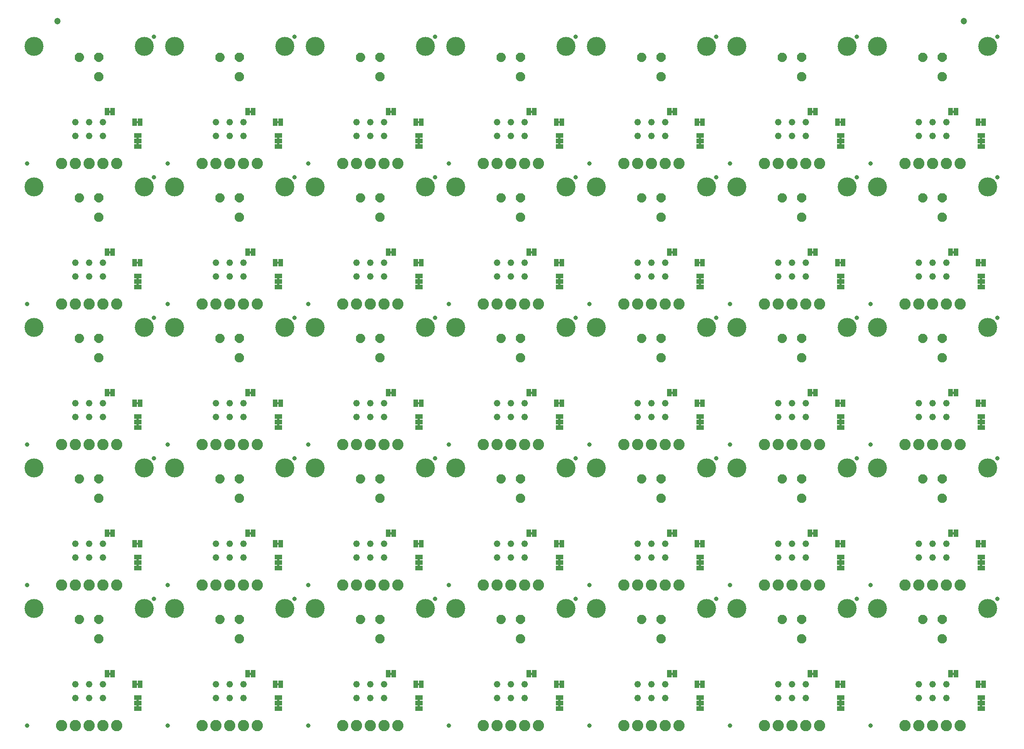
<source format=gbs>
G04 EAGLE Gerber RS-274X export*
G75*
%MOMM*%
%FSLAX34Y34*%
%LPD*%
%INSoldermask Bottom*%
%IPPOS*%
%AMOC8*
5,1,8,0,0,1.08239X$1,22.5*%
G01*
%ADD10C,0.838200*%
%ADD11C,2.082800*%
%ADD12R,0.863600X1.473200*%
%ADD13R,1.473200X0.863600*%
%ADD14C,1.221313*%
%ADD15C,3.505200*%
%ADD16C,0.850000*%
%ADD17C,1.203200*%

G36*
X217870Y1092847D02*
X217870Y1092847D01*
X217936Y1092849D01*
X217979Y1092867D01*
X218026Y1092875D01*
X218083Y1092909D01*
X218143Y1092934D01*
X218178Y1092965D01*
X218219Y1092990D01*
X218261Y1093041D01*
X218309Y1093085D01*
X218331Y1093127D01*
X218360Y1093164D01*
X218381Y1093226D01*
X218412Y1093285D01*
X218420Y1093339D01*
X218432Y1093376D01*
X218431Y1093416D01*
X218439Y1093470D01*
X218439Y1097280D01*
X218428Y1097345D01*
X218426Y1097411D01*
X218408Y1097454D01*
X218400Y1097501D01*
X218366Y1097558D01*
X218341Y1097618D01*
X218310Y1097653D01*
X218285Y1097694D01*
X218234Y1097736D01*
X218190Y1097784D01*
X218148Y1097806D01*
X218111Y1097835D01*
X218049Y1097856D01*
X217990Y1097887D01*
X217936Y1097895D01*
X217899Y1097907D01*
X217859Y1097906D01*
X217805Y1097914D01*
X215265Y1097914D01*
X215200Y1097903D01*
X215134Y1097901D01*
X215091Y1097883D01*
X215044Y1097875D01*
X214987Y1097841D01*
X214927Y1097816D01*
X214892Y1097785D01*
X214851Y1097760D01*
X214810Y1097709D01*
X214761Y1097665D01*
X214739Y1097623D01*
X214710Y1097586D01*
X214689Y1097524D01*
X214658Y1097465D01*
X214650Y1097411D01*
X214638Y1097374D01*
X214638Y1097370D01*
X214638Y1097369D01*
X214639Y1097334D01*
X214631Y1097280D01*
X214631Y1093470D01*
X214642Y1093405D01*
X214644Y1093339D01*
X214662Y1093296D01*
X214670Y1093249D01*
X214704Y1093192D01*
X214729Y1093132D01*
X214760Y1093097D01*
X214785Y1093056D01*
X214836Y1093015D01*
X214880Y1092966D01*
X214922Y1092944D01*
X214959Y1092915D01*
X215021Y1092894D01*
X215080Y1092863D01*
X215134Y1092855D01*
X215171Y1092843D01*
X215211Y1092844D01*
X215265Y1092836D01*
X217805Y1092836D01*
X217870Y1092847D01*
G37*
G36*
X1254190Y46367D02*
X1254190Y46367D01*
X1254256Y46369D01*
X1254299Y46387D01*
X1254346Y46395D01*
X1254403Y46429D01*
X1254463Y46454D01*
X1254498Y46485D01*
X1254539Y46510D01*
X1254581Y46561D01*
X1254629Y46605D01*
X1254651Y46647D01*
X1254680Y46684D01*
X1254701Y46746D01*
X1254732Y46805D01*
X1254740Y46859D01*
X1254752Y46896D01*
X1254751Y46936D01*
X1254759Y46990D01*
X1254759Y50800D01*
X1254748Y50865D01*
X1254746Y50931D01*
X1254728Y50974D01*
X1254720Y51021D01*
X1254686Y51078D01*
X1254661Y51138D01*
X1254630Y51173D01*
X1254605Y51214D01*
X1254554Y51256D01*
X1254510Y51304D01*
X1254468Y51326D01*
X1254431Y51355D01*
X1254369Y51376D01*
X1254310Y51407D01*
X1254256Y51415D01*
X1254219Y51427D01*
X1254179Y51426D01*
X1254125Y51434D01*
X1251585Y51434D01*
X1251520Y51423D01*
X1251454Y51421D01*
X1251411Y51403D01*
X1251364Y51395D01*
X1251307Y51361D01*
X1251247Y51336D01*
X1251212Y51305D01*
X1251171Y51280D01*
X1251130Y51229D01*
X1251081Y51185D01*
X1251059Y51143D01*
X1251030Y51106D01*
X1251009Y51044D01*
X1250978Y50985D01*
X1250970Y50931D01*
X1250958Y50894D01*
X1250958Y50890D01*
X1250958Y50889D01*
X1250959Y50854D01*
X1250951Y50800D01*
X1250951Y46990D01*
X1250962Y46925D01*
X1250964Y46859D01*
X1250982Y46816D01*
X1250990Y46769D01*
X1251024Y46712D01*
X1251049Y46652D01*
X1251080Y46617D01*
X1251105Y46576D01*
X1251156Y46535D01*
X1251200Y46486D01*
X1251242Y46464D01*
X1251279Y46435D01*
X1251341Y46414D01*
X1251400Y46383D01*
X1251454Y46375D01*
X1251491Y46363D01*
X1251531Y46364D01*
X1251585Y46356D01*
X1254125Y46356D01*
X1254190Y46367D01*
G37*
G36*
X736030Y574687D02*
X736030Y574687D01*
X736096Y574689D01*
X736139Y574707D01*
X736186Y574715D01*
X736243Y574749D01*
X736303Y574774D01*
X736338Y574805D01*
X736379Y574830D01*
X736421Y574881D01*
X736469Y574925D01*
X736491Y574967D01*
X736520Y575004D01*
X736541Y575066D01*
X736572Y575125D01*
X736580Y575179D01*
X736592Y575216D01*
X736591Y575256D01*
X736599Y575310D01*
X736599Y579120D01*
X736588Y579185D01*
X736586Y579251D01*
X736568Y579294D01*
X736560Y579341D01*
X736526Y579398D01*
X736501Y579458D01*
X736470Y579493D01*
X736445Y579534D01*
X736394Y579576D01*
X736350Y579624D01*
X736308Y579646D01*
X736271Y579675D01*
X736209Y579696D01*
X736150Y579727D01*
X736096Y579735D01*
X736059Y579747D01*
X736019Y579746D01*
X735965Y579754D01*
X733425Y579754D01*
X733360Y579743D01*
X733294Y579741D01*
X733251Y579723D01*
X733204Y579715D01*
X733147Y579681D01*
X733087Y579656D01*
X733052Y579625D01*
X733011Y579600D01*
X732970Y579549D01*
X732921Y579505D01*
X732899Y579463D01*
X732870Y579426D01*
X732849Y579364D01*
X732818Y579305D01*
X732810Y579251D01*
X732798Y579214D01*
X732798Y579210D01*
X732798Y579209D01*
X732799Y579174D01*
X732791Y579120D01*
X732791Y575310D01*
X732802Y575245D01*
X732804Y575179D01*
X732822Y575136D01*
X732830Y575089D01*
X732864Y575032D01*
X732889Y574972D01*
X732920Y574937D01*
X732945Y574896D01*
X732996Y574855D01*
X733040Y574806D01*
X733082Y574784D01*
X733119Y574755D01*
X733181Y574734D01*
X733240Y574703D01*
X733294Y574695D01*
X733331Y574683D01*
X733371Y574684D01*
X733425Y574676D01*
X735965Y574676D01*
X736030Y574687D01*
G37*
G36*
X1513270Y574687D02*
X1513270Y574687D01*
X1513336Y574689D01*
X1513379Y574707D01*
X1513426Y574715D01*
X1513483Y574749D01*
X1513543Y574774D01*
X1513578Y574805D01*
X1513619Y574830D01*
X1513661Y574881D01*
X1513709Y574925D01*
X1513731Y574967D01*
X1513760Y575004D01*
X1513781Y575066D01*
X1513812Y575125D01*
X1513820Y575179D01*
X1513832Y575216D01*
X1513831Y575256D01*
X1513839Y575310D01*
X1513839Y579120D01*
X1513828Y579185D01*
X1513826Y579251D01*
X1513808Y579294D01*
X1513800Y579341D01*
X1513766Y579398D01*
X1513741Y579458D01*
X1513710Y579493D01*
X1513685Y579534D01*
X1513634Y579576D01*
X1513590Y579624D01*
X1513548Y579646D01*
X1513511Y579675D01*
X1513449Y579696D01*
X1513390Y579727D01*
X1513336Y579735D01*
X1513299Y579747D01*
X1513259Y579746D01*
X1513205Y579754D01*
X1510665Y579754D01*
X1510600Y579743D01*
X1510534Y579741D01*
X1510491Y579723D01*
X1510444Y579715D01*
X1510387Y579681D01*
X1510327Y579656D01*
X1510292Y579625D01*
X1510251Y579600D01*
X1510210Y579549D01*
X1510161Y579505D01*
X1510139Y579463D01*
X1510110Y579426D01*
X1510089Y579364D01*
X1510058Y579305D01*
X1510050Y579251D01*
X1510038Y579214D01*
X1510038Y579210D01*
X1510038Y579209D01*
X1510039Y579174D01*
X1510031Y579120D01*
X1510031Y575310D01*
X1510042Y575245D01*
X1510044Y575179D01*
X1510062Y575136D01*
X1510070Y575089D01*
X1510104Y575032D01*
X1510129Y574972D01*
X1510160Y574937D01*
X1510185Y574896D01*
X1510236Y574855D01*
X1510280Y574806D01*
X1510322Y574784D01*
X1510359Y574755D01*
X1510421Y574734D01*
X1510480Y574703D01*
X1510534Y574695D01*
X1510571Y574683D01*
X1510611Y574684D01*
X1510665Y574676D01*
X1513205Y574676D01*
X1513270Y574687D01*
G37*
G36*
X476950Y574687D02*
X476950Y574687D01*
X477016Y574689D01*
X477059Y574707D01*
X477106Y574715D01*
X477163Y574749D01*
X477223Y574774D01*
X477258Y574805D01*
X477299Y574830D01*
X477341Y574881D01*
X477389Y574925D01*
X477411Y574967D01*
X477440Y575004D01*
X477461Y575066D01*
X477492Y575125D01*
X477500Y575179D01*
X477512Y575216D01*
X477511Y575256D01*
X477519Y575310D01*
X477519Y579120D01*
X477508Y579185D01*
X477506Y579251D01*
X477488Y579294D01*
X477480Y579341D01*
X477446Y579398D01*
X477421Y579458D01*
X477390Y579493D01*
X477365Y579534D01*
X477314Y579576D01*
X477270Y579624D01*
X477228Y579646D01*
X477191Y579675D01*
X477129Y579696D01*
X477070Y579727D01*
X477016Y579735D01*
X476979Y579747D01*
X476939Y579746D01*
X476885Y579754D01*
X474345Y579754D01*
X474280Y579743D01*
X474214Y579741D01*
X474171Y579723D01*
X474124Y579715D01*
X474067Y579681D01*
X474007Y579656D01*
X473972Y579625D01*
X473931Y579600D01*
X473890Y579549D01*
X473841Y579505D01*
X473819Y579463D01*
X473790Y579426D01*
X473769Y579364D01*
X473738Y579305D01*
X473730Y579251D01*
X473718Y579214D01*
X473718Y579210D01*
X473718Y579209D01*
X473719Y579174D01*
X473711Y579120D01*
X473711Y575310D01*
X473722Y575245D01*
X473724Y575179D01*
X473742Y575136D01*
X473750Y575089D01*
X473784Y575032D01*
X473809Y574972D01*
X473840Y574937D01*
X473865Y574896D01*
X473916Y574855D01*
X473960Y574806D01*
X474002Y574784D01*
X474039Y574755D01*
X474101Y574734D01*
X474160Y574703D01*
X474214Y574695D01*
X474251Y574683D01*
X474291Y574684D01*
X474345Y574676D01*
X476885Y574676D01*
X476950Y574687D01*
G37*
G36*
X1254190Y574687D02*
X1254190Y574687D01*
X1254256Y574689D01*
X1254299Y574707D01*
X1254346Y574715D01*
X1254403Y574749D01*
X1254463Y574774D01*
X1254498Y574805D01*
X1254539Y574830D01*
X1254581Y574881D01*
X1254629Y574925D01*
X1254651Y574967D01*
X1254680Y575004D01*
X1254701Y575066D01*
X1254732Y575125D01*
X1254740Y575179D01*
X1254752Y575216D01*
X1254751Y575256D01*
X1254759Y575310D01*
X1254759Y579120D01*
X1254748Y579185D01*
X1254746Y579251D01*
X1254728Y579294D01*
X1254720Y579341D01*
X1254686Y579398D01*
X1254661Y579458D01*
X1254630Y579493D01*
X1254605Y579534D01*
X1254554Y579576D01*
X1254510Y579624D01*
X1254468Y579646D01*
X1254431Y579675D01*
X1254369Y579696D01*
X1254310Y579727D01*
X1254256Y579735D01*
X1254219Y579747D01*
X1254179Y579746D01*
X1254125Y579754D01*
X1251585Y579754D01*
X1251520Y579743D01*
X1251454Y579741D01*
X1251411Y579723D01*
X1251364Y579715D01*
X1251307Y579681D01*
X1251247Y579656D01*
X1251212Y579625D01*
X1251171Y579600D01*
X1251130Y579549D01*
X1251081Y579505D01*
X1251059Y579463D01*
X1251030Y579426D01*
X1251009Y579364D01*
X1250978Y579305D01*
X1250970Y579251D01*
X1250958Y579214D01*
X1250958Y579210D01*
X1250958Y579209D01*
X1250959Y579174D01*
X1250951Y579120D01*
X1250951Y575310D01*
X1250962Y575245D01*
X1250964Y575179D01*
X1250982Y575136D01*
X1250990Y575089D01*
X1251024Y575032D01*
X1251049Y574972D01*
X1251080Y574937D01*
X1251105Y574896D01*
X1251156Y574855D01*
X1251200Y574806D01*
X1251242Y574784D01*
X1251279Y574755D01*
X1251341Y574734D01*
X1251400Y574703D01*
X1251454Y574695D01*
X1251491Y574683D01*
X1251531Y574684D01*
X1251585Y574676D01*
X1254125Y574676D01*
X1254190Y574687D01*
G37*
G36*
X995110Y574687D02*
X995110Y574687D01*
X995176Y574689D01*
X995219Y574707D01*
X995266Y574715D01*
X995323Y574749D01*
X995383Y574774D01*
X995418Y574805D01*
X995459Y574830D01*
X995501Y574881D01*
X995549Y574925D01*
X995571Y574967D01*
X995600Y575004D01*
X995621Y575066D01*
X995652Y575125D01*
X995660Y575179D01*
X995672Y575216D01*
X995671Y575256D01*
X995679Y575310D01*
X995679Y579120D01*
X995668Y579185D01*
X995666Y579251D01*
X995648Y579294D01*
X995640Y579341D01*
X995606Y579398D01*
X995581Y579458D01*
X995550Y579493D01*
X995525Y579534D01*
X995474Y579576D01*
X995430Y579624D01*
X995388Y579646D01*
X995351Y579675D01*
X995289Y579696D01*
X995230Y579727D01*
X995176Y579735D01*
X995139Y579747D01*
X995099Y579746D01*
X995045Y579754D01*
X992505Y579754D01*
X992440Y579743D01*
X992374Y579741D01*
X992331Y579723D01*
X992284Y579715D01*
X992227Y579681D01*
X992167Y579656D01*
X992132Y579625D01*
X992091Y579600D01*
X992050Y579549D01*
X992001Y579505D01*
X991979Y579463D01*
X991950Y579426D01*
X991929Y579364D01*
X991898Y579305D01*
X991890Y579251D01*
X991878Y579214D01*
X991878Y579210D01*
X991878Y579209D01*
X991879Y579174D01*
X991871Y579120D01*
X991871Y575310D01*
X991882Y575245D01*
X991884Y575179D01*
X991902Y575136D01*
X991910Y575089D01*
X991944Y575032D01*
X991969Y574972D01*
X992000Y574937D01*
X992025Y574896D01*
X992076Y574855D01*
X992120Y574806D01*
X992162Y574784D01*
X992199Y574755D01*
X992261Y574734D01*
X992320Y574703D01*
X992374Y574695D01*
X992411Y574683D01*
X992451Y574684D01*
X992505Y574676D01*
X995045Y574676D01*
X995110Y574687D01*
G37*
G36*
X1772350Y574687D02*
X1772350Y574687D01*
X1772416Y574689D01*
X1772459Y574707D01*
X1772506Y574715D01*
X1772563Y574749D01*
X1772623Y574774D01*
X1772658Y574805D01*
X1772699Y574830D01*
X1772741Y574881D01*
X1772789Y574925D01*
X1772811Y574967D01*
X1772840Y575004D01*
X1772861Y575066D01*
X1772892Y575125D01*
X1772900Y575179D01*
X1772912Y575216D01*
X1772911Y575256D01*
X1772919Y575310D01*
X1772919Y579120D01*
X1772908Y579185D01*
X1772906Y579251D01*
X1772888Y579294D01*
X1772880Y579341D01*
X1772846Y579398D01*
X1772821Y579458D01*
X1772790Y579493D01*
X1772765Y579534D01*
X1772714Y579576D01*
X1772670Y579624D01*
X1772628Y579646D01*
X1772591Y579675D01*
X1772529Y579696D01*
X1772470Y579727D01*
X1772416Y579735D01*
X1772379Y579747D01*
X1772339Y579746D01*
X1772285Y579754D01*
X1769745Y579754D01*
X1769680Y579743D01*
X1769614Y579741D01*
X1769571Y579723D01*
X1769524Y579715D01*
X1769467Y579681D01*
X1769407Y579656D01*
X1769372Y579625D01*
X1769331Y579600D01*
X1769290Y579549D01*
X1769241Y579505D01*
X1769219Y579463D01*
X1769190Y579426D01*
X1769169Y579364D01*
X1769138Y579305D01*
X1769130Y579251D01*
X1769118Y579214D01*
X1769118Y579210D01*
X1769118Y579209D01*
X1769119Y579174D01*
X1769111Y579120D01*
X1769111Y575310D01*
X1769122Y575245D01*
X1769124Y575179D01*
X1769142Y575136D01*
X1769150Y575089D01*
X1769184Y575032D01*
X1769209Y574972D01*
X1769240Y574937D01*
X1769265Y574896D01*
X1769316Y574855D01*
X1769360Y574806D01*
X1769402Y574784D01*
X1769439Y574755D01*
X1769501Y574734D01*
X1769560Y574703D01*
X1769614Y574695D01*
X1769651Y574683D01*
X1769691Y574684D01*
X1769745Y574676D01*
X1772285Y574676D01*
X1772350Y574687D01*
G37*
G36*
X1772350Y564527D02*
X1772350Y564527D01*
X1772416Y564529D01*
X1772459Y564547D01*
X1772506Y564555D01*
X1772563Y564589D01*
X1772623Y564614D01*
X1772658Y564645D01*
X1772699Y564670D01*
X1772741Y564721D01*
X1772789Y564765D01*
X1772811Y564807D01*
X1772840Y564844D01*
X1772861Y564906D01*
X1772892Y564965D01*
X1772900Y565019D01*
X1772912Y565056D01*
X1772911Y565096D01*
X1772919Y565150D01*
X1772919Y568960D01*
X1772908Y569025D01*
X1772906Y569091D01*
X1772888Y569134D01*
X1772880Y569181D01*
X1772846Y569238D01*
X1772821Y569298D01*
X1772790Y569333D01*
X1772765Y569374D01*
X1772714Y569416D01*
X1772670Y569464D01*
X1772628Y569486D01*
X1772591Y569515D01*
X1772529Y569536D01*
X1772470Y569567D01*
X1772416Y569575D01*
X1772379Y569587D01*
X1772339Y569586D01*
X1772285Y569594D01*
X1769745Y569594D01*
X1769680Y569583D01*
X1769614Y569581D01*
X1769571Y569563D01*
X1769524Y569555D01*
X1769467Y569521D01*
X1769407Y569496D01*
X1769372Y569465D01*
X1769331Y569440D01*
X1769290Y569389D01*
X1769241Y569345D01*
X1769219Y569303D01*
X1769190Y569266D01*
X1769169Y569204D01*
X1769138Y569145D01*
X1769130Y569091D01*
X1769118Y569054D01*
X1769118Y569050D01*
X1769118Y569049D01*
X1769119Y569014D01*
X1769111Y568960D01*
X1769111Y565150D01*
X1769122Y565085D01*
X1769124Y565019D01*
X1769142Y564976D01*
X1769150Y564929D01*
X1769184Y564872D01*
X1769209Y564812D01*
X1769240Y564777D01*
X1769265Y564736D01*
X1769316Y564695D01*
X1769360Y564646D01*
X1769402Y564624D01*
X1769439Y564595D01*
X1769501Y564574D01*
X1769560Y564543D01*
X1769614Y564535D01*
X1769651Y564523D01*
X1769691Y564524D01*
X1769745Y564516D01*
X1772285Y564516D01*
X1772350Y564527D01*
G37*
G36*
X1254190Y564527D02*
X1254190Y564527D01*
X1254256Y564529D01*
X1254299Y564547D01*
X1254346Y564555D01*
X1254403Y564589D01*
X1254463Y564614D01*
X1254498Y564645D01*
X1254539Y564670D01*
X1254581Y564721D01*
X1254629Y564765D01*
X1254651Y564807D01*
X1254680Y564844D01*
X1254701Y564906D01*
X1254732Y564965D01*
X1254740Y565019D01*
X1254752Y565056D01*
X1254751Y565096D01*
X1254759Y565150D01*
X1254759Y568960D01*
X1254748Y569025D01*
X1254746Y569091D01*
X1254728Y569134D01*
X1254720Y569181D01*
X1254686Y569238D01*
X1254661Y569298D01*
X1254630Y569333D01*
X1254605Y569374D01*
X1254554Y569416D01*
X1254510Y569464D01*
X1254468Y569486D01*
X1254431Y569515D01*
X1254369Y569536D01*
X1254310Y569567D01*
X1254256Y569575D01*
X1254219Y569587D01*
X1254179Y569586D01*
X1254125Y569594D01*
X1251585Y569594D01*
X1251520Y569583D01*
X1251454Y569581D01*
X1251411Y569563D01*
X1251364Y569555D01*
X1251307Y569521D01*
X1251247Y569496D01*
X1251212Y569465D01*
X1251171Y569440D01*
X1251130Y569389D01*
X1251081Y569345D01*
X1251059Y569303D01*
X1251030Y569266D01*
X1251009Y569204D01*
X1250978Y569145D01*
X1250970Y569091D01*
X1250958Y569054D01*
X1250958Y569050D01*
X1250958Y569049D01*
X1250959Y569014D01*
X1250951Y568960D01*
X1250951Y565150D01*
X1250962Y565085D01*
X1250964Y565019D01*
X1250982Y564976D01*
X1250990Y564929D01*
X1251024Y564872D01*
X1251049Y564812D01*
X1251080Y564777D01*
X1251105Y564736D01*
X1251156Y564695D01*
X1251200Y564646D01*
X1251242Y564624D01*
X1251279Y564595D01*
X1251341Y564574D01*
X1251400Y564543D01*
X1251454Y564535D01*
X1251491Y564523D01*
X1251531Y564524D01*
X1251585Y564516D01*
X1254125Y564516D01*
X1254190Y564527D01*
G37*
G36*
X476950Y564527D02*
X476950Y564527D01*
X477016Y564529D01*
X477059Y564547D01*
X477106Y564555D01*
X477163Y564589D01*
X477223Y564614D01*
X477258Y564645D01*
X477299Y564670D01*
X477341Y564721D01*
X477389Y564765D01*
X477411Y564807D01*
X477440Y564844D01*
X477461Y564906D01*
X477492Y564965D01*
X477500Y565019D01*
X477512Y565056D01*
X477511Y565096D01*
X477519Y565150D01*
X477519Y568960D01*
X477508Y569025D01*
X477506Y569091D01*
X477488Y569134D01*
X477480Y569181D01*
X477446Y569238D01*
X477421Y569298D01*
X477390Y569333D01*
X477365Y569374D01*
X477314Y569416D01*
X477270Y569464D01*
X477228Y569486D01*
X477191Y569515D01*
X477129Y569536D01*
X477070Y569567D01*
X477016Y569575D01*
X476979Y569587D01*
X476939Y569586D01*
X476885Y569594D01*
X474345Y569594D01*
X474280Y569583D01*
X474214Y569581D01*
X474171Y569563D01*
X474124Y569555D01*
X474067Y569521D01*
X474007Y569496D01*
X473972Y569465D01*
X473931Y569440D01*
X473890Y569389D01*
X473841Y569345D01*
X473819Y569303D01*
X473790Y569266D01*
X473769Y569204D01*
X473738Y569145D01*
X473730Y569091D01*
X473718Y569054D01*
X473718Y569050D01*
X473718Y569049D01*
X473719Y569014D01*
X473711Y568960D01*
X473711Y565150D01*
X473722Y565085D01*
X473724Y565019D01*
X473742Y564976D01*
X473750Y564929D01*
X473784Y564872D01*
X473809Y564812D01*
X473840Y564777D01*
X473865Y564736D01*
X473916Y564695D01*
X473960Y564646D01*
X474002Y564624D01*
X474039Y564595D01*
X474101Y564574D01*
X474160Y564543D01*
X474214Y564535D01*
X474251Y564523D01*
X474291Y564524D01*
X474345Y564516D01*
X476885Y564516D01*
X476950Y564527D01*
G37*
G36*
X217870Y564527D02*
X217870Y564527D01*
X217936Y564529D01*
X217979Y564547D01*
X218026Y564555D01*
X218083Y564589D01*
X218143Y564614D01*
X218178Y564645D01*
X218219Y564670D01*
X218261Y564721D01*
X218309Y564765D01*
X218331Y564807D01*
X218360Y564844D01*
X218381Y564906D01*
X218412Y564965D01*
X218420Y565019D01*
X218432Y565056D01*
X218431Y565096D01*
X218439Y565150D01*
X218439Y568960D01*
X218428Y569025D01*
X218426Y569091D01*
X218408Y569134D01*
X218400Y569181D01*
X218366Y569238D01*
X218341Y569298D01*
X218310Y569333D01*
X218285Y569374D01*
X218234Y569416D01*
X218190Y569464D01*
X218148Y569486D01*
X218111Y569515D01*
X218049Y569536D01*
X217990Y569567D01*
X217936Y569575D01*
X217899Y569587D01*
X217859Y569586D01*
X217805Y569594D01*
X215265Y569594D01*
X215200Y569583D01*
X215134Y569581D01*
X215091Y569563D01*
X215044Y569555D01*
X214987Y569521D01*
X214927Y569496D01*
X214892Y569465D01*
X214851Y569440D01*
X214810Y569389D01*
X214761Y569345D01*
X214739Y569303D01*
X214710Y569266D01*
X214689Y569204D01*
X214658Y569145D01*
X214650Y569091D01*
X214638Y569054D01*
X214638Y569050D01*
X214638Y569049D01*
X214639Y569014D01*
X214631Y568960D01*
X214631Y565150D01*
X214642Y565085D01*
X214644Y565019D01*
X214662Y564976D01*
X214670Y564929D01*
X214704Y564872D01*
X214729Y564812D01*
X214760Y564777D01*
X214785Y564736D01*
X214836Y564695D01*
X214880Y564646D01*
X214922Y564624D01*
X214959Y564595D01*
X215021Y564574D01*
X215080Y564543D01*
X215134Y564535D01*
X215171Y564523D01*
X215211Y564524D01*
X215265Y564516D01*
X217805Y564516D01*
X217870Y564527D01*
G37*
G36*
X736030Y564527D02*
X736030Y564527D01*
X736096Y564529D01*
X736139Y564547D01*
X736186Y564555D01*
X736243Y564589D01*
X736303Y564614D01*
X736338Y564645D01*
X736379Y564670D01*
X736421Y564721D01*
X736469Y564765D01*
X736491Y564807D01*
X736520Y564844D01*
X736541Y564906D01*
X736572Y564965D01*
X736580Y565019D01*
X736592Y565056D01*
X736591Y565096D01*
X736599Y565150D01*
X736599Y568960D01*
X736588Y569025D01*
X736586Y569091D01*
X736568Y569134D01*
X736560Y569181D01*
X736526Y569238D01*
X736501Y569298D01*
X736470Y569333D01*
X736445Y569374D01*
X736394Y569416D01*
X736350Y569464D01*
X736308Y569486D01*
X736271Y569515D01*
X736209Y569536D01*
X736150Y569567D01*
X736096Y569575D01*
X736059Y569587D01*
X736019Y569586D01*
X735965Y569594D01*
X733425Y569594D01*
X733360Y569583D01*
X733294Y569581D01*
X733251Y569563D01*
X733204Y569555D01*
X733147Y569521D01*
X733087Y569496D01*
X733052Y569465D01*
X733011Y569440D01*
X732970Y569389D01*
X732921Y569345D01*
X732899Y569303D01*
X732870Y569266D01*
X732849Y569204D01*
X732818Y569145D01*
X732810Y569091D01*
X732798Y569054D01*
X732798Y569050D01*
X732798Y569049D01*
X732799Y569014D01*
X732791Y568960D01*
X732791Y565150D01*
X732802Y565085D01*
X732804Y565019D01*
X732822Y564976D01*
X732830Y564929D01*
X732864Y564872D01*
X732889Y564812D01*
X732920Y564777D01*
X732945Y564736D01*
X732996Y564695D01*
X733040Y564646D01*
X733082Y564624D01*
X733119Y564595D01*
X733181Y564574D01*
X733240Y564543D01*
X733294Y564535D01*
X733331Y564523D01*
X733371Y564524D01*
X733425Y564516D01*
X735965Y564516D01*
X736030Y564527D01*
G37*
G36*
X995110Y564527D02*
X995110Y564527D01*
X995176Y564529D01*
X995219Y564547D01*
X995266Y564555D01*
X995323Y564589D01*
X995383Y564614D01*
X995418Y564645D01*
X995459Y564670D01*
X995501Y564721D01*
X995549Y564765D01*
X995571Y564807D01*
X995600Y564844D01*
X995621Y564906D01*
X995652Y564965D01*
X995660Y565019D01*
X995672Y565056D01*
X995671Y565096D01*
X995679Y565150D01*
X995679Y568960D01*
X995668Y569025D01*
X995666Y569091D01*
X995648Y569134D01*
X995640Y569181D01*
X995606Y569238D01*
X995581Y569298D01*
X995550Y569333D01*
X995525Y569374D01*
X995474Y569416D01*
X995430Y569464D01*
X995388Y569486D01*
X995351Y569515D01*
X995289Y569536D01*
X995230Y569567D01*
X995176Y569575D01*
X995139Y569587D01*
X995099Y569586D01*
X995045Y569594D01*
X992505Y569594D01*
X992440Y569583D01*
X992374Y569581D01*
X992331Y569563D01*
X992284Y569555D01*
X992227Y569521D01*
X992167Y569496D01*
X992132Y569465D01*
X992091Y569440D01*
X992050Y569389D01*
X992001Y569345D01*
X991979Y569303D01*
X991950Y569266D01*
X991929Y569204D01*
X991898Y569145D01*
X991890Y569091D01*
X991878Y569054D01*
X991878Y569050D01*
X991878Y569049D01*
X991879Y569014D01*
X991871Y568960D01*
X991871Y565150D01*
X991882Y565085D01*
X991884Y565019D01*
X991902Y564976D01*
X991910Y564929D01*
X991944Y564872D01*
X991969Y564812D01*
X992000Y564777D01*
X992025Y564736D01*
X992076Y564695D01*
X992120Y564646D01*
X992162Y564624D01*
X992199Y564595D01*
X992261Y564574D01*
X992320Y564543D01*
X992374Y564535D01*
X992411Y564523D01*
X992451Y564524D01*
X992505Y564516D01*
X995045Y564516D01*
X995110Y564527D01*
G37*
G36*
X476950Y1092847D02*
X476950Y1092847D01*
X477016Y1092849D01*
X477059Y1092867D01*
X477106Y1092875D01*
X477163Y1092909D01*
X477223Y1092934D01*
X477258Y1092965D01*
X477299Y1092990D01*
X477341Y1093041D01*
X477389Y1093085D01*
X477411Y1093127D01*
X477440Y1093164D01*
X477461Y1093226D01*
X477492Y1093285D01*
X477500Y1093339D01*
X477512Y1093376D01*
X477511Y1093416D01*
X477519Y1093470D01*
X477519Y1097280D01*
X477508Y1097345D01*
X477506Y1097411D01*
X477488Y1097454D01*
X477480Y1097501D01*
X477446Y1097558D01*
X477421Y1097618D01*
X477390Y1097653D01*
X477365Y1097694D01*
X477314Y1097736D01*
X477270Y1097784D01*
X477228Y1097806D01*
X477191Y1097835D01*
X477129Y1097856D01*
X477070Y1097887D01*
X477016Y1097895D01*
X476979Y1097907D01*
X476939Y1097906D01*
X476885Y1097914D01*
X474345Y1097914D01*
X474280Y1097903D01*
X474214Y1097901D01*
X474171Y1097883D01*
X474124Y1097875D01*
X474067Y1097841D01*
X474007Y1097816D01*
X473972Y1097785D01*
X473931Y1097760D01*
X473890Y1097709D01*
X473841Y1097665D01*
X473819Y1097623D01*
X473790Y1097586D01*
X473769Y1097524D01*
X473738Y1097465D01*
X473730Y1097411D01*
X473718Y1097374D01*
X473718Y1097370D01*
X473718Y1097369D01*
X473719Y1097334D01*
X473711Y1097280D01*
X473711Y1093470D01*
X473722Y1093405D01*
X473724Y1093339D01*
X473742Y1093296D01*
X473750Y1093249D01*
X473784Y1093192D01*
X473809Y1093132D01*
X473840Y1093097D01*
X473865Y1093056D01*
X473916Y1093015D01*
X473960Y1092966D01*
X474002Y1092944D01*
X474039Y1092915D01*
X474101Y1092894D01*
X474160Y1092863D01*
X474214Y1092855D01*
X474251Y1092843D01*
X474291Y1092844D01*
X474345Y1092836D01*
X476885Y1092836D01*
X476950Y1092847D01*
G37*
G36*
X995110Y1092847D02*
X995110Y1092847D01*
X995176Y1092849D01*
X995219Y1092867D01*
X995266Y1092875D01*
X995323Y1092909D01*
X995383Y1092934D01*
X995418Y1092965D01*
X995459Y1092990D01*
X995501Y1093041D01*
X995549Y1093085D01*
X995571Y1093127D01*
X995600Y1093164D01*
X995621Y1093226D01*
X995652Y1093285D01*
X995660Y1093339D01*
X995672Y1093376D01*
X995671Y1093416D01*
X995679Y1093470D01*
X995679Y1097280D01*
X995668Y1097345D01*
X995666Y1097411D01*
X995648Y1097454D01*
X995640Y1097501D01*
X995606Y1097558D01*
X995581Y1097618D01*
X995550Y1097653D01*
X995525Y1097694D01*
X995474Y1097736D01*
X995430Y1097784D01*
X995388Y1097806D01*
X995351Y1097835D01*
X995289Y1097856D01*
X995230Y1097887D01*
X995176Y1097895D01*
X995139Y1097907D01*
X995099Y1097906D01*
X995045Y1097914D01*
X992505Y1097914D01*
X992440Y1097903D01*
X992374Y1097901D01*
X992331Y1097883D01*
X992284Y1097875D01*
X992227Y1097841D01*
X992167Y1097816D01*
X992132Y1097785D01*
X992091Y1097760D01*
X992050Y1097709D01*
X992001Y1097665D01*
X991979Y1097623D01*
X991950Y1097586D01*
X991929Y1097524D01*
X991898Y1097465D01*
X991890Y1097411D01*
X991878Y1097374D01*
X991878Y1097370D01*
X991878Y1097369D01*
X991879Y1097334D01*
X991871Y1097280D01*
X991871Y1093470D01*
X991882Y1093405D01*
X991884Y1093339D01*
X991902Y1093296D01*
X991910Y1093249D01*
X991944Y1093192D01*
X991969Y1093132D01*
X992000Y1093097D01*
X992025Y1093056D01*
X992076Y1093015D01*
X992120Y1092966D01*
X992162Y1092944D01*
X992199Y1092915D01*
X992261Y1092894D01*
X992320Y1092863D01*
X992374Y1092855D01*
X992411Y1092843D01*
X992451Y1092844D01*
X992505Y1092836D01*
X995045Y1092836D01*
X995110Y1092847D01*
G37*
G36*
X1254190Y1092847D02*
X1254190Y1092847D01*
X1254256Y1092849D01*
X1254299Y1092867D01*
X1254346Y1092875D01*
X1254403Y1092909D01*
X1254463Y1092934D01*
X1254498Y1092965D01*
X1254539Y1092990D01*
X1254581Y1093041D01*
X1254629Y1093085D01*
X1254651Y1093127D01*
X1254680Y1093164D01*
X1254701Y1093226D01*
X1254732Y1093285D01*
X1254740Y1093339D01*
X1254752Y1093376D01*
X1254751Y1093416D01*
X1254759Y1093470D01*
X1254759Y1097280D01*
X1254748Y1097345D01*
X1254746Y1097411D01*
X1254728Y1097454D01*
X1254720Y1097501D01*
X1254686Y1097558D01*
X1254661Y1097618D01*
X1254630Y1097653D01*
X1254605Y1097694D01*
X1254554Y1097736D01*
X1254510Y1097784D01*
X1254468Y1097806D01*
X1254431Y1097835D01*
X1254369Y1097856D01*
X1254310Y1097887D01*
X1254256Y1097895D01*
X1254219Y1097907D01*
X1254179Y1097906D01*
X1254125Y1097914D01*
X1251585Y1097914D01*
X1251520Y1097903D01*
X1251454Y1097901D01*
X1251411Y1097883D01*
X1251364Y1097875D01*
X1251307Y1097841D01*
X1251247Y1097816D01*
X1251212Y1097785D01*
X1251171Y1097760D01*
X1251130Y1097709D01*
X1251081Y1097665D01*
X1251059Y1097623D01*
X1251030Y1097586D01*
X1251009Y1097524D01*
X1250978Y1097465D01*
X1250970Y1097411D01*
X1250958Y1097374D01*
X1250958Y1097370D01*
X1250958Y1097369D01*
X1250959Y1097334D01*
X1250951Y1097280D01*
X1250951Y1093470D01*
X1250962Y1093405D01*
X1250964Y1093339D01*
X1250982Y1093296D01*
X1250990Y1093249D01*
X1251024Y1093192D01*
X1251049Y1093132D01*
X1251080Y1093097D01*
X1251105Y1093056D01*
X1251156Y1093015D01*
X1251200Y1092966D01*
X1251242Y1092944D01*
X1251279Y1092915D01*
X1251341Y1092894D01*
X1251400Y1092863D01*
X1251454Y1092855D01*
X1251491Y1092843D01*
X1251531Y1092844D01*
X1251585Y1092836D01*
X1254125Y1092836D01*
X1254190Y1092847D01*
G37*
G36*
X217870Y574687D02*
X217870Y574687D01*
X217936Y574689D01*
X217979Y574707D01*
X218026Y574715D01*
X218083Y574749D01*
X218143Y574774D01*
X218178Y574805D01*
X218219Y574830D01*
X218261Y574881D01*
X218309Y574925D01*
X218331Y574967D01*
X218360Y575004D01*
X218381Y575066D01*
X218412Y575125D01*
X218420Y575179D01*
X218432Y575216D01*
X218431Y575256D01*
X218439Y575310D01*
X218439Y579120D01*
X218428Y579185D01*
X218426Y579251D01*
X218408Y579294D01*
X218400Y579341D01*
X218366Y579398D01*
X218341Y579458D01*
X218310Y579493D01*
X218285Y579534D01*
X218234Y579576D01*
X218190Y579624D01*
X218148Y579646D01*
X218111Y579675D01*
X218049Y579696D01*
X217990Y579727D01*
X217936Y579735D01*
X217899Y579747D01*
X217859Y579746D01*
X217805Y579754D01*
X215265Y579754D01*
X215200Y579743D01*
X215134Y579741D01*
X215091Y579723D01*
X215044Y579715D01*
X214987Y579681D01*
X214927Y579656D01*
X214892Y579625D01*
X214851Y579600D01*
X214810Y579549D01*
X214761Y579505D01*
X214739Y579463D01*
X214710Y579426D01*
X214689Y579364D01*
X214658Y579305D01*
X214650Y579251D01*
X214638Y579214D01*
X214638Y579210D01*
X214638Y579209D01*
X214639Y579174D01*
X214631Y579120D01*
X214631Y575310D01*
X214642Y575245D01*
X214644Y575179D01*
X214662Y575136D01*
X214670Y575089D01*
X214704Y575032D01*
X214729Y574972D01*
X214760Y574937D01*
X214785Y574896D01*
X214836Y574855D01*
X214880Y574806D01*
X214922Y574784D01*
X214959Y574755D01*
X215021Y574734D01*
X215080Y574703D01*
X215134Y574695D01*
X215171Y574683D01*
X215211Y574684D01*
X215265Y574676D01*
X217805Y574676D01*
X217870Y574687D01*
G37*
G36*
X1772350Y1092847D02*
X1772350Y1092847D01*
X1772416Y1092849D01*
X1772459Y1092867D01*
X1772506Y1092875D01*
X1772563Y1092909D01*
X1772623Y1092934D01*
X1772658Y1092965D01*
X1772699Y1092990D01*
X1772741Y1093041D01*
X1772789Y1093085D01*
X1772811Y1093127D01*
X1772840Y1093164D01*
X1772861Y1093226D01*
X1772892Y1093285D01*
X1772900Y1093339D01*
X1772912Y1093376D01*
X1772911Y1093416D01*
X1772919Y1093470D01*
X1772919Y1097280D01*
X1772908Y1097345D01*
X1772906Y1097411D01*
X1772888Y1097454D01*
X1772880Y1097501D01*
X1772846Y1097558D01*
X1772821Y1097618D01*
X1772790Y1097653D01*
X1772765Y1097694D01*
X1772714Y1097736D01*
X1772670Y1097784D01*
X1772628Y1097806D01*
X1772591Y1097835D01*
X1772529Y1097856D01*
X1772470Y1097887D01*
X1772416Y1097895D01*
X1772379Y1097907D01*
X1772339Y1097906D01*
X1772285Y1097914D01*
X1769745Y1097914D01*
X1769680Y1097903D01*
X1769614Y1097901D01*
X1769571Y1097883D01*
X1769524Y1097875D01*
X1769467Y1097841D01*
X1769407Y1097816D01*
X1769372Y1097785D01*
X1769331Y1097760D01*
X1769290Y1097709D01*
X1769241Y1097665D01*
X1769219Y1097623D01*
X1769190Y1097586D01*
X1769169Y1097524D01*
X1769138Y1097465D01*
X1769130Y1097411D01*
X1769118Y1097374D01*
X1769118Y1097370D01*
X1769118Y1097369D01*
X1769119Y1097334D01*
X1769111Y1097280D01*
X1769111Y1093470D01*
X1769122Y1093405D01*
X1769124Y1093339D01*
X1769142Y1093296D01*
X1769150Y1093249D01*
X1769184Y1093192D01*
X1769209Y1093132D01*
X1769240Y1093097D01*
X1769265Y1093056D01*
X1769316Y1093015D01*
X1769360Y1092966D01*
X1769402Y1092944D01*
X1769439Y1092915D01*
X1769501Y1092894D01*
X1769560Y1092863D01*
X1769614Y1092855D01*
X1769651Y1092843D01*
X1769691Y1092844D01*
X1769745Y1092836D01*
X1772285Y1092836D01*
X1772350Y1092847D01*
G37*
G36*
X1513270Y1092847D02*
X1513270Y1092847D01*
X1513336Y1092849D01*
X1513379Y1092867D01*
X1513426Y1092875D01*
X1513483Y1092909D01*
X1513543Y1092934D01*
X1513578Y1092965D01*
X1513619Y1092990D01*
X1513661Y1093041D01*
X1513709Y1093085D01*
X1513731Y1093127D01*
X1513760Y1093164D01*
X1513781Y1093226D01*
X1513812Y1093285D01*
X1513820Y1093339D01*
X1513832Y1093376D01*
X1513831Y1093416D01*
X1513839Y1093470D01*
X1513839Y1097280D01*
X1513828Y1097345D01*
X1513826Y1097411D01*
X1513808Y1097454D01*
X1513800Y1097501D01*
X1513766Y1097558D01*
X1513741Y1097618D01*
X1513710Y1097653D01*
X1513685Y1097694D01*
X1513634Y1097736D01*
X1513590Y1097784D01*
X1513548Y1097806D01*
X1513511Y1097835D01*
X1513449Y1097856D01*
X1513390Y1097887D01*
X1513336Y1097895D01*
X1513299Y1097907D01*
X1513259Y1097906D01*
X1513205Y1097914D01*
X1510665Y1097914D01*
X1510600Y1097903D01*
X1510534Y1097901D01*
X1510491Y1097883D01*
X1510444Y1097875D01*
X1510387Y1097841D01*
X1510327Y1097816D01*
X1510292Y1097785D01*
X1510251Y1097760D01*
X1510210Y1097709D01*
X1510161Y1097665D01*
X1510139Y1097623D01*
X1510110Y1097586D01*
X1510089Y1097524D01*
X1510058Y1097465D01*
X1510050Y1097411D01*
X1510038Y1097374D01*
X1510038Y1097370D01*
X1510038Y1097369D01*
X1510039Y1097334D01*
X1510031Y1097280D01*
X1510031Y1093470D01*
X1510042Y1093405D01*
X1510044Y1093339D01*
X1510062Y1093296D01*
X1510070Y1093249D01*
X1510104Y1093192D01*
X1510129Y1093132D01*
X1510160Y1093097D01*
X1510185Y1093056D01*
X1510236Y1093015D01*
X1510280Y1092966D01*
X1510322Y1092944D01*
X1510359Y1092915D01*
X1510421Y1092894D01*
X1510480Y1092863D01*
X1510534Y1092855D01*
X1510571Y1092843D01*
X1510611Y1092844D01*
X1510665Y1092836D01*
X1513205Y1092836D01*
X1513270Y1092847D01*
G37*
G36*
X736030Y1092847D02*
X736030Y1092847D01*
X736096Y1092849D01*
X736139Y1092867D01*
X736186Y1092875D01*
X736243Y1092909D01*
X736303Y1092934D01*
X736338Y1092965D01*
X736379Y1092990D01*
X736421Y1093041D01*
X736469Y1093085D01*
X736491Y1093127D01*
X736520Y1093164D01*
X736541Y1093226D01*
X736572Y1093285D01*
X736580Y1093339D01*
X736592Y1093376D01*
X736591Y1093416D01*
X736599Y1093470D01*
X736599Y1097280D01*
X736588Y1097345D01*
X736586Y1097411D01*
X736568Y1097454D01*
X736560Y1097501D01*
X736526Y1097558D01*
X736501Y1097618D01*
X736470Y1097653D01*
X736445Y1097694D01*
X736394Y1097736D01*
X736350Y1097784D01*
X736308Y1097806D01*
X736271Y1097835D01*
X736209Y1097856D01*
X736150Y1097887D01*
X736096Y1097895D01*
X736059Y1097907D01*
X736019Y1097906D01*
X735965Y1097914D01*
X733425Y1097914D01*
X733360Y1097903D01*
X733294Y1097901D01*
X733251Y1097883D01*
X733204Y1097875D01*
X733147Y1097841D01*
X733087Y1097816D01*
X733052Y1097785D01*
X733011Y1097760D01*
X732970Y1097709D01*
X732921Y1097665D01*
X732899Y1097623D01*
X732870Y1097586D01*
X732849Y1097524D01*
X732818Y1097465D01*
X732810Y1097411D01*
X732798Y1097374D01*
X732798Y1097370D01*
X732798Y1097369D01*
X732799Y1097334D01*
X732791Y1097280D01*
X732791Y1093470D01*
X732802Y1093405D01*
X732804Y1093339D01*
X732822Y1093296D01*
X732830Y1093249D01*
X732864Y1093192D01*
X732889Y1093132D01*
X732920Y1093097D01*
X732945Y1093056D01*
X732996Y1093015D01*
X733040Y1092966D01*
X733082Y1092944D01*
X733119Y1092915D01*
X733181Y1092894D01*
X733240Y1092863D01*
X733294Y1092855D01*
X733331Y1092843D01*
X733371Y1092844D01*
X733425Y1092836D01*
X735965Y1092836D01*
X736030Y1092847D01*
G37*
G36*
X1254190Y1082687D02*
X1254190Y1082687D01*
X1254256Y1082689D01*
X1254299Y1082707D01*
X1254346Y1082715D01*
X1254403Y1082749D01*
X1254463Y1082774D01*
X1254498Y1082805D01*
X1254539Y1082830D01*
X1254581Y1082881D01*
X1254629Y1082925D01*
X1254651Y1082967D01*
X1254680Y1083004D01*
X1254701Y1083066D01*
X1254732Y1083125D01*
X1254740Y1083179D01*
X1254752Y1083216D01*
X1254751Y1083256D01*
X1254759Y1083310D01*
X1254759Y1087120D01*
X1254748Y1087185D01*
X1254746Y1087251D01*
X1254728Y1087294D01*
X1254720Y1087341D01*
X1254686Y1087398D01*
X1254661Y1087458D01*
X1254630Y1087493D01*
X1254605Y1087534D01*
X1254554Y1087576D01*
X1254510Y1087624D01*
X1254468Y1087646D01*
X1254431Y1087675D01*
X1254369Y1087696D01*
X1254310Y1087727D01*
X1254256Y1087735D01*
X1254219Y1087747D01*
X1254179Y1087746D01*
X1254125Y1087754D01*
X1251585Y1087754D01*
X1251520Y1087743D01*
X1251454Y1087741D01*
X1251411Y1087723D01*
X1251364Y1087715D01*
X1251307Y1087681D01*
X1251247Y1087656D01*
X1251212Y1087625D01*
X1251171Y1087600D01*
X1251130Y1087549D01*
X1251081Y1087505D01*
X1251059Y1087463D01*
X1251030Y1087426D01*
X1251009Y1087364D01*
X1250978Y1087305D01*
X1250970Y1087251D01*
X1250958Y1087214D01*
X1250958Y1087210D01*
X1250958Y1087209D01*
X1250959Y1087174D01*
X1250951Y1087120D01*
X1250951Y1083310D01*
X1250962Y1083245D01*
X1250964Y1083179D01*
X1250982Y1083136D01*
X1250990Y1083089D01*
X1251024Y1083032D01*
X1251049Y1082972D01*
X1251080Y1082937D01*
X1251105Y1082896D01*
X1251156Y1082855D01*
X1251200Y1082806D01*
X1251242Y1082784D01*
X1251279Y1082755D01*
X1251341Y1082734D01*
X1251400Y1082703D01*
X1251454Y1082695D01*
X1251491Y1082683D01*
X1251531Y1082684D01*
X1251585Y1082676D01*
X1254125Y1082676D01*
X1254190Y1082687D01*
G37*
G36*
X736030Y1082687D02*
X736030Y1082687D01*
X736096Y1082689D01*
X736139Y1082707D01*
X736186Y1082715D01*
X736243Y1082749D01*
X736303Y1082774D01*
X736338Y1082805D01*
X736379Y1082830D01*
X736421Y1082881D01*
X736469Y1082925D01*
X736491Y1082967D01*
X736520Y1083004D01*
X736541Y1083066D01*
X736572Y1083125D01*
X736580Y1083179D01*
X736592Y1083216D01*
X736591Y1083256D01*
X736599Y1083310D01*
X736599Y1087120D01*
X736588Y1087185D01*
X736586Y1087251D01*
X736568Y1087294D01*
X736560Y1087341D01*
X736526Y1087398D01*
X736501Y1087458D01*
X736470Y1087493D01*
X736445Y1087534D01*
X736394Y1087576D01*
X736350Y1087624D01*
X736308Y1087646D01*
X736271Y1087675D01*
X736209Y1087696D01*
X736150Y1087727D01*
X736096Y1087735D01*
X736059Y1087747D01*
X736019Y1087746D01*
X735965Y1087754D01*
X733425Y1087754D01*
X733360Y1087743D01*
X733294Y1087741D01*
X733251Y1087723D01*
X733204Y1087715D01*
X733147Y1087681D01*
X733087Y1087656D01*
X733052Y1087625D01*
X733011Y1087600D01*
X732970Y1087549D01*
X732921Y1087505D01*
X732899Y1087463D01*
X732870Y1087426D01*
X732849Y1087364D01*
X732818Y1087305D01*
X732810Y1087251D01*
X732798Y1087214D01*
X732798Y1087210D01*
X732798Y1087209D01*
X732799Y1087174D01*
X732791Y1087120D01*
X732791Y1083310D01*
X732802Y1083245D01*
X732804Y1083179D01*
X732822Y1083136D01*
X732830Y1083089D01*
X732864Y1083032D01*
X732889Y1082972D01*
X732920Y1082937D01*
X732945Y1082896D01*
X732996Y1082855D01*
X733040Y1082806D01*
X733082Y1082784D01*
X733119Y1082755D01*
X733181Y1082734D01*
X733240Y1082703D01*
X733294Y1082695D01*
X733331Y1082683D01*
X733371Y1082684D01*
X733425Y1082676D01*
X735965Y1082676D01*
X736030Y1082687D01*
G37*
G36*
X1513270Y1082687D02*
X1513270Y1082687D01*
X1513336Y1082689D01*
X1513379Y1082707D01*
X1513426Y1082715D01*
X1513483Y1082749D01*
X1513543Y1082774D01*
X1513578Y1082805D01*
X1513619Y1082830D01*
X1513661Y1082881D01*
X1513709Y1082925D01*
X1513731Y1082967D01*
X1513760Y1083004D01*
X1513781Y1083066D01*
X1513812Y1083125D01*
X1513820Y1083179D01*
X1513832Y1083216D01*
X1513831Y1083256D01*
X1513839Y1083310D01*
X1513839Y1087120D01*
X1513828Y1087185D01*
X1513826Y1087251D01*
X1513808Y1087294D01*
X1513800Y1087341D01*
X1513766Y1087398D01*
X1513741Y1087458D01*
X1513710Y1087493D01*
X1513685Y1087534D01*
X1513634Y1087576D01*
X1513590Y1087624D01*
X1513548Y1087646D01*
X1513511Y1087675D01*
X1513449Y1087696D01*
X1513390Y1087727D01*
X1513336Y1087735D01*
X1513299Y1087747D01*
X1513259Y1087746D01*
X1513205Y1087754D01*
X1510665Y1087754D01*
X1510600Y1087743D01*
X1510534Y1087741D01*
X1510491Y1087723D01*
X1510444Y1087715D01*
X1510387Y1087681D01*
X1510327Y1087656D01*
X1510292Y1087625D01*
X1510251Y1087600D01*
X1510210Y1087549D01*
X1510161Y1087505D01*
X1510139Y1087463D01*
X1510110Y1087426D01*
X1510089Y1087364D01*
X1510058Y1087305D01*
X1510050Y1087251D01*
X1510038Y1087214D01*
X1510038Y1087210D01*
X1510038Y1087209D01*
X1510039Y1087174D01*
X1510031Y1087120D01*
X1510031Y1083310D01*
X1510042Y1083245D01*
X1510044Y1083179D01*
X1510062Y1083136D01*
X1510070Y1083089D01*
X1510104Y1083032D01*
X1510129Y1082972D01*
X1510160Y1082937D01*
X1510185Y1082896D01*
X1510236Y1082855D01*
X1510280Y1082806D01*
X1510322Y1082784D01*
X1510359Y1082755D01*
X1510421Y1082734D01*
X1510480Y1082703D01*
X1510534Y1082695D01*
X1510571Y1082683D01*
X1510611Y1082684D01*
X1510665Y1082676D01*
X1513205Y1082676D01*
X1513270Y1082687D01*
G37*
G36*
X995110Y1082687D02*
X995110Y1082687D01*
X995176Y1082689D01*
X995219Y1082707D01*
X995266Y1082715D01*
X995323Y1082749D01*
X995383Y1082774D01*
X995418Y1082805D01*
X995459Y1082830D01*
X995501Y1082881D01*
X995549Y1082925D01*
X995571Y1082967D01*
X995600Y1083004D01*
X995621Y1083066D01*
X995652Y1083125D01*
X995660Y1083179D01*
X995672Y1083216D01*
X995671Y1083256D01*
X995679Y1083310D01*
X995679Y1087120D01*
X995668Y1087185D01*
X995666Y1087251D01*
X995648Y1087294D01*
X995640Y1087341D01*
X995606Y1087398D01*
X995581Y1087458D01*
X995550Y1087493D01*
X995525Y1087534D01*
X995474Y1087576D01*
X995430Y1087624D01*
X995388Y1087646D01*
X995351Y1087675D01*
X995289Y1087696D01*
X995230Y1087727D01*
X995176Y1087735D01*
X995139Y1087747D01*
X995099Y1087746D01*
X995045Y1087754D01*
X992505Y1087754D01*
X992440Y1087743D01*
X992374Y1087741D01*
X992331Y1087723D01*
X992284Y1087715D01*
X992227Y1087681D01*
X992167Y1087656D01*
X992132Y1087625D01*
X992091Y1087600D01*
X992050Y1087549D01*
X992001Y1087505D01*
X991979Y1087463D01*
X991950Y1087426D01*
X991929Y1087364D01*
X991898Y1087305D01*
X991890Y1087251D01*
X991878Y1087214D01*
X991878Y1087210D01*
X991878Y1087209D01*
X991879Y1087174D01*
X991871Y1087120D01*
X991871Y1083310D01*
X991882Y1083245D01*
X991884Y1083179D01*
X991902Y1083136D01*
X991910Y1083089D01*
X991944Y1083032D01*
X991969Y1082972D01*
X992000Y1082937D01*
X992025Y1082896D01*
X992076Y1082855D01*
X992120Y1082806D01*
X992162Y1082784D01*
X992199Y1082755D01*
X992261Y1082734D01*
X992320Y1082703D01*
X992374Y1082695D01*
X992411Y1082683D01*
X992451Y1082684D01*
X992505Y1082676D01*
X995045Y1082676D01*
X995110Y1082687D01*
G37*
G36*
X1772350Y1082687D02*
X1772350Y1082687D01*
X1772416Y1082689D01*
X1772459Y1082707D01*
X1772506Y1082715D01*
X1772563Y1082749D01*
X1772623Y1082774D01*
X1772658Y1082805D01*
X1772699Y1082830D01*
X1772741Y1082881D01*
X1772789Y1082925D01*
X1772811Y1082967D01*
X1772840Y1083004D01*
X1772861Y1083066D01*
X1772892Y1083125D01*
X1772900Y1083179D01*
X1772912Y1083216D01*
X1772911Y1083256D01*
X1772919Y1083310D01*
X1772919Y1087120D01*
X1772908Y1087185D01*
X1772906Y1087251D01*
X1772888Y1087294D01*
X1772880Y1087341D01*
X1772846Y1087398D01*
X1772821Y1087458D01*
X1772790Y1087493D01*
X1772765Y1087534D01*
X1772714Y1087576D01*
X1772670Y1087624D01*
X1772628Y1087646D01*
X1772591Y1087675D01*
X1772529Y1087696D01*
X1772470Y1087727D01*
X1772416Y1087735D01*
X1772379Y1087747D01*
X1772339Y1087746D01*
X1772285Y1087754D01*
X1769745Y1087754D01*
X1769680Y1087743D01*
X1769614Y1087741D01*
X1769571Y1087723D01*
X1769524Y1087715D01*
X1769467Y1087681D01*
X1769407Y1087656D01*
X1769372Y1087625D01*
X1769331Y1087600D01*
X1769290Y1087549D01*
X1769241Y1087505D01*
X1769219Y1087463D01*
X1769190Y1087426D01*
X1769169Y1087364D01*
X1769138Y1087305D01*
X1769130Y1087251D01*
X1769118Y1087214D01*
X1769118Y1087210D01*
X1769118Y1087209D01*
X1769119Y1087174D01*
X1769111Y1087120D01*
X1769111Y1083310D01*
X1769122Y1083245D01*
X1769124Y1083179D01*
X1769142Y1083136D01*
X1769150Y1083089D01*
X1769184Y1083032D01*
X1769209Y1082972D01*
X1769240Y1082937D01*
X1769265Y1082896D01*
X1769316Y1082855D01*
X1769360Y1082806D01*
X1769402Y1082784D01*
X1769439Y1082755D01*
X1769501Y1082734D01*
X1769560Y1082703D01*
X1769614Y1082695D01*
X1769651Y1082683D01*
X1769691Y1082684D01*
X1769745Y1082676D01*
X1772285Y1082676D01*
X1772350Y1082687D01*
G37*
G36*
X217870Y1082687D02*
X217870Y1082687D01*
X217936Y1082689D01*
X217979Y1082707D01*
X218026Y1082715D01*
X218083Y1082749D01*
X218143Y1082774D01*
X218178Y1082805D01*
X218219Y1082830D01*
X218261Y1082881D01*
X218309Y1082925D01*
X218331Y1082967D01*
X218360Y1083004D01*
X218381Y1083066D01*
X218412Y1083125D01*
X218420Y1083179D01*
X218432Y1083216D01*
X218431Y1083256D01*
X218439Y1083310D01*
X218439Y1087120D01*
X218428Y1087185D01*
X218426Y1087251D01*
X218408Y1087294D01*
X218400Y1087341D01*
X218366Y1087398D01*
X218341Y1087458D01*
X218310Y1087493D01*
X218285Y1087534D01*
X218234Y1087576D01*
X218190Y1087624D01*
X218148Y1087646D01*
X218111Y1087675D01*
X218049Y1087696D01*
X217990Y1087727D01*
X217936Y1087735D01*
X217899Y1087747D01*
X217859Y1087746D01*
X217805Y1087754D01*
X215265Y1087754D01*
X215200Y1087743D01*
X215134Y1087741D01*
X215091Y1087723D01*
X215044Y1087715D01*
X214987Y1087681D01*
X214927Y1087656D01*
X214892Y1087625D01*
X214851Y1087600D01*
X214810Y1087549D01*
X214761Y1087505D01*
X214739Y1087463D01*
X214710Y1087426D01*
X214689Y1087364D01*
X214658Y1087305D01*
X214650Y1087251D01*
X214638Y1087214D01*
X214638Y1087210D01*
X214638Y1087209D01*
X214639Y1087174D01*
X214631Y1087120D01*
X214631Y1083310D01*
X214642Y1083245D01*
X214644Y1083179D01*
X214662Y1083136D01*
X214670Y1083089D01*
X214704Y1083032D01*
X214729Y1082972D01*
X214760Y1082937D01*
X214785Y1082896D01*
X214836Y1082855D01*
X214880Y1082806D01*
X214922Y1082784D01*
X214959Y1082755D01*
X215021Y1082734D01*
X215080Y1082703D01*
X215134Y1082695D01*
X215171Y1082683D01*
X215211Y1082684D01*
X215265Y1082676D01*
X217805Y1082676D01*
X217870Y1082687D01*
G37*
G36*
X476950Y1082687D02*
X476950Y1082687D01*
X477016Y1082689D01*
X477059Y1082707D01*
X477106Y1082715D01*
X477163Y1082749D01*
X477223Y1082774D01*
X477258Y1082805D01*
X477299Y1082830D01*
X477341Y1082881D01*
X477389Y1082925D01*
X477411Y1082967D01*
X477440Y1083004D01*
X477461Y1083066D01*
X477492Y1083125D01*
X477500Y1083179D01*
X477512Y1083216D01*
X477511Y1083256D01*
X477519Y1083310D01*
X477519Y1087120D01*
X477508Y1087185D01*
X477506Y1087251D01*
X477488Y1087294D01*
X477480Y1087341D01*
X477446Y1087398D01*
X477421Y1087458D01*
X477390Y1087493D01*
X477365Y1087534D01*
X477314Y1087576D01*
X477270Y1087624D01*
X477228Y1087646D01*
X477191Y1087675D01*
X477129Y1087696D01*
X477070Y1087727D01*
X477016Y1087735D01*
X476979Y1087747D01*
X476939Y1087746D01*
X476885Y1087754D01*
X474345Y1087754D01*
X474280Y1087743D01*
X474214Y1087741D01*
X474171Y1087723D01*
X474124Y1087715D01*
X474067Y1087681D01*
X474007Y1087656D01*
X473972Y1087625D01*
X473931Y1087600D01*
X473890Y1087549D01*
X473841Y1087505D01*
X473819Y1087463D01*
X473790Y1087426D01*
X473769Y1087364D01*
X473738Y1087305D01*
X473730Y1087251D01*
X473718Y1087214D01*
X473718Y1087210D01*
X473718Y1087209D01*
X473719Y1087174D01*
X473711Y1087120D01*
X473711Y1083310D01*
X473722Y1083245D01*
X473724Y1083179D01*
X473742Y1083136D01*
X473750Y1083089D01*
X473784Y1083032D01*
X473809Y1082972D01*
X473840Y1082937D01*
X473865Y1082896D01*
X473916Y1082855D01*
X473960Y1082806D01*
X474002Y1082784D01*
X474039Y1082755D01*
X474101Y1082734D01*
X474160Y1082703D01*
X474214Y1082695D01*
X474251Y1082683D01*
X474291Y1082684D01*
X474345Y1082676D01*
X476885Y1082676D01*
X476950Y1082687D01*
G37*
G36*
X1513270Y564527D02*
X1513270Y564527D01*
X1513336Y564529D01*
X1513379Y564547D01*
X1513426Y564555D01*
X1513483Y564589D01*
X1513543Y564614D01*
X1513578Y564645D01*
X1513619Y564670D01*
X1513661Y564721D01*
X1513709Y564765D01*
X1513731Y564807D01*
X1513760Y564844D01*
X1513781Y564906D01*
X1513812Y564965D01*
X1513820Y565019D01*
X1513832Y565056D01*
X1513831Y565096D01*
X1513839Y565150D01*
X1513839Y568960D01*
X1513828Y569025D01*
X1513826Y569091D01*
X1513808Y569134D01*
X1513800Y569181D01*
X1513766Y569238D01*
X1513741Y569298D01*
X1513710Y569333D01*
X1513685Y569374D01*
X1513634Y569416D01*
X1513590Y569464D01*
X1513548Y569486D01*
X1513511Y569515D01*
X1513449Y569536D01*
X1513390Y569567D01*
X1513336Y569575D01*
X1513299Y569587D01*
X1513259Y569586D01*
X1513205Y569594D01*
X1510665Y569594D01*
X1510600Y569583D01*
X1510534Y569581D01*
X1510491Y569563D01*
X1510444Y569555D01*
X1510387Y569521D01*
X1510327Y569496D01*
X1510292Y569465D01*
X1510251Y569440D01*
X1510210Y569389D01*
X1510161Y569345D01*
X1510139Y569303D01*
X1510110Y569266D01*
X1510089Y569204D01*
X1510058Y569145D01*
X1510050Y569091D01*
X1510038Y569054D01*
X1510038Y569050D01*
X1510038Y569049D01*
X1510039Y569014D01*
X1510031Y568960D01*
X1510031Y565150D01*
X1510042Y565085D01*
X1510044Y565019D01*
X1510062Y564976D01*
X1510070Y564929D01*
X1510104Y564872D01*
X1510129Y564812D01*
X1510160Y564777D01*
X1510185Y564736D01*
X1510236Y564695D01*
X1510280Y564646D01*
X1510322Y564624D01*
X1510359Y564595D01*
X1510421Y564574D01*
X1510480Y564543D01*
X1510534Y564535D01*
X1510571Y564523D01*
X1510611Y564524D01*
X1510665Y564516D01*
X1513205Y564516D01*
X1513270Y564527D01*
G37*
G36*
X1513270Y315607D02*
X1513270Y315607D01*
X1513336Y315609D01*
X1513379Y315627D01*
X1513426Y315635D01*
X1513483Y315669D01*
X1513543Y315694D01*
X1513578Y315725D01*
X1513619Y315750D01*
X1513661Y315801D01*
X1513709Y315845D01*
X1513731Y315887D01*
X1513760Y315924D01*
X1513781Y315986D01*
X1513812Y316045D01*
X1513820Y316099D01*
X1513832Y316136D01*
X1513831Y316176D01*
X1513839Y316230D01*
X1513839Y320040D01*
X1513828Y320105D01*
X1513826Y320171D01*
X1513808Y320214D01*
X1513800Y320261D01*
X1513766Y320318D01*
X1513741Y320378D01*
X1513710Y320413D01*
X1513685Y320454D01*
X1513634Y320496D01*
X1513590Y320544D01*
X1513548Y320566D01*
X1513511Y320595D01*
X1513449Y320616D01*
X1513390Y320647D01*
X1513336Y320655D01*
X1513299Y320667D01*
X1513259Y320666D01*
X1513205Y320674D01*
X1510665Y320674D01*
X1510600Y320663D01*
X1510534Y320661D01*
X1510491Y320643D01*
X1510444Y320635D01*
X1510387Y320601D01*
X1510327Y320576D01*
X1510292Y320545D01*
X1510251Y320520D01*
X1510210Y320469D01*
X1510161Y320425D01*
X1510139Y320383D01*
X1510110Y320346D01*
X1510089Y320284D01*
X1510058Y320225D01*
X1510050Y320171D01*
X1510038Y320134D01*
X1510038Y320130D01*
X1510038Y320129D01*
X1510039Y320094D01*
X1510031Y320040D01*
X1510031Y316230D01*
X1510042Y316165D01*
X1510044Y316099D01*
X1510062Y316056D01*
X1510070Y316009D01*
X1510104Y315952D01*
X1510129Y315892D01*
X1510160Y315857D01*
X1510185Y315816D01*
X1510236Y315775D01*
X1510280Y315726D01*
X1510322Y315704D01*
X1510359Y315675D01*
X1510421Y315654D01*
X1510480Y315623D01*
X1510534Y315615D01*
X1510571Y315603D01*
X1510611Y315604D01*
X1510665Y315596D01*
X1513205Y315596D01*
X1513270Y315607D01*
G37*
G36*
X217870Y315607D02*
X217870Y315607D01*
X217936Y315609D01*
X217979Y315627D01*
X218026Y315635D01*
X218083Y315669D01*
X218143Y315694D01*
X218178Y315725D01*
X218219Y315750D01*
X218261Y315801D01*
X218309Y315845D01*
X218331Y315887D01*
X218360Y315924D01*
X218381Y315986D01*
X218412Y316045D01*
X218420Y316099D01*
X218432Y316136D01*
X218431Y316176D01*
X218439Y316230D01*
X218439Y320040D01*
X218428Y320105D01*
X218426Y320171D01*
X218408Y320214D01*
X218400Y320261D01*
X218366Y320318D01*
X218341Y320378D01*
X218310Y320413D01*
X218285Y320454D01*
X218234Y320496D01*
X218190Y320544D01*
X218148Y320566D01*
X218111Y320595D01*
X218049Y320616D01*
X217990Y320647D01*
X217936Y320655D01*
X217899Y320667D01*
X217859Y320666D01*
X217805Y320674D01*
X215265Y320674D01*
X215200Y320663D01*
X215134Y320661D01*
X215091Y320643D01*
X215044Y320635D01*
X214987Y320601D01*
X214927Y320576D01*
X214892Y320545D01*
X214851Y320520D01*
X214810Y320469D01*
X214761Y320425D01*
X214739Y320383D01*
X214710Y320346D01*
X214689Y320284D01*
X214658Y320225D01*
X214650Y320171D01*
X214638Y320134D01*
X214638Y320130D01*
X214638Y320129D01*
X214639Y320094D01*
X214631Y320040D01*
X214631Y316230D01*
X214642Y316165D01*
X214644Y316099D01*
X214662Y316056D01*
X214670Y316009D01*
X214704Y315952D01*
X214729Y315892D01*
X214760Y315857D01*
X214785Y315816D01*
X214836Y315775D01*
X214880Y315726D01*
X214922Y315704D01*
X214959Y315675D01*
X215021Y315654D01*
X215080Y315623D01*
X215134Y315615D01*
X215171Y315603D01*
X215211Y315604D01*
X215265Y315596D01*
X217805Y315596D01*
X217870Y315607D01*
G37*
G36*
X1772350Y315607D02*
X1772350Y315607D01*
X1772416Y315609D01*
X1772459Y315627D01*
X1772506Y315635D01*
X1772563Y315669D01*
X1772623Y315694D01*
X1772658Y315725D01*
X1772699Y315750D01*
X1772741Y315801D01*
X1772789Y315845D01*
X1772811Y315887D01*
X1772840Y315924D01*
X1772861Y315986D01*
X1772892Y316045D01*
X1772900Y316099D01*
X1772912Y316136D01*
X1772911Y316176D01*
X1772919Y316230D01*
X1772919Y320040D01*
X1772908Y320105D01*
X1772906Y320171D01*
X1772888Y320214D01*
X1772880Y320261D01*
X1772846Y320318D01*
X1772821Y320378D01*
X1772790Y320413D01*
X1772765Y320454D01*
X1772714Y320496D01*
X1772670Y320544D01*
X1772628Y320566D01*
X1772591Y320595D01*
X1772529Y320616D01*
X1772470Y320647D01*
X1772416Y320655D01*
X1772379Y320667D01*
X1772339Y320666D01*
X1772285Y320674D01*
X1769745Y320674D01*
X1769680Y320663D01*
X1769614Y320661D01*
X1769571Y320643D01*
X1769524Y320635D01*
X1769467Y320601D01*
X1769407Y320576D01*
X1769372Y320545D01*
X1769331Y320520D01*
X1769290Y320469D01*
X1769241Y320425D01*
X1769219Y320383D01*
X1769190Y320346D01*
X1769169Y320284D01*
X1769138Y320225D01*
X1769130Y320171D01*
X1769118Y320134D01*
X1769118Y320130D01*
X1769118Y320129D01*
X1769119Y320094D01*
X1769111Y320040D01*
X1769111Y316230D01*
X1769122Y316165D01*
X1769124Y316099D01*
X1769142Y316056D01*
X1769150Y316009D01*
X1769184Y315952D01*
X1769209Y315892D01*
X1769240Y315857D01*
X1769265Y315816D01*
X1769316Y315775D01*
X1769360Y315726D01*
X1769402Y315704D01*
X1769439Y315675D01*
X1769501Y315654D01*
X1769560Y315623D01*
X1769614Y315615D01*
X1769651Y315603D01*
X1769691Y315604D01*
X1769745Y315596D01*
X1772285Y315596D01*
X1772350Y315607D01*
G37*
G36*
X476950Y315607D02*
X476950Y315607D01*
X477016Y315609D01*
X477059Y315627D01*
X477106Y315635D01*
X477163Y315669D01*
X477223Y315694D01*
X477258Y315725D01*
X477299Y315750D01*
X477341Y315801D01*
X477389Y315845D01*
X477411Y315887D01*
X477440Y315924D01*
X477461Y315986D01*
X477492Y316045D01*
X477500Y316099D01*
X477512Y316136D01*
X477511Y316176D01*
X477519Y316230D01*
X477519Y320040D01*
X477508Y320105D01*
X477506Y320171D01*
X477488Y320214D01*
X477480Y320261D01*
X477446Y320318D01*
X477421Y320378D01*
X477390Y320413D01*
X477365Y320454D01*
X477314Y320496D01*
X477270Y320544D01*
X477228Y320566D01*
X477191Y320595D01*
X477129Y320616D01*
X477070Y320647D01*
X477016Y320655D01*
X476979Y320667D01*
X476939Y320666D01*
X476885Y320674D01*
X474345Y320674D01*
X474280Y320663D01*
X474214Y320661D01*
X474171Y320643D01*
X474124Y320635D01*
X474067Y320601D01*
X474007Y320576D01*
X473972Y320545D01*
X473931Y320520D01*
X473890Y320469D01*
X473841Y320425D01*
X473819Y320383D01*
X473790Y320346D01*
X473769Y320284D01*
X473738Y320225D01*
X473730Y320171D01*
X473718Y320134D01*
X473718Y320130D01*
X473718Y320129D01*
X473719Y320094D01*
X473711Y320040D01*
X473711Y316230D01*
X473722Y316165D01*
X473724Y316099D01*
X473742Y316056D01*
X473750Y316009D01*
X473784Y315952D01*
X473809Y315892D01*
X473840Y315857D01*
X473865Y315816D01*
X473916Y315775D01*
X473960Y315726D01*
X474002Y315704D01*
X474039Y315675D01*
X474101Y315654D01*
X474160Y315623D01*
X474214Y315615D01*
X474251Y315603D01*
X474291Y315604D01*
X474345Y315596D01*
X476885Y315596D01*
X476950Y315607D01*
G37*
G36*
X1254190Y315607D02*
X1254190Y315607D01*
X1254256Y315609D01*
X1254299Y315627D01*
X1254346Y315635D01*
X1254403Y315669D01*
X1254463Y315694D01*
X1254498Y315725D01*
X1254539Y315750D01*
X1254581Y315801D01*
X1254629Y315845D01*
X1254651Y315887D01*
X1254680Y315924D01*
X1254701Y315986D01*
X1254732Y316045D01*
X1254740Y316099D01*
X1254752Y316136D01*
X1254751Y316176D01*
X1254759Y316230D01*
X1254759Y320040D01*
X1254748Y320105D01*
X1254746Y320171D01*
X1254728Y320214D01*
X1254720Y320261D01*
X1254686Y320318D01*
X1254661Y320378D01*
X1254630Y320413D01*
X1254605Y320454D01*
X1254554Y320496D01*
X1254510Y320544D01*
X1254468Y320566D01*
X1254431Y320595D01*
X1254369Y320616D01*
X1254310Y320647D01*
X1254256Y320655D01*
X1254219Y320667D01*
X1254179Y320666D01*
X1254125Y320674D01*
X1251585Y320674D01*
X1251520Y320663D01*
X1251454Y320661D01*
X1251411Y320643D01*
X1251364Y320635D01*
X1251307Y320601D01*
X1251247Y320576D01*
X1251212Y320545D01*
X1251171Y320520D01*
X1251130Y320469D01*
X1251081Y320425D01*
X1251059Y320383D01*
X1251030Y320346D01*
X1251009Y320284D01*
X1250978Y320225D01*
X1250970Y320171D01*
X1250958Y320134D01*
X1250958Y320130D01*
X1250958Y320129D01*
X1250959Y320094D01*
X1250951Y320040D01*
X1250951Y316230D01*
X1250962Y316165D01*
X1250964Y316099D01*
X1250982Y316056D01*
X1250990Y316009D01*
X1251024Y315952D01*
X1251049Y315892D01*
X1251080Y315857D01*
X1251105Y315816D01*
X1251156Y315775D01*
X1251200Y315726D01*
X1251242Y315704D01*
X1251279Y315675D01*
X1251341Y315654D01*
X1251400Y315623D01*
X1251454Y315615D01*
X1251491Y315603D01*
X1251531Y315604D01*
X1251585Y315596D01*
X1254125Y315596D01*
X1254190Y315607D01*
G37*
G36*
X995110Y315607D02*
X995110Y315607D01*
X995176Y315609D01*
X995219Y315627D01*
X995266Y315635D01*
X995323Y315669D01*
X995383Y315694D01*
X995418Y315725D01*
X995459Y315750D01*
X995501Y315801D01*
X995549Y315845D01*
X995571Y315887D01*
X995600Y315924D01*
X995621Y315986D01*
X995652Y316045D01*
X995660Y316099D01*
X995672Y316136D01*
X995671Y316176D01*
X995679Y316230D01*
X995679Y320040D01*
X995668Y320105D01*
X995666Y320171D01*
X995648Y320214D01*
X995640Y320261D01*
X995606Y320318D01*
X995581Y320378D01*
X995550Y320413D01*
X995525Y320454D01*
X995474Y320496D01*
X995430Y320544D01*
X995388Y320566D01*
X995351Y320595D01*
X995289Y320616D01*
X995230Y320647D01*
X995176Y320655D01*
X995139Y320667D01*
X995099Y320666D01*
X995045Y320674D01*
X992505Y320674D01*
X992440Y320663D01*
X992374Y320661D01*
X992331Y320643D01*
X992284Y320635D01*
X992227Y320601D01*
X992167Y320576D01*
X992132Y320545D01*
X992091Y320520D01*
X992050Y320469D01*
X992001Y320425D01*
X991979Y320383D01*
X991950Y320346D01*
X991929Y320284D01*
X991898Y320225D01*
X991890Y320171D01*
X991878Y320134D01*
X991878Y320130D01*
X991878Y320129D01*
X991879Y320094D01*
X991871Y320040D01*
X991871Y316230D01*
X991882Y316165D01*
X991884Y316099D01*
X991902Y316056D01*
X991910Y316009D01*
X991944Y315952D01*
X991969Y315892D01*
X992000Y315857D01*
X992025Y315816D01*
X992076Y315775D01*
X992120Y315726D01*
X992162Y315704D01*
X992199Y315675D01*
X992261Y315654D01*
X992320Y315623D01*
X992374Y315615D01*
X992411Y315603D01*
X992451Y315604D01*
X992505Y315596D01*
X995045Y315596D01*
X995110Y315607D01*
G37*
G36*
X736030Y315607D02*
X736030Y315607D01*
X736096Y315609D01*
X736139Y315627D01*
X736186Y315635D01*
X736243Y315669D01*
X736303Y315694D01*
X736338Y315725D01*
X736379Y315750D01*
X736421Y315801D01*
X736469Y315845D01*
X736491Y315887D01*
X736520Y315924D01*
X736541Y315986D01*
X736572Y316045D01*
X736580Y316099D01*
X736592Y316136D01*
X736591Y316176D01*
X736599Y316230D01*
X736599Y320040D01*
X736588Y320105D01*
X736586Y320171D01*
X736568Y320214D01*
X736560Y320261D01*
X736526Y320318D01*
X736501Y320378D01*
X736470Y320413D01*
X736445Y320454D01*
X736394Y320496D01*
X736350Y320544D01*
X736308Y320566D01*
X736271Y320595D01*
X736209Y320616D01*
X736150Y320647D01*
X736096Y320655D01*
X736059Y320667D01*
X736019Y320666D01*
X735965Y320674D01*
X733425Y320674D01*
X733360Y320663D01*
X733294Y320661D01*
X733251Y320643D01*
X733204Y320635D01*
X733147Y320601D01*
X733087Y320576D01*
X733052Y320545D01*
X733011Y320520D01*
X732970Y320469D01*
X732921Y320425D01*
X732899Y320383D01*
X732870Y320346D01*
X732849Y320284D01*
X732818Y320225D01*
X732810Y320171D01*
X732798Y320134D01*
X732798Y320130D01*
X732798Y320129D01*
X732799Y320094D01*
X732791Y320040D01*
X732791Y316230D01*
X732802Y316165D01*
X732804Y316099D01*
X732822Y316056D01*
X732830Y316009D01*
X732864Y315952D01*
X732889Y315892D01*
X732920Y315857D01*
X732945Y315816D01*
X732996Y315775D01*
X733040Y315726D01*
X733082Y315704D01*
X733119Y315675D01*
X733181Y315654D01*
X733240Y315623D01*
X733294Y315615D01*
X733331Y315603D01*
X733371Y315604D01*
X733425Y315596D01*
X735965Y315596D01*
X736030Y315607D01*
G37*
G36*
X995110Y305447D02*
X995110Y305447D01*
X995176Y305449D01*
X995219Y305467D01*
X995266Y305475D01*
X995323Y305509D01*
X995383Y305534D01*
X995418Y305565D01*
X995459Y305590D01*
X995501Y305641D01*
X995549Y305685D01*
X995571Y305727D01*
X995600Y305764D01*
X995621Y305826D01*
X995652Y305885D01*
X995660Y305939D01*
X995672Y305976D01*
X995671Y306016D01*
X995679Y306070D01*
X995679Y309880D01*
X995668Y309945D01*
X995666Y310011D01*
X995648Y310054D01*
X995640Y310101D01*
X995606Y310158D01*
X995581Y310218D01*
X995550Y310253D01*
X995525Y310294D01*
X995474Y310336D01*
X995430Y310384D01*
X995388Y310406D01*
X995351Y310435D01*
X995289Y310456D01*
X995230Y310487D01*
X995176Y310495D01*
X995139Y310507D01*
X995099Y310506D01*
X995045Y310514D01*
X992505Y310514D01*
X992440Y310503D01*
X992374Y310501D01*
X992331Y310483D01*
X992284Y310475D01*
X992227Y310441D01*
X992167Y310416D01*
X992132Y310385D01*
X992091Y310360D01*
X992050Y310309D01*
X992001Y310265D01*
X991979Y310223D01*
X991950Y310186D01*
X991929Y310124D01*
X991898Y310065D01*
X991890Y310011D01*
X991878Y309974D01*
X991878Y309970D01*
X991878Y309969D01*
X991879Y309934D01*
X991871Y309880D01*
X991871Y306070D01*
X991882Y306005D01*
X991884Y305939D01*
X991902Y305896D01*
X991910Y305849D01*
X991944Y305792D01*
X991969Y305732D01*
X992000Y305697D01*
X992025Y305656D01*
X992076Y305615D01*
X992120Y305566D01*
X992162Y305544D01*
X992199Y305515D01*
X992261Y305494D01*
X992320Y305463D01*
X992374Y305455D01*
X992411Y305443D01*
X992451Y305444D01*
X992505Y305436D01*
X995045Y305436D01*
X995110Y305447D01*
G37*
G36*
X1772350Y305447D02*
X1772350Y305447D01*
X1772416Y305449D01*
X1772459Y305467D01*
X1772506Y305475D01*
X1772563Y305509D01*
X1772623Y305534D01*
X1772658Y305565D01*
X1772699Y305590D01*
X1772741Y305641D01*
X1772789Y305685D01*
X1772811Y305727D01*
X1772840Y305764D01*
X1772861Y305826D01*
X1772892Y305885D01*
X1772900Y305939D01*
X1772912Y305976D01*
X1772911Y306016D01*
X1772919Y306070D01*
X1772919Y309880D01*
X1772908Y309945D01*
X1772906Y310011D01*
X1772888Y310054D01*
X1772880Y310101D01*
X1772846Y310158D01*
X1772821Y310218D01*
X1772790Y310253D01*
X1772765Y310294D01*
X1772714Y310336D01*
X1772670Y310384D01*
X1772628Y310406D01*
X1772591Y310435D01*
X1772529Y310456D01*
X1772470Y310487D01*
X1772416Y310495D01*
X1772379Y310507D01*
X1772339Y310506D01*
X1772285Y310514D01*
X1769745Y310514D01*
X1769680Y310503D01*
X1769614Y310501D01*
X1769571Y310483D01*
X1769524Y310475D01*
X1769467Y310441D01*
X1769407Y310416D01*
X1769372Y310385D01*
X1769331Y310360D01*
X1769290Y310309D01*
X1769241Y310265D01*
X1769219Y310223D01*
X1769190Y310186D01*
X1769169Y310124D01*
X1769138Y310065D01*
X1769130Y310011D01*
X1769118Y309974D01*
X1769118Y309970D01*
X1769118Y309969D01*
X1769119Y309934D01*
X1769111Y309880D01*
X1769111Y306070D01*
X1769122Y306005D01*
X1769124Y305939D01*
X1769142Y305896D01*
X1769150Y305849D01*
X1769184Y305792D01*
X1769209Y305732D01*
X1769240Y305697D01*
X1769265Y305656D01*
X1769316Y305615D01*
X1769360Y305566D01*
X1769402Y305544D01*
X1769439Y305515D01*
X1769501Y305494D01*
X1769560Y305463D01*
X1769614Y305455D01*
X1769651Y305443D01*
X1769691Y305444D01*
X1769745Y305436D01*
X1772285Y305436D01*
X1772350Y305447D01*
G37*
G36*
X1513270Y305447D02*
X1513270Y305447D01*
X1513336Y305449D01*
X1513379Y305467D01*
X1513426Y305475D01*
X1513483Y305509D01*
X1513543Y305534D01*
X1513578Y305565D01*
X1513619Y305590D01*
X1513661Y305641D01*
X1513709Y305685D01*
X1513731Y305727D01*
X1513760Y305764D01*
X1513781Y305826D01*
X1513812Y305885D01*
X1513820Y305939D01*
X1513832Y305976D01*
X1513831Y306016D01*
X1513839Y306070D01*
X1513839Y309880D01*
X1513828Y309945D01*
X1513826Y310011D01*
X1513808Y310054D01*
X1513800Y310101D01*
X1513766Y310158D01*
X1513741Y310218D01*
X1513710Y310253D01*
X1513685Y310294D01*
X1513634Y310336D01*
X1513590Y310384D01*
X1513548Y310406D01*
X1513511Y310435D01*
X1513449Y310456D01*
X1513390Y310487D01*
X1513336Y310495D01*
X1513299Y310507D01*
X1513259Y310506D01*
X1513205Y310514D01*
X1510665Y310514D01*
X1510600Y310503D01*
X1510534Y310501D01*
X1510491Y310483D01*
X1510444Y310475D01*
X1510387Y310441D01*
X1510327Y310416D01*
X1510292Y310385D01*
X1510251Y310360D01*
X1510210Y310309D01*
X1510161Y310265D01*
X1510139Y310223D01*
X1510110Y310186D01*
X1510089Y310124D01*
X1510058Y310065D01*
X1510050Y310011D01*
X1510038Y309974D01*
X1510038Y309970D01*
X1510038Y309969D01*
X1510039Y309934D01*
X1510031Y309880D01*
X1510031Y306070D01*
X1510042Y306005D01*
X1510044Y305939D01*
X1510062Y305896D01*
X1510070Y305849D01*
X1510104Y305792D01*
X1510129Y305732D01*
X1510160Y305697D01*
X1510185Y305656D01*
X1510236Y305615D01*
X1510280Y305566D01*
X1510322Y305544D01*
X1510359Y305515D01*
X1510421Y305494D01*
X1510480Y305463D01*
X1510534Y305455D01*
X1510571Y305443D01*
X1510611Y305444D01*
X1510665Y305436D01*
X1513205Y305436D01*
X1513270Y305447D01*
G37*
G36*
X1254190Y305447D02*
X1254190Y305447D01*
X1254256Y305449D01*
X1254299Y305467D01*
X1254346Y305475D01*
X1254403Y305509D01*
X1254463Y305534D01*
X1254498Y305565D01*
X1254539Y305590D01*
X1254581Y305641D01*
X1254629Y305685D01*
X1254651Y305727D01*
X1254680Y305764D01*
X1254701Y305826D01*
X1254732Y305885D01*
X1254740Y305939D01*
X1254752Y305976D01*
X1254751Y306016D01*
X1254759Y306070D01*
X1254759Y309880D01*
X1254748Y309945D01*
X1254746Y310011D01*
X1254728Y310054D01*
X1254720Y310101D01*
X1254686Y310158D01*
X1254661Y310218D01*
X1254630Y310253D01*
X1254605Y310294D01*
X1254554Y310336D01*
X1254510Y310384D01*
X1254468Y310406D01*
X1254431Y310435D01*
X1254369Y310456D01*
X1254310Y310487D01*
X1254256Y310495D01*
X1254219Y310507D01*
X1254179Y310506D01*
X1254125Y310514D01*
X1251585Y310514D01*
X1251520Y310503D01*
X1251454Y310501D01*
X1251411Y310483D01*
X1251364Y310475D01*
X1251307Y310441D01*
X1251247Y310416D01*
X1251212Y310385D01*
X1251171Y310360D01*
X1251130Y310309D01*
X1251081Y310265D01*
X1251059Y310223D01*
X1251030Y310186D01*
X1251009Y310124D01*
X1250978Y310065D01*
X1250970Y310011D01*
X1250958Y309974D01*
X1250958Y309970D01*
X1250958Y309969D01*
X1250959Y309934D01*
X1250951Y309880D01*
X1250951Y306070D01*
X1250962Y306005D01*
X1250964Y305939D01*
X1250982Y305896D01*
X1250990Y305849D01*
X1251024Y305792D01*
X1251049Y305732D01*
X1251080Y305697D01*
X1251105Y305656D01*
X1251156Y305615D01*
X1251200Y305566D01*
X1251242Y305544D01*
X1251279Y305515D01*
X1251341Y305494D01*
X1251400Y305463D01*
X1251454Y305455D01*
X1251491Y305443D01*
X1251531Y305444D01*
X1251585Y305436D01*
X1254125Y305436D01*
X1254190Y305447D01*
G37*
G36*
X476950Y305447D02*
X476950Y305447D01*
X477016Y305449D01*
X477059Y305467D01*
X477106Y305475D01*
X477163Y305509D01*
X477223Y305534D01*
X477258Y305565D01*
X477299Y305590D01*
X477341Y305641D01*
X477389Y305685D01*
X477411Y305727D01*
X477440Y305764D01*
X477461Y305826D01*
X477492Y305885D01*
X477500Y305939D01*
X477512Y305976D01*
X477511Y306016D01*
X477519Y306070D01*
X477519Y309880D01*
X477508Y309945D01*
X477506Y310011D01*
X477488Y310054D01*
X477480Y310101D01*
X477446Y310158D01*
X477421Y310218D01*
X477390Y310253D01*
X477365Y310294D01*
X477314Y310336D01*
X477270Y310384D01*
X477228Y310406D01*
X477191Y310435D01*
X477129Y310456D01*
X477070Y310487D01*
X477016Y310495D01*
X476979Y310507D01*
X476939Y310506D01*
X476885Y310514D01*
X474345Y310514D01*
X474280Y310503D01*
X474214Y310501D01*
X474171Y310483D01*
X474124Y310475D01*
X474067Y310441D01*
X474007Y310416D01*
X473972Y310385D01*
X473931Y310360D01*
X473890Y310309D01*
X473841Y310265D01*
X473819Y310223D01*
X473790Y310186D01*
X473769Y310124D01*
X473738Y310065D01*
X473730Y310011D01*
X473718Y309974D01*
X473718Y309970D01*
X473718Y309969D01*
X473719Y309934D01*
X473711Y309880D01*
X473711Y306070D01*
X473722Y306005D01*
X473724Y305939D01*
X473742Y305896D01*
X473750Y305849D01*
X473784Y305792D01*
X473809Y305732D01*
X473840Y305697D01*
X473865Y305656D01*
X473916Y305615D01*
X473960Y305566D01*
X474002Y305544D01*
X474039Y305515D01*
X474101Y305494D01*
X474160Y305463D01*
X474214Y305455D01*
X474251Y305443D01*
X474291Y305444D01*
X474345Y305436D01*
X476885Y305436D01*
X476950Y305447D01*
G37*
G36*
X736030Y305447D02*
X736030Y305447D01*
X736096Y305449D01*
X736139Y305467D01*
X736186Y305475D01*
X736243Y305509D01*
X736303Y305534D01*
X736338Y305565D01*
X736379Y305590D01*
X736421Y305641D01*
X736469Y305685D01*
X736491Y305727D01*
X736520Y305764D01*
X736541Y305826D01*
X736572Y305885D01*
X736580Y305939D01*
X736592Y305976D01*
X736591Y306016D01*
X736599Y306070D01*
X736599Y309880D01*
X736588Y309945D01*
X736586Y310011D01*
X736568Y310054D01*
X736560Y310101D01*
X736526Y310158D01*
X736501Y310218D01*
X736470Y310253D01*
X736445Y310294D01*
X736394Y310336D01*
X736350Y310384D01*
X736308Y310406D01*
X736271Y310435D01*
X736209Y310456D01*
X736150Y310487D01*
X736096Y310495D01*
X736059Y310507D01*
X736019Y310506D01*
X735965Y310514D01*
X733425Y310514D01*
X733360Y310503D01*
X733294Y310501D01*
X733251Y310483D01*
X733204Y310475D01*
X733147Y310441D01*
X733087Y310416D01*
X733052Y310385D01*
X733011Y310360D01*
X732970Y310309D01*
X732921Y310265D01*
X732899Y310223D01*
X732870Y310186D01*
X732849Y310124D01*
X732818Y310065D01*
X732810Y310011D01*
X732798Y309974D01*
X732798Y309970D01*
X732798Y309969D01*
X732799Y309934D01*
X732791Y309880D01*
X732791Y306070D01*
X732802Y306005D01*
X732804Y305939D01*
X732822Y305896D01*
X732830Y305849D01*
X732864Y305792D01*
X732889Y305732D01*
X732920Y305697D01*
X732945Y305656D01*
X732996Y305615D01*
X733040Y305566D01*
X733082Y305544D01*
X733119Y305515D01*
X733181Y305494D01*
X733240Y305463D01*
X733294Y305455D01*
X733331Y305443D01*
X733371Y305444D01*
X733425Y305436D01*
X735965Y305436D01*
X736030Y305447D01*
G37*
G36*
X1254190Y833767D02*
X1254190Y833767D01*
X1254256Y833769D01*
X1254299Y833787D01*
X1254346Y833795D01*
X1254403Y833829D01*
X1254463Y833854D01*
X1254498Y833885D01*
X1254539Y833910D01*
X1254581Y833961D01*
X1254629Y834005D01*
X1254651Y834047D01*
X1254680Y834084D01*
X1254701Y834146D01*
X1254732Y834205D01*
X1254740Y834259D01*
X1254752Y834296D01*
X1254751Y834336D01*
X1254759Y834390D01*
X1254759Y838200D01*
X1254748Y838265D01*
X1254746Y838331D01*
X1254728Y838374D01*
X1254720Y838421D01*
X1254686Y838478D01*
X1254661Y838538D01*
X1254630Y838573D01*
X1254605Y838614D01*
X1254554Y838656D01*
X1254510Y838704D01*
X1254468Y838726D01*
X1254431Y838755D01*
X1254369Y838776D01*
X1254310Y838807D01*
X1254256Y838815D01*
X1254219Y838827D01*
X1254179Y838826D01*
X1254125Y838834D01*
X1251585Y838834D01*
X1251520Y838823D01*
X1251454Y838821D01*
X1251411Y838803D01*
X1251364Y838795D01*
X1251307Y838761D01*
X1251247Y838736D01*
X1251212Y838705D01*
X1251171Y838680D01*
X1251130Y838629D01*
X1251081Y838585D01*
X1251059Y838543D01*
X1251030Y838506D01*
X1251009Y838444D01*
X1250978Y838385D01*
X1250970Y838331D01*
X1250958Y838294D01*
X1250958Y838290D01*
X1250958Y838289D01*
X1250959Y838254D01*
X1250951Y838200D01*
X1250951Y834390D01*
X1250962Y834325D01*
X1250964Y834259D01*
X1250982Y834216D01*
X1250990Y834169D01*
X1251024Y834112D01*
X1251049Y834052D01*
X1251080Y834017D01*
X1251105Y833976D01*
X1251156Y833935D01*
X1251200Y833886D01*
X1251242Y833864D01*
X1251279Y833835D01*
X1251341Y833814D01*
X1251400Y833783D01*
X1251454Y833775D01*
X1251491Y833763D01*
X1251531Y833764D01*
X1251585Y833756D01*
X1254125Y833756D01*
X1254190Y833767D01*
G37*
G36*
X995110Y833767D02*
X995110Y833767D01*
X995176Y833769D01*
X995219Y833787D01*
X995266Y833795D01*
X995323Y833829D01*
X995383Y833854D01*
X995418Y833885D01*
X995459Y833910D01*
X995501Y833961D01*
X995549Y834005D01*
X995571Y834047D01*
X995600Y834084D01*
X995621Y834146D01*
X995652Y834205D01*
X995660Y834259D01*
X995672Y834296D01*
X995671Y834336D01*
X995679Y834390D01*
X995679Y838200D01*
X995668Y838265D01*
X995666Y838331D01*
X995648Y838374D01*
X995640Y838421D01*
X995606Y838478D01*
X995581Y838538D01*
X995550Y838573D01*
X995525Y838614D01*
X995474Y838656D01*
X995430Y838704D01*
X995388Y838726D01*
X995351Y838755D01*
X995289Y838776D01*
X995230Y838807D01*
X995176Y838815D01*
X995139Y838827D01*
X995099Y838826D01*
X995045Y838834D01*
X992505Y838834D01*
X992440Y838823D01*
X992374Y838821D01*
X992331Y838803D01*
X992284Y838795D01*
X992227Y838761D01*
X992167Y838736D01*
X992132Y838705D01*
X992091Y838680D01*
X992050Y838629D01*
X992001Y838585D01*
X991979Y838543D01*
X991950Y838506D01*
X991929Y838444D01*
X991898Y838385D01*
X991890Y838331D01*
X991878Y838294D01*
X991878Y838290D01*
X991878Y838289D01*
X991879Y838254D01*
X991871Y838200D01*
X991871Y834390D01*
X991882Y834325D01*
X991884Y834259D01*
X991902Y834216D01*
X991910Y834169D01*
X991944Y834112D01*
X991969Y834052D01*
X992000Y834017D01*
X992025Y833976D01*
X992076Y833935D01*
X992120Y833886D01*
X992162Y833864D01*
X992199Y833835D01*
X992261Y833814D01*
X992320Y833783D01*
X992374Y833775D01*
X992411Y833763D01*
X992451Y833764D01*
X992505Y833756D01*
X995045Y833756D01*
X995110Y833767D01*
G37*
G36*
X1772350Y833767D02*
X1772350Y833767D01*
X1772416Y833769D01*
X1772459Y833787D01*
X1772506Y833795D01*
X1772563Y833829D01*
X1772623Y833854D01*
X1772658Y833885D01*
X1772699Y833910D01*
X1772741Y833961D01*
X1772789Y834005D01*
X1772811Y834047D01*
X1772840Y834084D01*
X1772861Y834146D01*
X1772892Y834205D01*
X1772900Y834259D01*
X1772912Y834296D01*
X1772911Y834336D01*
X1772919Y834390D01*
X1772919Y838200D01*
X1772908Y838265D01*
X1772906Y838331D01*
X1772888Y838374D01*
X1772880Y838421D01*
X1772846Y838478D01*
X1772821Y838538D01*
X1772790Y838573D01*
X1772765Y838614D01*
X1772714Y838656D01*
X1772670Y838704D01*
X1772628Y838726D01*
X1772591Y838755D01*
X1772529Y838776D01*
X1772470Y838807D01*
X1772416Y838815D01*
X1772379Y838827D01*
X1772339Y838826D01*
X1772285Y838834D01*
X1769745Y838834D01*
X1769680Y838823D01*
X1769614Y838821D01*
X1769571Y838803D01*
X1769524Y838795D01*
X1769467Y838761D01*
X1769407Y838736D01*
X1769372Y838705D01*
X1769331Y838680D01*
X1769290Y838629D01*
X1769241Y838585D01*
X1769219Y838543D01*
X1769190Y838506D01*
X1769169Y838444D01*
X1769138Y838385D01*
X1769130Y838331D01*
X1769118Y838294D01*
X1769118Y838290D01*
X1769118Y838289D01*
X1769119Y838254D01*
X1769111Y838200D01*
X1769111Y834390D01*
X1769122Y834325D01*
X1769124Y834259D01*
X1769142Y834216D01*
X1769150Y834169D01*
X1769184Y834112D01*
X1769209Y834052D01*
X1769240Y834017D01*
X1769265Y833976D01*
X1769316Y833935D01*
X1769360Y833886D01*
X1769402Y833864D01*
X1769439Y833835D01*
X1769501Y833814D01*
X1769560Y833783D01*
X1769614Y833775D01*
X1769651Y833763D01*
X1769691Y833764D01*
X1769745Y833756D01*
X1772285Y833756D01*
X1772350Y833767D01*
G37*
G36*
X217870Y833767D02*
X217870Y833767D01*
X217936Y833769D01*
X217979Y833787D01*
X218026Y833795D01*
X218083Y833829D01*
X218143Y833854D01*
X218178Y833885D01*
X218219Y833910D01*
X218261Y833961D01*
X218309Y834005D01*
X218331Y834047D01*
X218360Y834084D01*
X218381Y834146D01*
X218412Y834205D01*
X218420Y834259D01*
X218432Y834296D01*
X218431Y834336D01*
X218439Y834390D01*
X218439Y838200D01*
X218428Y838265D01*
X218426Y838331D01*
X218408Y838374D01*
X218400Y838421D01*
X218366Y838478D01*
X218341Y838538D01*
X218310Y838573D01*
X218285Y838614D01*
X218234Y838656D01*
X218190Y838704D01*
X218148Y838726D01*
X218111Y838755D01*
X218049Y838776D01*
X217990Y838807D01*
X217936Y838815D01*
X217899Y838827D01*
X217859Y838826D01*
X217805Y838834D01*
X215265Y838834D01*
X215200Y838823D01*
X215134Y838821D01*
X215091Y838803D01*
X215044Y838795D01*
X214987Y838761D01*
X214927Y838736D01*
X214892Y838705D01*
X214851Y838680D01*
X214810Y838629D01*
X214761Y838585D01*
X214739Y838543D01*
X214710Y838506D01*
X214689Y838444D01*
X214658Y838385D01*
X214650Y838331D01*
X214638Y838294D01*
X214638Y838290D01*
X214638Y838289D01*
X214639Y838254D01*
X214631Y838200D01*
X214631Y834390D01*
X214642Y834325D01*
X214644Y834259D01*
X214662Y834216D01*
X214670Y834169D01*
X214704Y834112D01*
X214729Y834052D01*
X214760Y834017D01*
X214785Y833976D01*
X214836Y833935D01*
X214880Y833886D01*
X214922Y833864D01*
X214959Y833835D01*
X215021Y833814D01*
X215080Y833783D01*
X215134Y833775D01*
X215171Y833763D01*
X215211Y833764D01*
X215265Y833756D01*
X217805Y833756D01*
X217870Y833767D01*
G37*
G36*
X1513270Y833767D02*
X1513270Y833767D01*
X1513336Y833769D01*
X1513379Y833787D01*
X1513426Y833795D01*
X1513483Y833829D01*
X1513543Y833854D01*
X1513578Y833885D01*
X1513619Y833910D01*
X1513661Y833961D01*
X1513709Y834005D01*
X1513731Y834047D01*
X1513760Y834084D01*
X1513781Y834146D01*
X1513812Y834205D01*
X1513820Y834259D01*
X1513832Y834296D01*
X1513831Y834336D01*
X1513839Y834390D01*
X1513839Y838200D01*
X1513828Y838265D01*
X1513826Y838331D01*
X1513808Y838374D01*
X1513800Y838421D01*
X1513766Y838478D01*
X1513741Y838538D01*
X1513710Y838573D01*
X1513685Y838614D01*
X1513634Y838656D01*
X1513590Y838704D01*
X1513548Y838726D01*
X1513511Y838755D01*
X1513449Y838776D01*
X1513390Y838807D01*
X1513336Y838815D01*
X1513299Y838827D01*
X1513259Y838826D01*
X1513205Y838834D01*
X1510665Y838834D01*
X1510600Y838823D01*
X1510534Y838821D01*
X1510491Y838803D01*
X1510444Y838795D01*
X1510387Y838761D01*
X1510327Y838736D01*
X1510292Y838705D01*
X1510251Y838680D01*
X1510210Y838629D01*
X1510161Y838585D01*
X1510139Y838543D01*
X1510110Y838506D01*
X1510089Y838444D01*
X1510058Y838385D01*
X1510050Y838331D01*
X1510038Y838294D01*
X1510038Y838290D01*
X1510038Y838289D01*
X1510039Y838254D01*
X1510031Y838200D01*
X1510031Y834390D01*
X1510042Y834325D01*
X1510044Y834259D01*
X1510062Y834216D01*
X1510070Y834169D01*
X1510104Y834112D01*
X1510129Y834052D01*
X1510160Y834017D01*
X1510185Y833976D01*
X1510236Y833935D01*
X1510280Y833886D01*
X1510322Y833864D01*
X1510359Y833835D01*
X1510421Y833814D01*
X1510480Y833783D01*
X1510534Y833775D01*
X1510571Y833763D01*
X1510611Y833764D01*
X1510665Y833756D01*
X1513205Y833756D01*
X1513270Y833767D01*
G37*
G36*
X736030Y833767D02*
X736030Y833767D01*
X736096Y833769D01*
X736139Y833787D01*
X736186Y833795D01*
X736243Y833829D01*
X736303Y833854D01*
X736338Y833885D01*
X736379Y833910D01*
X736421Y833961D01*
X736469Y834005D01*
X736491Y834047D01*
X736520Y834084D01*
X736541Y834146D01*
X736572Y834205D01*
X736580Y834259D01*
X736592Y834296D01*
X736591Y834336D01*
X736599Y834390D01*
X736599Y838200D01*
X736588Y838265D01*
X736586Y838331D01*
X736568Y838374D01*
X736560Y838421D01*
X736526Y838478D01*
X736501Y838538D01*
X736470Y838573D01*
X736445Y838614D01*
X736394Y838656D01*
X736350Y838704D01*
X736308Y838726D01*
X736271Y838755D01*
X736209Y838776D01*
X736150Y838807D01*
X736096Y838815D01*
X736059Y838827D01*
X736019Y838826D01*
X735965Y838834D01*
X733425Y838834D01*
X733360Y838823D01*
X733294Y838821D01*
X733251Y838803D01*
X733204Y838795D01*
X733147Y838761D01*
X733087Y838736D01*
X733052Y838705D01*
X733011Y838680D01*
X732970Y838629D01*
X732921Y838585D01*
X732899Y838543D01*
X732870Y838506D01*
X732849Y838444D01*
X732818Y838385D01*
X732810Y838331D01*
X732798Y838294D01*
X732798Y838290D01*
X732798Y838289D01*
X732799Y838254D01*
X732791Y838200D01*
X732791Y834390D01*
X732802Y834325D01*
X732804Y834259D01*
X732822Y834216D01*
X732830Y834169D01*
X732864Y834112D01*
X732889Y834052D01*
X732920Y834017D01*
X732945Y833976D01*
X732996Y833935D01*
X733040Y833886D01*
X733082Y833864D01*
X733119Y833835D01*
X733181Y833814D01*
X733240Y833783D01*
X733294Y833775D01*
X733331Y833763D01*
X733371Y833764D01*
X733425Y833756D01*
X735965Y833756D01*
X736030Y833767D01*
G37*
G36*
X476950Y833767D02*
X476950Y833767D01*
X477016Y833769D01*
X477059Y833787D01*
X477106Y833795D01*
X477163Y833829D01*
X477223Y833854D01*
X477258Y833885D01*
X477299Y833910D01*
X477341Y833961D01*
X477389Y834005D01*
X477411Y834047D01*
X477440Y834084D01*
X477461Y834146D01*
X477492Y834205D01*
X477500Y834259D01*
X477512Y834296D01*
X477511Y834336D01*
X477519Y834390D01*
X477519Y838200D01*
X477508Y838265D01*
X477506Y838331D01*
X477488Y838374D01*
X477480Y838421D01*
X477446Y838478D01*
X477421Y838538D01*
X477390Y838573D01*
X477365Y838614D01*
X477314Y838656D01*
X477270Y838704D01*
X477228Y838726D01*
X477191Y838755D01*
X477129Y838776D01*
X477070Y838807D01*
X477016Y838815D01*
X476979Y838827D01*
X476939Y838826D01*
X476885Y838834D01*
X474345Y838834D01*
X474280Y838823D01*
X474214Y838821D01*
X474171Y838803D01*
X474124Y838795D01*
X474067Y838761D01*
X474007Y838736D01*
X473972Y838705D01*
X473931Y838680D01*
X473890Y838629D01*
X473841Y838585D01*
X473819Y838543D01*
X473790Y838506D01*
X473769Y838444D01*
X473738Y838385D01*
X473730Y838331D01*
X473718Y838294D01*
X473718Y838290D01*
X473718Y838289D01*
X473719Y838254D01*
X473711Y838200D01*
X473711Y834390D01*
X473722Y834325D01*
X473724Y834259D01*
X473742Y834216D01*
X473750Y834169D01*
X473784Y834112D01*
X473809Y834052D01*
X473840Y834017D01*
X473865Y833976D01*
X473916Y833935D01*
X473960Y833886D01*
X474002Y833864D01*
X474039Y833835D01*
X474101Y833814D01*
X474160Y833783D01*
X474214Y833775D01*
X474251Y833763D01*
X474291Y833764D01*
X474345Y833756D01*
X476885Y833756D01*
X476950Y833767D01*
G37*
G36*
X1513270Y823607D02*
X1513270Y823607D01*
X1513336Y823609D01*
X1513379Y823627D01*
X1513426Y823635D01*
X1513483Y823669D01*
X1513543Y823694D01*
X1513578Y823725D01*
X1513619Y823750D01*
X1513661Y823801D01*
X1513709Y823845D01*
X1513731Y823887D01*
X1513760Y823924D01*
X1513781Y823986D01*
X1513812Y824045D01*
X1513820Y824099D01*
X1513832Y824136D01*
X1513831Y824176D01*
X1513839Y824230D01*
X1513839Y828040D01*
X1513828Y828105D01*
X1513826Y828171D01*
X1513808Y828214D01*
X1513800Y828261D01*
X1513766Y828318D01*
X1513741Y828378D01*
X1513710Y828413D01*
X1513685Y828454D01*
X1513634Y828496D01*
X1513590Y828544D01*
X1513548Y828566D01*
X1513511Y828595D01*
X1513449Y828616D01*
X1513390Y828647D01*
X1513336Y828655D01*
X1513299Y828667D01*
X1513259Y828666D01*
X1513205Y828674D01*
X1510665Y828674D01*
X1510600Y828663D01*
X1510534Y828661D01*
X1510491Y828643D01*
X1510444Y828635D01*
X1510387Y828601D01*
X1510327Y828576D01*
X1510292Y828545D01*
X1510251Y828520D01*
X1510210Y828469D01*
X1510161Y828425D01*
X1510139Y828383D01*
X1510110Y828346D01*
X1510089Y828284D01*
X1510058Y828225D01*
X1510050Y828171D01*
X1510038Y828134D01*
X1510038Y828130D01*
X1510038Y828129D01*
X1510039Y828094D01*
X1510031Y828040D01*
X1510031Y824230D01*
X1510042Y824165D01*
X1510044Y824099D01*
X1510062Y824056D01*
X1510070Y824009D01*
X1510104Y823952D01*
X1510129Y823892D01*
X1510160Y823857D01*
X1510185Y823816D01*
X1510236Y823775D01*
X1510280Y823726D01*
X1510322Y823704D01*
X1510359Y823675D01*
X1510421Y823654D01*
X1510480Y823623D01*
X1510534Y823615D01*
X1510571Y823603D01*
X1510611Y823604D01*
X1510665Y823596D01*
X1513205Y823596D01*
X1513270Y823607D01*
G37*
G36*
X1772350Y823607D02*
X1772350Y823607D01*
X1772416Y823609D01*
X1772459Y823627D01*
X1772506Y823635D01*
X1772563Y823669D01*
X1772623Y823694D01*
X1772658Y823725D01*
X1772699Y823750D01*
X1772741Y823801D01*
X1772789Y823845D01*
X1772811Y823887D01*
X1772840Y823924D01*
X1772861Y823986D01*
X1772892Y824045D01*
X1772900Y824099D01*
X1772912Y824136D01*
X1772911Y824176D01*
X1772919Y824230D01*
X1772919Y828040D01*
X1772908Y828105D01*
X1772906Y828171D01*
X1772888Y828214D01*
X1772880Y828261D01*
X1772846Y828318D01*
X1772821Y828378D01*
X1772790Y828413D01*
X1772765Y828454D01*
X1772714Y828496D01*
X1772670Y828544D01*
X1772628Y828566D01*
X1772591Y828595D01*
X1772529Y828616D01*
X1772470Y828647D01*
X1772416Y828655D01*
X1772379Y828667D01*
X1772339Y828666D01*
X1772285Y828674D01*
X1769745Y828674D01*
X1769680Y828663D01*
X1769614Y828661D01*
X1769571Y828643D01*
X1769524Y828635D01*
X1769467Y828601D01*
X1769407Y828576D01*
X1769372Y828545D01*
X1769331Y828520D01*
X1769290Y828469D01*
X1769241Y828425D01*
X1769219Y828383D01*
X1769190Y828346D01*
X1769169Y828284D01*
X1769138Y828225D01*
X1769130Y828171D01*
X1769118Y828134D01*
X1769118Y828130D01*
X1769118Y828129D01*
X1769119Y828094D01*
X1769111Y828040D01*
X1769111Y824230D01*
X1769122Y824165D01*
X1769124Y824099D01*
X1769142Y824056D01*
X1769150Y824009D01*
X1769184Y823952D01*
X1769209Y823892D01*
X1769240Y823857D01*
X1769265Y823816D01*
X1769316Y823775D01*
X1769360Y823726D01*
X1769402Y823704D01*
X1769439Y823675D01*
X1769501Y823654D01*
X1769560Y823623D01*
X1769614Y823615D01*
X1769651Y823603D01*
X1769691Y823604D01*
X1769745Y823596D01*
X1772285Y823596D01*
X1772350Y823607D01*
G37*
G36*
X736030Y823607D02*
X736030Y823607D01*
X736096Y823609D01*
X736139Y823627D01*
X736186Y823635D01*
X736243Y823669D01*
X736303Y823694D01*
X736338Y823725D01*
X736379Y823750D01*
X736421Y823801D01*
X736469Y823845D01*
X736491Y823887D01*
X736520Y823924D01*
X736541Y823986D01*
X736572Y824045D01*
X736580Y824099D01*
X736592Y824136D01*
X736591Y824176D01*
X736599Y824230D01*
X736599Y828040D01*
X736588Y828105D01*
X736586Y828171D01*
X736568Y828214D01*
X736560Y828261D01*
X736526Y828318D01*
X736501Y828378D01*
X736470Y828413D01*
X736445Y828454D01*
X736394Y828496D01*
X736350Y828544D01*
X736308Y828566D01*
X736271Y828595D01*
X736209Y828616D01*
X736150Y828647D01*
X736096Y828655D01*
X736059Y828667D01*
X736019Y828666D01*
X735965Y828674D01*
X733425Y828674D01*
X733360Y828663D01*
X733294Y828661D01*
X733251Y828643D01*
X733204Y828635D01*
X733147Y828601D01*
X733087Y828576D01*
X733052Y828545D01*
X733011Y828520D01*
X732970Y828469D01*
X732921Y828425D01*
X732899Y828383D01*
X732870Y828346D01*
X732849Y828284D01*
X732818Y828225D01*
X732810Y828171D01*
X732798Y828134D01*
X732798Y828130D01*
X732798Y828129D01*
X732799Y828094D01*
X732791Y828040D01*
X732791Y824230D01*
X732802Y824165D01*
X732804Y824099D01*
X732822Y824056D01*
X732830Y824009D01*
X732864Y823952D01*
X732889Y823892D01*
X732920Y823857D01*
X732945Y823816D01*
X732996Y823775D01*
X733040Y823726D01*
X733082Y823704D01*
X733119Y823675D01*
X733181Y823654D01*
X733240Y823623D01*
X733294Y823615D01*
X733331Y823603D01*
X733371Y823604D01*
X733425Y823596D01*
X735965Y823596D01*
X736030Y823607D01*
G37*
G36*
X1254190Y823607D02*
X1254190Y823607D01*
X1254256Y823609D01*
X1254299Y823627D01*
X1254346Y823635D01*
X1254403Y823669D01*
X1254463Y823694D01*
X1254498Y823725D01*
X1254539Y823750D01*
X1254581Y823801D01*
X1254629Y823845D01*
X1254651Y823887D01*
X1254680Y823924D01*
X1254701Y823986D01*
X1254732Y824045D01*
X1254740Y824099D01*
X1254752Y824136D01*
X1254751Y824176D01*
X1254759Y824230D01*
X1254759Y828040D01*
X1254748Y828105D01*
X1254746Y828171D01*
X1254728Y828214D01*
X1254720Y828261D01*
X1254686Y828318D01*
X1254661Y828378D01*
X1254630Y828413D01*
X1254605Y828454D01*
X1254554Y828496D01*
X1254510Y828544D01*
X1254468Y828566D01*
X1254431Y828595D01*
X1254369Y828616D01*
X1254310Y828647D01*
X1254256Y828655D01*
X1254219Y828667D01*
X1254179Y828666D01*
X1254125Y828674D01*
X1251585Y828674D01*
X1251520Y828663D01*
X1251454Y828661D01*
X1251411Y828643D01*
X1251364Y828635D01*
X1251307Y828601D01*
X1251247Y828576D01*
X1251212Y828545D01*
X1251171Y828520D01*
X1251130Y828469D01*
X1251081Y828425D01*
X1251059Y828383D01*
X1251030Y828346D01*
X1251009Y828284D01*
X1250978Y828225D01*
X1250970Y828171D01*
X1250958Y828134D01*
X1250958Y828130D01*
X1250958Y828129D01*
X1250959Y828094D01*
X1250951Y828040D01*
X1250951Y824230D01*
X1250962Y824165D01*
X1250964Y824099D01*
X1250982Y824056D01*
X1250990Y824009D01*
X1251024Y823952D01*
X1251049Y823892D01*
X1251080Y823857D01*
X1251105Y823816D01*
X1251156Y823775D01*
X1251200Y823726D01*
X1251242Y823704D01*
X1251279Y823675D01*
X1251341Y823654D01*
X1251400Y823623D01*
X1251454Y823615D01*
X1251491Y823603D01*
X1251531Y823604D01*
X1251585Y823596D01*
X1254125Y823596D01*
X1254190Y823607D01*
G37*
G36*
X217870Y823607D02*
X217870Y823607D01*
X217936Y823609D01*
X217979Y823627D01*
X218026Y823635D01*
X218083Y823669D01*
X218143Y823694D01*
X218178Y823725D01*
X218219Y823750D01*
X218261Y823801D01*
X218309Y823845D01*
X218331Y823887D01*
X218360Y823924D01*
X218381Y823986D01*
X218412Y824045D01*
X218420Y824099D01*
X218432Y824136D01*
X218431Y824176D01*
X218439Y824230D01*
X218439Y828040D01*
X218428Y828105D01*
X218426Y828171D01*
X218408Y828214D01*
X218400Y828261D01*
X218366Y828318D01*
X218341Y828378D01*
X218310Y828413D01*
X218285Y828454D01*
X218234Y828496D01*
X218190Y828544D01*
X218148Y828566D01*
X218111Y828595D01*
X218049Y828616D01*
X217990Y828647D01*
X217936Y828655D01*
X217899Y828667D01*
X217859Y828666D01*
X217805Y828674D01*
X215265Y828674D01*
X215200Y828663D01*
X215134Y828661D01*
X215091Y828643D01*
X215044Y828635D01*
X214987Y828601D01*
X214927Y828576D01*
X214892Y828545D01*
X214851Y828520D01*
X214810Y828469D01*
X214761Y828425D01*
X214739Y828383D01*
X214710Y828346D01*
X214689Y828284D01*
X214658Y828225D01*
X214650Y828171D01*
X214638Y828134D01*
X214638Y828130D01*
X214638Y828129D01*
X214639Y828094D01*
X214631Y828040D01*
X214631Y824230D01*
X214642Y824165D01*
X214644Y824099D01*
X214662Y824056D01*
X214670Y824009D01*
X214704Y823952D01*
X214729Y823892D01*
X214760Y823857D01*
X214785Y823816D01*
X214836Y823775D01*
X214880Y823726D01*
X214922Y823704D01*
X214959Y823675D01*
X215021Y823654D01*
X215080Y823623D01*
X215134Y823615D01*
X215171Y823603D01*
X215211Y823604D01*
X215265Y823596D01*
X217805Y823596D01*
X217870Y823607D01*
G37*
G36*
X995110Y823607D02*
X995110Y823607D01*
X995176Y823609D01*
X995219Y823627D01*
X995266Y823635D01*
X995323Y823669D01*
X995383Y823694D01*
X995418Y823725D01*
X995459Y823750D01*
X995501Y823801D01*
X995549Y823845D01*
X995571Y823887D01*
X995600Y823924D01*
X995621Y823986D01*
X995652Y824045D01*
X995660Y824099D01*
X995672Y824136D01*
X995671Y824176D01*
X995679Y824230D01*
X995679Y828040D01*
X995668Y828105D01*
X995666Y828171D01*
X995648Y828214D01*
X995640Y828261D01*
X995606Y828318D01*
X995581Y828378D01*
X995550Y828413D01*
X995525Y828454D01*
X995474Y828496D01*
X995430Y828544D01*
X995388Y828566D01*
X995351Y828595D01*
X995289Y828616D01*
X995230Y828647D01*
X995176Y828655D01*
X995139Y828667D01*
X995099Y828666D01*
X995045Y828674D01*
X992505Y828674D01*
X992440Y828663D01*
X992374Y828661D01*
X992331Y828643D01*
X992284Y828635D01*
X992227Y828601D01*
X992167Y828576D01*
X992132Y828545D01*
X992091Y828520D01*
X992050Y828469D01*
X992001Y828425D01*
X991979Y828383D01*
X991950Y828346D01*
X991929Y828284D01*
X991898Y828225D01*
X991890Y828171D01*
X991878Y828134D01*
X991878Y828130D01*
X991878Y828129D01*
X991879Y828094D01*
X991871Y828040D01*
X991871Y824230D01*
X991882Y824165D01*
X991884Y824099D01*
X991902Y824056D01*
X991910Y824009D01*
X991944Y823952D01*
X991969Y823892D01*
X992000Y823857D01*
X992025Y823816D01*
X992076Y823775D01*
X992120Y823726D01*
X992162Y823704D01*
X992199Y823675D01*
X992261Y823654D01*
X992320Y823623D01*
X992374Y823615D01*
X992411Y823603D01*
X992451Y823604D01*
X992505Y823596D01*
X995045Y823596D01*
X995110Y823607D01*
G37*
G36*
X476950Y823607D02*
X476950Y823607D01*
X477016Y823609D01*
X477059Y823627D01*
X477106Y823635D01*
X477163Y823669D01*
X477223Y823694D01*
X477258Y823725D01*
X477299Y823750D01*
X477341Y823801D01*
X477389Y823845D01*
X477411Y823887D01*
X477440Y823924D01*
X477461Y823986D01*
X477492Y824045D01*
X477500Y824099D01*
X477512Y824136D01*
X477511Y824176D01*
X477519Y824230D01*
X477519Y828040D01*
X477508Y828105D01*
X477506Y828171D01*
X477488Y828214D01*
X477480Y828261D01*
X477446Y828318D01*
X477421Y828378D01*
X477390Y828413D01*
X477365Y828454D01*
X477314Y828496D01*
X477270Y828544D01*
X477228Y828566D01*
X477191Y828595D01*
X477129Y828616D01*
X477070Y828647D01*
X477016Y828655D01*
X476979Y828667D01*
X476939Y828666D01*
X476885Y828674D01*
X474345Y828674D01*
X474280Y828663D01*
X474214Y828661D01*
X474171Y828643D01*
X474124Y828635D01*
X474067Y828601D01*
X474007Y828576D01*
X473972Y828545D01*
X473931Y828520D01*
X473890Y828469D01*
X473841Y828425D01*
X473819Y828383D01*
X473790Y828346D01*
X473769Y828284D01*
X473738Y828225D01*
X473730Y828171D01*
X473718Y828134D01*
X473718Y828130D01*
X473718Y828129D01*
X473719Y828094D01*
X473711Y828040D01*
X473711Y824230D01*
X473722Y824165D01*
X473724Y824099D01*
X473742Y824056D01*
X473750Y824009D01*
X473784Y823952D01*
X473809Y823892D01*
X473840Y823857D01*
X473865Y823816D01*
X473916Y823775D01*
X473960Y823726D01*
X474002Y823704D01*
X474039Y823675D01*
X474101Y823654D01*
X474160Y823623D01*
X474214Y823615D01*
X474251Y823603D01*
X474291Y823604D01*
X474345Y823596D01*
X476885Y823596D01*
X476950Y823607D01*
G37*
G36*
X217870Y305447D02*
X217870Y305447D01*
X217936Y305449D01*
X217979Y305467D01*
X218026Y305475D01*
X218083Y305509D01*
X218143Y305534D01*
X218178Y305565D01*
X218219Y305590D01*
X218261Y305641D01*
X218309Y305685D01*
X218331Y305727D01*
X218360Y305764D01*
X218381Y305826D01*
X218412Y305885D01*
X218420Y305939D01*
X218432Y305976D01*
X218431Y306016D01*
X218439Y306070D01*
X218439Y309880D01*
X218428Y309945D01*
X218426Y310011D01*
X218408Y310054D01*
X218400Y310101D01*
X218366Y310158D01*
X218341Y310218D01*
X218310Y310253D01*
X218285Y310294D01*
X218234Y310336D01*
X218190Y310384D01*
X218148Y310406D01*
X218111Y310435D01*
X218049Y310456D01*
X217990Y310487D01*
X217936Y310495D01*
X217899Y310507D01*
X217859Y310506D01*
X217805Y310514D01*
X215265Y310514D01*
X215200Y310503D01*
X215134Y310501D01*
X215091Y310483D01*
X215044Y310475D01*
X214987Y310441D01*
X214927Y310416D01*
X214892Y310385D01*
X214851Y310360D01*
X214810Y310309D01*
X214761Y310265D01*
X214739Y310223D01*
X214710Y310186D01*
X214689Y310124D01*
X214658Y310065D01*
X214650Y310011D01*
X214638Y309974D01*
X214638Y309970D01*
X214638Y309969D01*
X214639Y309934D01*
X214631Y309880D01*
X214631Y306070D01*
X214642Y306005D01*
X214644Y305939D01*
X214662Y305896D01*
X214670Y305849D01*
X214704Y305792D01*
X214729Y305732D01*
X214760Y305697D01*
X214785Y305656D01*
X214836Y305615D01*
X214880Y305566D01*
X214922Y305544D01*
X214959Y305515D01*
X215021Y305494D01*
X215080Y305463D01*
X215134Y305455D01*
X215171Y305443D01*
X215211Y305444D01*
X215265Y305436D01*
X217805Y305436D01*
X217870Y305447D01*
G37*
G36*
X1254190Y56527D02*
X1254190Y56527D01*
X1254256Y56529D01*
X1254299Y56547D01*
X1254346Y56555D01*
X1254403Y56589D01*
X1254463Y56614D01*
X1254498Y56645D01*
X1254539Y56670D01*
X1254581Y56721D01*
X1254629Y56765D01*
X1254651Y56807D01*
X1254680Y56844D01*
X1254701Y56906D01*
X1254732Y56965D01*
X1254740Y57019D01*
X1254752Y57056D01*
X1254751Y57096D01*
X1254759Y57150D01*
X1254759Y60960D01*
X1254748Y61025D01*
X1254746Y61091D01*
X1254728Y61134D01*
X1254720Y61181D01*
X1254686Y61238D01*
X1254661Y61298D01*
X1254630Y61333D01*
X1254605Y61374D01*
X1254554Y61416D01*
X1254510Y61464D01*
X1254468Y61486D01*
X1254431Y61515D01*
X1254369Y61536D01*
X1254310Y61567D01*
X1254256Y61575D01*
X1254219Y61587D01*
X1254179Y61586D01*
X1254125Y61594D01*
X1251585Y61594D01*
X1251520Y61583D01*
X1251454Y61581D01*
X1251411Y61563D01*
X1251364Y61555D01*
X1251307Y61521D01*
X1251247Y61496D01*
X1251212Y61465D01*
X1251171Y61440D01*
X1251130Y61389D01*
X1251081Y61345D01*
X1251059Y61303D01*
X1251030Y61266D01*
X1251009Y61204D01*
X1250978Y61145D01*
X1250970Y61091D01*
X1250958Y61054D01*
X1250958Y61050D01*
X1250958Y61049D01*
X1250959Y61014D01*
X1250951Y60960D01*
X1250951Y57150D01*
X1250962Y57085D01*
X1250964Y57019D01*
X1250982Y56976D01*
X1250990Y56929D01*
X1251024Y56872D01*
X1251049Y56812D01*
X1251080Y56777D01*
X1251105Y56736D01*
X1251156Y56695D01*
X1251200Y56646D01*
X1251242Y56624D01*
X1251279Y56595D01*
X1251341Y56574D01*
X1251400Y56543D01*
X1251454Y56535D01*
X1251491Y56523D01*
X1251531Y56524D01*
X1251585Y56516D01*
X1254125Y56516D01*
X1254190Y56527D01*
G37*
G36*
X476950Y56527D02*
X476950Y56527D01*
X477016Y56529D01*
X477059Y56547D01*
X477106Y56555D01*
X477163Y56589D01*
X477223Y56614D01*
X477258Y56645D01*
X477299Y56670D01*
X477341Y56721D01*
X477389Y56765D01*
X477411Y56807D01*
X477440Y56844D01*
X477461Y56906D01*
X477492Y56965D01*
X477500Y57019D01*
X477512Y57056D01*
X477511Y57096D01*
X477519Y57150D01*
X477519Y60960D01*
X477508Y61025D01*
X477506Y61091D01*
X477488Y61134D01*
X477480Y61181D01*
X477446Y61238D01*
X477421Y61298D01*
X477390Y61333D01*
X477365Y61374D01*
X477314Y61416D01*
X477270Y61464D01*
X477228Y61486D01*
X477191Y61515D01*
X477129Y61536D01*
X477070Y61567D01*
X477016Y61575D01*
X476979Y61587D01*
X476939Y61586D01*
X476885Y61594D01*
X474345Y61594D01*
X474280Y61583D01*
X474214Y61581D01*
X474171Y61563D01*
X474124Y61555D01*
X474067Y61521D01*
X474007Y61496D01*
X473972Y61465D01*
X473931Y61440D01*
X473890Y61389D01*
X473841Y61345D01*
X473819Y61303D01*
X473790Y61266D01*
X473769Y61204D01*
X473738Y61145D01*
X473730Y61091D01*
X473718Y61054D01*
X473718Y61050D01*
X473718Y61049D01*
X473719Y61014D01*
X473711Y60960D01*
X473711Y57150D01*
X473722Y57085D01*
X473724Y57019D01*
X473742Y56976D01*
X473750Y56929D01*
X473784Y56872D01*
X473809Y56812D01*
X473840Y56777D01*
X473865Y56736D01*
X473916Y56695D01*
X473960Y56646D01*
X474002Y56624D01*
X474039Y56595D01*
X474101Y56574D01*
X474160Y56543D01*
X474214Y56535D01*
X474251Y56523D01*
X474291Y56524D01*
X474345Y56516D01*
X476885Y56516D01*
X476950Y56527D01*
G37*
G36*
X1772350Y56527D02*
X1772350Y56527D01*
X1772416Y56529D01*
X1772459Y56547D01*
X1772506Y56555D01*
X1772563Y56589D01*
X1772623Y56614D01*
X1772658Y56645D01*
X1772699Y56670D01*
X1772741Y56721D01*
X1772789Y56765D01*
X1772811Y56807D01*
X1772840Y56844D01*
X1772861Y56906D01*
X1772892Y56965D01*
X1772900Y57019D01*
X1772912Y57056D01*
X1772911Y57096D01*
X1772919Y57150D01*
X1772919Y60960D01*
X1772908Y61025D01*
X1772906Y61091D01*
X1772888Y61134D01*
X1772880Y61181D01*
X1772846Y61238D01*
X1772821Y61298D01*
X1772790Y61333D01*
X1772765Y61374D01*
X1772714Y61416D01*
X1772670Y61464D01*
X1772628Y61486D01*
X1772591Y61515D01*
X1772529Y61536D01*
X1772470Y61567D01*
X1772416Y61575D01*
X1772379Y61587D01*
X1772339Y61586D01*
X1772285Y61594D01*
X1769745Y61594D01*
X1769680Y61583D01*
X1769614Y61581D01*
X1769571Y61563D01*
X1769524Y61555D01*
X1769467Y61521D01*
X1769407Y61496D01*
X1769372Y61465D01*
X1769331Y61440D01*
X1769290Y61389D01*
X1769241Y61345D01*
X1769219Y61303D01*
X1769190Y61266D01*
X1769169Y61204D01*
X1769138Y61145D01*
X1769130Y61091D01*
X1769118Y61054D01*
X1769118Y61050D01*
X1769118Y61049D01*
X1769119Y61014D01*
X1769111Y60960D01*
X1769111Y57150D01*
X1769122Y57085D01*
X1769124Y57019D01*
X1769142Y56976D01*
X1769150Y56929D01*
X1769184Y56872D01*
X1769209Y56812D01*
X1769240Y56777D01*
X1769265Y56736D01*
X1769316Y56695D01*
X1769360Y56646D01*
X1769402Y56624D01*
X1769439Y56595D01*
X1769501Y56574D01*
X1769560Y56543D01*
X1769614Y56535D01*
X1769651Y56523D01*
X1769691Y56524D01*
X1769745Y56516D01*
X1772285Y56516D01*
X1772350Y56527D01*
G37*
G36*
X736030Y56527D02*
X736030Y56527D01*
X736096Y56529D01*
X736139Y56547D01*
X736186Y56555D01*
X736243Y56589D01*
X736303Y56614D01*
X736338Y56645D01*
X736379Y56670D01*
X736421Y56721D01*
X736469Y56765D01*
X736491Y56807D01*
X736520Y56844D01*
X736541Y56906D01*
X736572Y56965D01*
X736580Y57019D01*
X736592Y57056D01*
X736591Y57096D01*
X736599Y57150D01*
X736599Y60960D01*
X736588Y61025D01*
X736586Y61091D01*
X736568Y61134D01*
X736560Y61181D01*
X736526Y61238D01*
X736501Y61298D01*
X736470Y61333D01*
X736445Y61374D01*
X736394Y61416D01*
X736350Y61464D01*
X736308Y61486D01*
X736271Y61515D01*
X736209Y61536D01*
X736150Y61567D01*
X736096Y61575D01*
X736059Y61587D01*
X736019Y61586D01*
X735965Y61594D01*
X733425Y61594D01*
X733360Y61583D01*
X733294Y61581D01*
X733251Y61563D01*
X733204Y61555D01*
X733147Y61521D01*
X733087Y61496D01*
X733052Y61465D01*
X733011Y61440D01*
X732970Y61389D01*
X732921Y61345D01*
X732899Y61303D01*
X732870Y61266D01*
X732849Y61204D01*
X732818Y61145D01*
X732810Y61091D01*
X732798Y61054D01*
X732798Y61050D01*
X732798Y61049D01*
X732799Y61014D01*
X732791Y60960D01*
X732791Y57150D01*
X732802Y57085D01*
X732804Y57019D01*
X732822Y56976D01*
X732830Y56929D01*
X732864Y56872D01*
X732889Y56812D01*
X732920Y56777D01*
X732945Y56736D01*
X732996Y56695D01*
X733040Y56646D01*
X733082Y56624D01*
X733119Y56595D01*
X733181Y56574D01*
X733240Y56543D01*
X733294Y56535D01*
X733331Y56523D01*
X733371Y56524D01*
X733425Y56516D01*
X735965Y56516D01*
X736030Y56527D01*
G37*
G36*
X995110Y56527D02*
X995110Y56527D01*
X995176Y56529D01*
X995219Y56547D01*
X995266Y56555D01*
X995323Y56589D01*
X995383Y56614D01*
X995418Y56645D01*
X995459Y56670D01*
X995501Y56721D01*
X995549Y56765D01*
X995571Y56807D01*
X995600Y56844D01*
X995621Y56906D01*
X995652Y56965D01*
X995660Y57019D01*
X995672Y57056D01*
X995671Y57096D01*
X995679Y57150D01*
X995679Y60960D01*
X995668Y61025D01*
X995666Y61091D01*
X995648Y61134D01*
X995640Y61181D01*
X995606Y61238D01*
X995581Y61298D01*
X995550Y61333D01*
X995525Y61374D01*
X995474Y61416D01*
X995430Y61464D01*
X995388Y61486D01*
X995351Y61515D01*
X995289Y61536D01*
X995230Y61567D01*
X995176Y61575D01*
X995139Y61587D01*
X995099Y61586D01*
X995045Y61594D01*
X992505Y61594D01*
X992440Y61583D01*
X992374Y61581D01*
X992331Y61563D01*
X992284Y61555D01*
X992227Y61521D01*
X992167Y61496D01*
X992132Y61465D01*
X992091Y61440D01*
X992050Y61389D01*
X992001Y61345D01*
X991979Y61303D01*
X991950Y61266D01*
X991929Y61204D01*
X991898Y61145D01*
X991890Y61091D01*
X991878Y61054D01*
X991878Y61050D01*
X991878Y61049D01*
X991879Y61014D01*
X991871Y60960D01*
X991871Y57150D01*
X991882Y57085D01*
X991884Y57019D01*
X991902Y56976D01*
X991910Y56929D01*
X991944Y56872D01*
X991969Y56812D01*
X992000Y56777D01*
X992025Y56736D01*
X992076Y56695D01*
X992120Y56646D01*
X992162Y56624D01*
X992199Y56595D01*
X992261Y56574D01*
X992320Y56543D01*
X992374Y56535D01*
X992411Y56523D01*
X992451Y56524D01*
X992505Y56516D01*
X995045Y56516D01*
X995110Y56527D01*
G37*
G36*
X217870Y56527D02*
X217870Y56527D01*
X217936Y56529D01*
X217979Y56547D01*
X218026Y56555D01*
X218083Y56589D01*
X218143Y56614D01*
X218178Y56645D01*
X218219Y56670D01*
X218261Y56721D01*
X218309Y56765D01*
X218331Y56807D01*
X218360Y56844D01*
X218381Y56906D01*
X218412Y56965D01*
X218420Y57019D01*
X218432Y57056D01*
X218431Y57096D01*
X218439Y57150D01*
X218439Y60960D01*
X218428Y61025D01*
X218426Y61091D01*
X218408Y61134D01*
X218400Y61181D01*
X218366Y61238D01*
X218341Y61298D01*
X218310Y61333D01*
X218285Y61374D01*
X218234Y61416D01*
X218190Y61464D01*
X218148Y61486D01*
X218111Y61515D01*
X218049Y61536D01*
X217990Y61567D01*
X217936Y61575D01*
X217899Y61587D01*
X217859Y61586D01*
X217805Y61594D01*
X215265Y61594D01*
X215200Y61583D01*
X215134Y61581D01*
X215091Y61563D01*
X215044Y61555D01*
X214987Y61521D01*
X214927Y61496D01*
X214892Y61465D01*
X214851Y61440D01*
X214810Y61389D01*
X214761Y61345D01*
X214739Y61303D01*
X214710Y61266D01*
X214689Y61204D01*
X214658Y61145D01*
X214650Y61091D01*
X214638Y61054D01*
X214638Y61050D01*
X214638Y61049D01*
X214639Y61014D01*
X214631Y60960D01*
X214631Y57150D01*
X214642Y57085D01*
X214644Y57019D01*
X214662Y56976D01*
X214670Y56929D01*
X214704Y56872D01*
X214729Y56812D01*
X214760Y56777D01*
X214785Y56736D01*
X214836Y56695D01*
X214880Y56646D01*
X214922Y56624D01*
X214959Y56595D01*
X215021Y56574D01*
X215080Y56543D01*
X215134Y56535D01*
X215171Y56523D01*
X215211Y56524D01*
X215265Y56516D01*
X217805Y56516D01*
X217870Y56527D01*
G37*
G36*
X1513270Y56527D02*
X1513270Y56527D01*
X1513336Y56529D01*
X1513379Y56547D01*
X1513426Y56555D01*
X1513483Y56589D01*
X1513543Y56614D01*
X1513578Y56645D01*
X1513619Y56670D01*
X1513661Y56721D01*
X1513709Y56765D01*
X1513731Y56807D01*
X1513760Y56844D01*
X1513781Y56906D01*
X1513812Y56965D01*
X1513820Y57019D01*
X1513832Y57056D01*
X1513831Y57096D01*
X1513839Y57150D01*
X1513839Y60960D01*
X1513828Y61025D01*
X1513826Y61091D01*
X1513808Y61134D01*
X1513800Y61181D01*
X1513766Y61238D01*
X1513741Y61298D01*
X1513710Y61333D01*
X1513685Y61374D01*
X1513634Y61416D01*
X1513590Y61464D01*
X1513548Y61486D01*
X1513511Y61515D01*
X1513449Y61536D01*
X1513390Y61567D01*
X1513336Y61575D01*
X1513299Y61587D01*
X1513259Y61586D01*
X1513205Y61594D01*
X1510665Y61594D01*
X1510600Y61583D01*
X1510534Y61581D01*
X1510491Y61563D01*
X1510444Y61555D01*
X1510387Y61521D01*
X1510327Y61496D01*
X1510292Y61465D01*
X1510251Y61440D01*
X1510210Y61389D01*
X1510161Y61345D01*
X1510139Y61303D01*
X1510110Y61266D01*
X1510089Y61204D01*
X1510058Y61145D01*
X1510050Y61091D01*
X1510038Y61054D01*
X1510038Y61050D01*
X1510038Y61049D01*
X1510039Y61014D01*
X1510031Y60960D01*
X1510031Y57150D01*
X1510042Y57085D01*
X1510044Y57019D01*
X1510062Y56976D01*
X1510070Y56929D01*
X1510104Y56872D01*
X1510129Y56812D01*
X1510160Y56777D01*
X1510185Y56736D01*
X1510236Y56695D01*
X1510280Y56646D01*
X1510322Y56624D01*
X1510359Y56595D01*
X1510421Y56574D01*
X1510480Y56543D01*
X1510534Y56535D01*
X1510571Y56523D01*
X1510611Y56524D01*
X1510665Y56516D01*
X1513205Y56516D01*
X1513270Y56527D01*
G37*
G36*
X995110Y46367D02*
X995110Y46367D01*
X995176Y46369D01*
X995219Y46387D01*
X995266Y46395D01*
X995323Y46429D01*
X995383Y46454D01*
X995418Y46485D01*
X995459Y46510D01*
X995501Y46561D01*
X995549Y46605D01*
X995571Y46647D01*
X995600Y46684D01*
X995621Y46746D01*
X995652Y46805D01*
X995660Y46859D01*
X995672Y46896D01*
X995671Y46936D01*
X995679Y46990D01*
X995679Y50800D01*
X995668Y50865D01*
X995666Y50931D01*
X995648Y50974D01*
X995640Y51021D01*
X995606Y51078D01*
X995581Y51138D01*
X995550Y51173D01*
X995525Y51214D01*
X995474Y51256D01*
X995430Y51304D01*
X995388Y51326D01*
X995351Y51355D01*
X995289Y51376D01*
X995230Y51407D01*
X995176Y51415D01*
X995139Y51427D01*
X995099Y51426D01*
X995045Y51434D01*
X992505Y51434D01*
X992440Y51423D01*
X992374Y51421D01*
X992331Y51403D01*
X992284Y51395D01*
X992227Y51361D01*
X992167Y51336D01*
X992132Y51305D01*
X992091Y51280D01*
X992050Y51229D01*
X992001Y51185D01*
X991979Y51143D01*
X991950Y51106D01*
X991929Y51044D01*
X991898Y50985D01*
X991890Y50931D01*
X991878Y50894D01*
X991878Y50890D01*
X991878Y50889D01*
X991879Y50854D01*
X991871Y50800D01*
X991871Y46990D01*
X991882Y46925D01*
X991884Y46859D01*
X991902Y46816D01*
X991910Y46769D01*
X991944Y46712D01*
X991969Y46652D01*
X992000Y46617D01*
X992025Y46576D01*
X992076Y46535D01*
X992120Y46486D01*
X992162Y46464D01*
X992199Y46435D01*
X992261Y46414D01*
X992320Y46383D01*
X992374Y46375D01*
X992411Y46363D01*
X992451Y46364D01*
X992505Y46356D01*
X995045Y46356D01*
X995110Y46367D01*
G37*
G36*
X1772350Y46367D02*
X1772350Y46367D01*
X1772416Y46369D01*
X1772459Y46387D01*
X1772506Y46395D01*
X1772563Y46429D01*
X1772623Y46454D01*
X1772658Y46485D01*
X1772699Y46510D01*
X1772741Y46561D01*
X1772789Y46605D01*
X1772811Y46647D01*
X1772840Y46684D01*
X1772861Y46746D01*
X1772892Y46805D01*
X1772900Y46859D01*
X1772912Y46896D01*
X1772911Y46936D01*
X1772919Y46990D01*
X1772919Y50800D01*
X1772908Y50865D01*
X1772906Y50931D01*
X1772888Y50974D01*
X1772880Y51021D01*
X1772846Y51078D01*
X1772821Y51138D01*
X1772790Y51173D01*
X1772765Y51214D01*
X1772714Y51256D01*
X1772670Y51304D01*
X1772628Y51326D01*
X1772591Y51355D01*
X1772529Y51376D01*
X1772470Y51407D01*
X1772416Y51415D01*
X1772379Y51427D01*
X1772339Y51426D01*
X1772285Y51434D01*
X1769745Y51434D01*
X1769680Y51423D01*
X1769614Y51421D01*
X1769571Y51403D01*
X1769524Y51395D01*
X1769467Y51361D01*
X1769407Y51336D01*
X1769372Y51305D01*
X1769331Y51280D01*
X1769290Y51229D01*
X1769241Y51185D01*
X1769219Y51143D01*
X1769190Y51106D01*
X1769169Y51044D01*
X1769138Y50985D01*
X1769130Y50931D01*
X1769118Y50894D01*
X1769118Y50890D01*
X1769118Y50889D01*
X1769119Y50854D01*
X1769111Y50800D01*
X1769111Y46990D01*
X1769122Y46925D01*
X1769124Y46859D01*
X1769142Y46816D01*
X1769150Y46769D01*
X1769184Y46712D01*
X1769209Y46652D01*
X1769240Y46617D01*
X1769265Y46576D01*
X1769316Y46535D01*
X1769360Y46486D01*
X1769402Y46464D01*
X1769439Y46435D01*
X1769501Y46414D01*
X1769560Y46383D01*
X1769614Y46375D01*
X1769651Y46363D01*
X1769691Y46364D01*
X1769745Y46356D01*
X1772285Y46356D01*
X1772350Y46367D01*
G37*
G36*
X1513270Y46367D02*
X1513270Y46367D01*
X1513336Y46369D01*
X1513379Y46387D01*
X1513426Y46395D01*
X1513483Y46429D01*
X1513543Y46454D01*
X1513578Y46485D01*
X1513619Y46510D01*
X1513661Y46561D01*
X1513709Y46605D01*
X1513731Y46647D01*
X1513760Y46684D01*
X1513781Y46746D01*
X1513812Y46805D01*
X1513820Y46859D01*
X1513832Y46896D01*
X1513831Y46936D01*
X1513839Y46990D01*
X1513839Y50800D01*
X1513828Y50865D01*
X1513826Y50931D01*
X1513808Y50974D01*
X1513800Y51021D01*
X1513766Y51078D01*
X1513741Y51138D01*
X1513710Y51173D01*
X1513685Y51214D01*
X1513634Y51256D01*
X1513590Y51304D01*
X1513548Y51326D01*
X1513511Y51355D01*
X1513449Y51376D01*
X1513390Y51407D01*
X1513336Y51415D01*
X1513299Y51427D01*
X1513259Y51426D01*
X1513205Y51434D01*
X1510665Y51434D01*
X1510600Y51423D01*
X1510534Y51421D01*
X1510491Y51403D01*
X1510444Y51395D01*
X1510387Y51361D01*
X1510327Y51336D01*
X1510292Y51305D01*
X1510251Y51280D01*
X1510210Y51229D01*
X1510161Y51185D01*
X1510139Y51143D01*
X1510110Y51106D01*
X1510089Y51044D01*
X1510058Y50985D01*
X1510050Y50931D01*
X1510038Y50894D01*
X1510038Y50890D01*
X1510038Y50889D01*
X1510039Y50854D01*
X1510031Y50800D01*
X1510031Y46990D01*
X1510042Y46925D01*
X1510044Y46859D01*
X1510062Y46816D01*
X1510070Y46769D01*
X1510104Y46712D01*
X1510129Y46652D01*
X1510160Y46617D01*
X1510185Y46576D01*
X1510236Y46535D01*
X1510280Y46486D01*
X1510322Y46464D01*
X1510359Y46435D01*
X1510421Y46414D01*
X1510480Y46383D01*
X1510534Y46375D01*
X1510571Y46363D01*
X1510611Y46364D01*
X1510665Y46356D01*
X1513205Y46356D01*
X1513270Y46367D01*
G37*
G36*
X736030Y46367D02*
X736030Y46367D01*
X736096Y46369D01*
X736139Y46387D01*
X736186Y46395D01*
X736243Y46429D01*
X736303Y46454D01*
X736338Y46485D01*
X736379Y46510D01*
X736421Y46561D01*
X736469Y46605D01*
X736491Y46647D01*
X736520Y46684D01*
X736541Y46746D01*
X736572Y46805D01*
X736580Y46859D01*
X736592Y46896D01*
X736591Y46936D01*
X736599Y46990D01*
X736599Y50800D01*
X736588Y50865D01*
X736586Y50931D01*
X736568Y50974D01*
X736560Y51021D01*
X736526Y51078D01*
X736501Y51138D01*
X736470Y51173D01*
X736445Y51214D01*
X736394Y51256D01*
X736350Y51304D01*
X736308Y51326D01*
X736271Y51355D01*
X736209Y51376D01*
X736150Y51407D01*
X736096Y51415D01*
X736059Y51427D01*
X736019Y51426D01*
X735965Y51434D01*
X733425Y51434D01*
X733360Y51423D01*
X733294Y51421D01*
X733251Y51403D01*
X733204Y51395D01*
X733147Y51361D01*
X733087Y51336D01*
X733052Y51305D01*
X733011Y51280D01*
X732970Y51229D01*
X732921Y51185D01*
X732899Y51143D01*
X732870Y51106D01*
X732849Y51044D01*
X732818Y50985D01*
X732810Y50931D01*
X732798Y50894D01*
X732798Y50890D01*
X732798Y50889D01*
X732799Y50854D01*
X732791Y50800D01*
X732791Y46990D01*
X732802Y46925D01*
X732804Y46859D01*
X732822Y46816D01*
X732830Y46769D01*
X732864Y46712D01*
X732889Y46652D01*
X732920Y46617D01*
X732945Y46576D01*
X732996Y46535D01*
X733040Y46486D01*
X733082Y46464D01*
X733119Y46435D01*
X733181Y46414D01*
X733240Y46383D01*
X733294Y46375D01*
X733331Y46363D01*
X733371Y46364D01*
X733425Y46356D01*
X735965Y46356D01*
X736030Y46367D01*
G37*
G36*
X476950Y46367D02*
X476950Y46367D01*
X477016Y46369D01*
X477059Y46387D01*
X477106Y46395D01*
X477163Y46429D01*
X477223Y46454D01*
X477258Y46485D01*
X477299Y46510D01*
X477341Y46561D01*
X477389Y46605D01*
X477411Y46647D01*
X477440Y46684D01*
X477461Y46746D01*
X477492Y46805D01*
X477500Y46859D01*
X477512Y46896D01*
X477511Y46936D01*
X477519Y46990D01*
X477519Y50800D01*
X477508Y50865D01*
X477506Y50931D01*
X477488Y50974D01*
X477480Y51021D01*
X477446Y51078D01*
X477421Y51138D01*
X477390Y51173D01*
X477365Y51214D01*
X477314Y51256D01*
X477270Y51304D01*
X477228Y51326D01*
X477191Y51355D01*
X477129Y51376D01*
X477070Y51407D01*
X477016Y51415D01*
X476979Y51427D01*
X476939Y51426D01*
X476885Y51434D01*
X474345Y51434D01*
X474280Y51423D01*
X474214Y51421D01*
X474171Y51403D01*
X474124Y51395D01*
X474067Y51361D01*
X474007Y51336D01*
X473972Y51305D01*
X473931Y51280D01*
X473890Y51229D01*
X473841Y51185D01*
X473819Y51143D01*
X473790Y51106D01*
X473769Y51044D01*
X473738Y50985D01*
X473730Y50931D01*
X473718Y50894D01*
X473718Y50890D01*
X473718Y50889D01*
X473719Y50854D01*
X473711Y50800D01*
X473711Y46990D01*
X473722Y46925D01*
X473724Y46859D01*
X473742Y46816D01*
X473750Y46769D01*
X473784Y46712D01*
X473809Y46652D01*
X473840Y46617D01*
X473865Y46576D01*
X473916Y46535D01*
X473960Y46486D01*
X474002Y46464D01*
X474039Y46435D01*
X474101Y46414D01*
X474160Y46383D01*
X474214Y46375D01*
X474251Y46363D01*
X474291Y46364D01*
X474345Y46356D01*
X476885Y46356D01*
X476950Y46367D01*
G37*
G36*
X217870Y46367D02*
X217870Y46367D01*
X217936Y46369D01*
X217979Y46387D01*
X218026Y46395D01*
X218083Y46429D01*
X218143Y46454D01*
X218178Y46485D01*
X218219Y46510D01*
X218261Y46561D01*
X218309Y46605D01*
X218331Y46647D01*
X218360Y46684D01*
X218381Y46746D01*
X218412Y46805D01*
X218420Y46859D01*
X218432Y46896D01*
X218431Y46936D01*
X218439Y46990D01*
X218439Y50800D01*
X218428Y50865D01*
X218426Y50931D01*
X218408Y50974D01*
X218400Y51021D01*
X218366Y51078D01*
X218341Y51138D01*
X218310Y51173D01*
X218285Y51214D01*
X218234Y51256D01*
X218190Y51304D01*
X218148Y51326D01*
X218111Y51355D01*
X218049Y51376D01*
X217990Y51407D01*
X217936Y51415D01*
X217899Y51427D01*
X217859Y51426D01*
X217805Y51434D01*
X215265Y51434D01*
X215200Y51423D01*
X215134Y51421D01*
X215091Y51403D01*
X215044Y51395D01*
X214987Y51361D01*
X214927Y51336D01*
X214892Y51305D01*
X214851Y51280D01*
X214810Y51229D01*
X214761Y51185D01*
X214739Y51143D01*
X214710Y51106D01*
X214689Y51044D01*
X214658Y50985D01*
X214650Y50931D01*
X214638Y50894D01*
X214638Y50890D01*
X214638Y50889D01*
X214639Y50854D01*
X214631Y50800D01*
X214631Y46990D01*
X214642Y46925D01*
X214644Y46859D01*
X214662Y46816D01*
X214670Y46769D01*
X214704Y46712D01*
X214729Y46652D01*
X214760Y46617D01*
X214785Y46576D01*
X214836Y46535D01*
X214880Y46486D01*
X214922Y46464D01*
X214959Y46435D01*
X215021Y46414D01*
X215080Y46383D01*
X215134Y46375D01*
X215171Y46363D01*
X215211Y46364D01*
X215265Y46356D01*
X217805Y46356D01*
X217870Y46367D01*
G37*
G36*
X944310Y106057D02*
X944310Y106057D01*
X944376Y106059D01*
X944419Y106077D01*
X944466Y106085D01*
X944523Y106119D01*
X944583Y106144D01*
X944618Y106175D01*
X944659Y106200D01*
X944701Y106251D01*
X944749Y106295D01*
X944771Y106337D01*
X944800Y106374D01*
X944821Y106436D01*
X944852Y106495D01*
X944860Y106549D01*
X944872Y106586D01*
X944871Y106626D01*
X944879Y106680D01*
X944879Y109220D01*
X944868Y109285D01*
X944866Y109351D01*
X944848Y109394D01*
X944840Y109441D01*
X944806Y109498D01*
X944781Y109558D01*
X944750Y109593D01*
X944725Y109634D01*
X944674Y109676D01*
X944630Y109724D01*
X944588Y109746D01*
X944551Y109775D01*
X944489Y109796D01*
X944430Y109827D01*
X944376Y109835D01*
X944339Y109847D01*
X944299Y109846D01*
X944245Y109854D01*
X940435Y109854D01*
X940370Y109843D01*
X940304Y109841D01*
X940261Y109823D01*
X940214Y109815D01*
X940157Y109781D01*
X940097Y109756D01*
X940062Y109725D01*
X940021Y109700D01*
X939980Y109649D01*
X939931Y109605D01*
X939909Y109563D01*
X939880Y109526D01*
X939859Y109464D01*
X939828Y109405D01*
X939820Y109351D01*
X939808Y109314D01*
X939808Y109311D01*
X939809Y109274D01*
X939801Y109220D01*
X939801Y106680D01*
X939812Y106615D01*
X939814Y106549D01*
X939832Y106506D01*
X939840Y106459D01*
X939874Y106402D01*
X939899Y106342D01*
X939930Y106307D01*
X939955Y106266D01*
X940006Y106225D01*
X940050Y106176D01*
X940092Y106154D01*
X940129Y106125D01*
X940191Y106104D01*
X940250Y106073D01*
X940304Y106065D01*
X940341Y106053D01*
X940381Y106054D01*
X940435Y106046D01*
X944245Y106046D01*
X944310Y106057D01*
G37*
G36*
X1721550Y106057D02*
X1721550Y106057D01*
X1721616Y106059D01*
X1721659Y106077D01*
X1721706Y106085D01*
X1721763Y106119D01*
X1721823Y106144D01*
X1721858Y106175D01*
X1721899Y106200D01*
X1721941Y106251D01*
X1721989Y106295D01*
X1722011Y106337D01*
X1722040Y106374D01*
X1722061Y106436D01*
X1722092Y106495D01*
X1722100Y106549D01*
X1722112Y106586D01*
X1722111Y106626D01*
X1722119Y106680D01*
X1722119Y109220D01*
X1722108Y109285D01*
X1722106Y109351D01*
X1722088Y109394D01*
X1722080Y109441D01*
X1722046Y109498D01*
X1722021Y109558D01*
X1721990Y109593D01*
X1721965Y109634D01*
X1721914Y109676D01*
X1721870Y109724D01*
X1721828Y109746D01*
X1721791Y109775D01*
X1721729Y109796D01*
X1721670Y109827D01*
X1721616Y109835D01*
X1721579Y109847D01*
X1721539Y109846D01*
X1721485Y109854D01*
X1717675Y109854D01*
X1717610Y109843D01*
X1717544Y109841D01*
X1717501Y109823D01*
X1717454Y109815D01*
X1717397Y109781D01*
X1717337Y109756D01*
X1717302Y109725D01*
X1717261Y109700D01*
X1717220Y109649D01*
X1717171Y109605D01*
X1717149Y109563D01*
X1717120Y109526D01*
X1717099Y109464D01*
X1717068Y109405D01*
X1717060Y109351D01*
X1717048Y109314D01*
X1717048Y109311D01*
X1717049Y109274D01*
X1717041Y109220D01*
X1717041Y106680D01*
X1717052Y106615D01*
X1717054Y106549D01*
X1717072Y106506D01*
X1717080Y106459D01*
X1717114Y106402D01*
X1717139Y106342D01*
X1717170Y106307D01*
X1717195Y106266D01*
X1717246Y106225D01*
X1717290Y106176D01*
X1717332Y106154D01*
X1717369Y106125D01*
X1717431Y106104D01*
X1717490Y106073D01*
X1717544Y106065D01*
X1717581Y106053D01*
X1717621Y106054D01*
X1717675Y106046D01*
X1721485Y106046D01*
X1721550Y106057D01*
G37*
G36*
X426150Y106057D02*
X426150Y106057D01*
X426216Y106059D01*
X426259Y106077D01*
X426306Y106085D01*
X426363Y106119D01*
X426423Y106144D01*
X426458Y106175D01*
X426499Y106200D01*
X426541Y106251D01*
X426589Y106295D01*
X426611Y106337D01*
X426640Y106374D01*
X426661Y106436D01*
X426692Y106495D01*
X426700Y106549D01*
X426712Y106586D01*
X426711Y106626D01*
X426719Y106680D01*
X426719Y109220D01*
X426708Y109285D01*
X426706Y109351D01*
X426688Y109394D01*
X426680Y109441D01*
X426646Y109498D01*
X426621Y109558D01*
X426590Y109593D01*
X426565Y109634D01*
X426514Y109676D01*
X426470Y109724D01*
X426428Y109746D01*
X426391Y109775D01*
X426329Y109796D01*
X426270Y109827D01*
X426216Y109835D01*
X426179Y109847D01*
X426139Y109846D01*
X426085Y109854D01*
X422275Y109854D01*
X422210Y109843D01*
X422144Y109841D01*
X422101Y109823D01*
X422054Y109815D01*
X421997Y109781D01*
X421937Y109756D01*
X421902Y109725D01*
X421861Y109700D01*
X421820Y109649D01*
X421771Y109605D01*
X421749Y109563D01*
X421720Y109526D01*
X421699Y109464D01*
X421668Y109405D01*
X421660Y109351D01*
X421648Y109314D01*
X421648Y109311D01*
X421649Y109274D01*
X421641Y109220D01*
X421641Y106680D01*
X421652Y106615D01*
X421654Y106549D01*
X421672Y106506D01*
X421680Y106459D01*
X421714Y106402D01*
X421739Y106342D01*
X421770Y106307D01*
X421795Y106266D01*
X421846Y106225D01*
X421890Y106176D01*
X421932Y106154D01*
X421969Y106125D01*
X422031Y106104D01*
X422090Y106073D01*
X422144Y106065D01*
X422181Y106053D01*
X422221Y106054D01*
X422275Y106046D01*
X426085Y106046D01*
X426150Y106057D01*
G37*
G36*
X167070Y106057D02*
X167070Y106057D01*
X167136Y106059D01*
X167179Y106077D01*
X167226Y106085D01*
X167283Y106119D01*
X167343Y106144D01*
X167378Y106175D01*
X167419Y106200D01*
X167461Y106251D01*
X167509Y106295D01*
X167531Y106337D01*
X167560Y106374D01*
X167581Y106436D01*
X167612Y106495D01*
X167620Y106549D01*
X167632Y106586D01*
X167631Y106626D01*
X167639Y106680D01*
X167639Y109220D01*
X167628Y109285D01*
X167626Y109351D01*
X167608Y109394D01*
X167600Y109441D01*
X167566Y109498D01*
X167541Y109558D01*
X167510Y109593D01*
X167485Y109634D01*
X167434Y109676D01*
X167390Y109724D01*
X167348Y109746D01*
X167311Y109775D01*
X167249Y109796D01*
X167190Y109827D01*
X167136Y109835D01*
X167099Y109847D01*
X167059Y109846D01*
X167005Y109854D01*
X163195Y109854D01*
X163130Y109843D01*
X163064Y109841D01*
X163021Y109823D01*
X162974Y109815D01*
X162917Y109781D01*
X162857Y109756D01*
X162822Y109725D01*
X162781Y109700D01*
X162740Y109649D01*
X162691Y109605D01*
X162669Y109563D01*
X162640Y109526D01*
X162619Y109464D01*
X162588Y109405D01*
X162580Y109351D01*
X162568Y109314D01*
X162568Y109311D01*
X162569Y109274D01*
X162561Y109220D01*
X162561Y106680D01*
X162572Y106615D01*
X162574Y106549D01*
X162592Y106506D01*
X162600Y106459D01*
X162634Y106402D01*
X162659Y106342D01*
X162690Y106307D01*
X162715Y106266D01*
X162766Y106225D01*
X162810Y106176D01*
X162852Y106154D01*
X162889Y106125D01*
X162951Y106104D01*
X163010Y106073D01*
X163064Y106065D01*
X163101Y106053D01*
X163141Y106054D01*
X163195Y106046D01*
X167005Y106046D01*
X167070Y106057D01*
G37*
G36*
X1462470Y106057D02*
X1462470Y106057D01*
X1462536Y106059D01*
X1462579Y106077D01*
X1462626Y106085D01*
X1462683Y106119D01*
X1462743Y106144D01*
X1462778Y106175D01*
X1462819Y106200D01*
X1462861Y106251D01*
X1462909Y106295D01*
X1462931Y106337D01*
X1462960Y106374D01*
X1462981Y106436D01*
X1463012Y106495D01*
X1463020Y106549D01*
X1463032Y106586D01*
X1463031Y106626D01*
X1463039Y106680D01*
X1463039Y109220D01*
X1463028Y109285D01*
X1463026Y109351D01*
X1463008Y109394D01*
X1463000Y109441D01*
X1462966Y109498D01*
X1462941Y109558D01*
X1462910Y109593D01*
X1462885Y109634D01*
X1462834Y109676D01*
X1462790Y109724D01*
X1462748Y109746D01*
X1462711Y109775D01*
X1462649Y109796D01*
X1462590Y109827D01*
X1462536Y109835D01*
X1462499Y109847D01*
X1462459Y109846D01*
X1462405Y109854D01*
X1458595Y109854D01*
X1458530Y109843D01*
X1458464Y109841D01*
X1458421Y109823D01*
X1458374Y109815D01*
X1458317Y109781D01*
X1458257Y109756D01*
X1458222Y109725D01*
X1458181Y109700D01*
X1458140Y109649D01*
X1458091Y109605D01*
X1458069Y109563D01*
X1458040Y109526D01*
X1458019Y109464D01*
X1457988Y109405D01*
X1457980Y109351D01*
X1457968Y109314D01*
X1457968Y109311D01*
X1457969Y109274D01*
X1457961Y109220D01*
X1457961Y106680D01*
X1457972Y106615D01*
X1457974Y106549D01*
X1457992Y106506D01*
X1458000Y106459D01*
X1458034Y106402D01*
X1458059Y106342D01*
X1458090Y106307D01*
X1458115Y106266D01*
X1458166Y106225D01*
X1458210Y106176D01*
X1458252Y106154D01*
X1458289Y106125D01*
X1458351Y106104D01*
X1458410Y106073D01*
X1458464Y106065D01*
X1458501Y106053D01*
X1458541Y106054D01*
X1458595Y106046D01*
X1462405Y106046D01*
X1462470Y106057D01*
G37*
G36*
X1203390Y106057D02*
X1203390Y106057D01*
X1203456Y106059D01*
X1203499Y106077D01*
X1203546Y106085D01*
X1203603Y106119D01*
X1203663Y106144D01*
X1203698Y106175D01*
X1203739Y106200D01*
X1203781Y106251D01*
X1203829Y106295D01*
X1203851Y106337D01*
X1203880Y106374D01*
X1203901Y106436D01*
X1203932Y106495D01*
X1203940Y106549D01*
X1203952Y106586D01*
X1203951Y106626D01*
X1203959Y106680D01*
X1203959Y109220D01*
X1203948Y109285D01*
X1203946Y109351D01*
X1203928Y109394D01*
X1203920Y109441D01*
X1203886Y109498D01*
X1203861Y109558D01*
X1203830Y109593D01*
X1203805Y109634D01*
X1203754Y109676D01*
X1203710Y109724D01*
X1203668Y109746D01*
X1203631Y109775D01*
X1203569Y109796D01*
X1203510Y109827D01*
X1203456Y109835D01*
X1203419Y109847D01*
X1203379Y109846D01*
X1203325Y109854D01*
X1199515Y109854D01*
X1199450Y109843D01*
X1199384Y109841D01*
X1199341Y109823D01*
X1199294Y109815D01*
X1199237Y109781D01*
X1199177Y109756D01*
X1199142Y109725D01*
X1199101Y109700D01*
X1199060Y109649D01*
X1199011Y109605D01*
X1198989Y109563D01*
X1198960Y109526D01*
X1198939Y109464D01*
X1198908Y109405D01*
X1198900Y109351D01*
X1198888Y109314D01*
X1198888Y109311D01*
X1198889Y109274D01*
X1198881Y109220D01*
X1198881Y106680D01*
X1198892Y106615D01*
X1198894Y106549D01*
X1198912Y106506D01*
X1198920Y106459D01*
X1198954Y106402D01*
X1198979Y106342D01*
X1199010Y106307D01*
X1199035Y106266D01*
X1199086Y106225D01*
X1199130Y106176D01*
X1199172Y106154D01*
X1199209Y106125D01*
X1199271Y106104D01*
X1199330Y106073D01*
X1199384Y106065D01*
X1199421Y106053D01*
X1199461Y106054D01*
X1199515Y106046D01*
X1203325Y106046D01*
X1203390Y106057D01*
G37*
G36*
X685230Y106057D02*
X685230Y106057D01*
X685296Y106059D01*
X685339Y106077D01*
X685386Y106085D01*
X685443Y106119D01*
X685503Y106144D01*
X685538Y106175D01*
X685579Y106200D01*
X685621Y106251D01*
X685669Y106295D01*
X685691Y106337D01*
X685720Y106374D01*
X685741Y106436D01*
X685772Y106495D01*
X685780Y106549D01*
X685792Y106586D01*
X685791Y106626D01*
X685799Y106680D01*
X685799Y109220D01*
X685788Y109285D01*
X685786Y109351D01*
X685768Y109394D01*
X685760Y109441D01*
X685726Y109498D01*
X685701Y109558D01*
X685670Y109593D01*
X685645Y109634D01*
X685594Y109676D01*
X685550Y109724D01*
X685508Y109746D01*
X685471Y109775D01*
X685409Y109796D01*
X685350Y109827D01*
X685296Y109835D01*
X685259Y109847D01*
X685219Y109846D01*
X685165Y109854D01*
X681355Y109854D01*
X681290Y109843D01*
X681224Y109841D01*
X681181Y109823D01*
X681134Y109815D01*
X681077Y109781D01*
X681017Y109756D01*
X680982Y109725D01*
X680941Y109700D01*
X680900Y109649D01*
X680851Y109605D01*
X680829Y109563D01*
X680800Y109526D01*
X680779Y109464D01*
X680748Y109405D01*
X680740Y109351D01*
X680728Y109314D01*
X680728Y109311D01*
X680729Y109274D01*
X680721Y109220D01*
X680721Y106680D01*
X680732Y106615D01*
X680734Y106549D01*
X680752Y106506D01*
X680760Y106459D01*
X680794Y106402D01*
X680819Y106342D01*
X680850Y106307D01*
X680875Y106266D01*
X680926Y106225D01*
X680970Y106176D01*
X681012Y106154D01*
X681049Y106125D01*
X681111Y106104D01*
X681170Y106073D01*
X681224Y106065D01*
X681261Y106053D01*
X681301Y106054D01*
X681355Y106046D01*
X685165Y106046D01*
X685230Y106057D01*
G37*
G36*
X1772350Y1123327D02*
X1772350Y1123327D01*
X1772416Y1123329D01*
X1772459Y1123347D01*
X1772506Y1123355D01*
X1772563Y1123389D01*
X1772623Y1123414D01*
X1772658Y1123445D01*
X1772699Y1123470D01*
X1772741Y1123521D01*
X1772789Y1123565D01*
X1772811Y1123607D01*
X1772840Y1123644D01*
X1772861Y1123706D01*
X1772892Y1123765D01*
X1772900Y1123819D01*
X1772912Y1123856D01*
X1772911Y1123896D01*
X1772919Y1123950D01*
X1772919Y1126490D01*
X1772908Y1126555D01*
X1772906Y1126621D01*
X1772888Y1126664D01*
X1772880Y1126711D01*
X1772846Y1126768D01*
X1772821Y1126828D01*
X1772790Y1126863D01*
X1772765Y1126904D01*
X1772714Y1126946D01*
X1772670Y1126994D01*
X1772628Y1127016D01*
X1772591Y1127045D01*
X1772529Y1127066D01*
X1772470Y1127097D01*
X1772416Y1127105D01*
X1772379Y1127117D01*
X1772339Y1127116D01*
X1772285Y1127124D01*
X1768475Y1127124D01*
X1768410Y1127113D01*
X1768344Y1127111D01*
X1768301Y1127093D01*
X1768254Y1127085D01*
X1768197Y1127051D01*
X1768137Y1127026D01*
X1768102Y1126995D01*
X1768061Y1126970D01*
X1768020Y1126919D01*
X1767971Y1126875D01*
X1767949Y1126833D01*
X1767920Y1126796D01*
X1767899Y1126734D01*
X1767868Y1126675D01*
X1767860Y1126621D01*
X1767848Y1126584D01*
X1767848Y1126581D01*
X1767849Y1126544D01*
X1767841Y1126490D01*
X1767841Y1123950D01*
X1767852Y1123885D01*
X1767854Y1123819D01*
X1767872Y1123776D01*
X1767880Y1123729D01*
X1767914Y1123672D01*
X1767939Y1123612D01*
X1767970Y1123577D01*
X1767995Y1123536D01*
X1768046Y1123495D01*
X1768090Y1123446D01*
X1768132Y1123424D01*
X1768169Y1123395D01*
X1768231Y1123374D01*
X1768290Y1123343D01*
X1768344Y1123335D01*
X1768381Y1123323D01*
X1768421Y1123324D01*
X1768475Y1123316D01*
X1772285Y1123316D01*
X1772350Y1123327D01*
G37*
G36*
X476950Y1123327D02*
X476950Y1123327D01*
X477016Y1123329D01*
X477059Y1123347D01*
X477106Y1123355D01*
X477163Y1123389D01*
X477223Y1123414D01*
X477258Y1123445D01*
X477299Y1123470D01*
X477341Y1123521D01*
X477389Y1123565D01*
X477411Y1123607D01*
X477440Y1123644D01*
X477461Y1123706D01*
X477492Y1123765D01*
X477500Y1123819D01*
X477512Y1123856D01*
X477511Y1123896D01*
X477519Y1123950D01*
X477519Y1126490D01*
X477508Y1126555D01*
X477506Y1126621D01*
X477488Y1126664D01*
X477480Y1126711D01*
X477446Y1126768D01*
X477421Y1126828D01*
X477390Y1126863D01*
X477365Y1126904D01*
X477314Y1126946D01*
X477270Y1126994D01*
X477228Y1127016D01*
X477191Y1127045D01*
X477129Y1127066D01*
X477070Y1127097D01*
X477016Y1127105D01*
X476979Y1127117D01*
X476939Y1127116D01*
X476885Y1127124D01*
X473075Y1127124D01*
X473010Y1127113D01*
X472944Y1127111D01*
X472901Y1127093D01*
X472854Y1127085D01*
X472797Y1127051D01*
X472737Y1127026D01*
X472702Y1126995D01*
X472661Y1126970D01*
X472620Y1126919D01*
X472571Y1126875D01*
X472549Y1126833D01*
X472520Y1126796D01*
X472499Y1126734D01*
X472468Y1126675D01*
X472460Y1126621D01*
X472448Y1126584D01*
X472448Y1126581D01*
X472449Y1126544D01*
X472441Y1126490D01*
X472441Y1123950D01*
X472452Y1123885D01*
X472454Y1123819D01*
X472472Y1123776D01*
X472480Y1123729D01*
X472514Y1123672D01*
X472539Y1123612D01*
X472570Y1123577D01*
X472595Y1123536D01*
X472646Y1123495D01*
X472690Y1123446D01*
X472732Y1123424D01*
X472769Y1123395D01*
X472831Y1123374D01*
X472890Y1123343D01*
X472944Y1123335D01*
X472981Y1123323D01*
X473021Y1123324D01*
X473075Y1123316D01*
X476885Y1123316D01*
X476950Y1123327D01*
G37*
G36*
X217870Y1123327D02*
X217870Y1123327D01*
X217936Y1123329D01*
X217979Y1123347D01*
X218026Y1123355D01*
X218083Y1123389D01*
X218143Y1123414D01*
X218178Y1123445D01*
X218219Y1123470D01*
X218261Y1123521D01*
X218309Y1123565D01*
X218331Y1123607D01*
X218360Y1123644D01*
X218381Y1123706D01*
X218412Y1123765D01*
X218420Y1123819D01*
X218432Y1123856D01*
X218431Y1123896D01*
X218439Y1123950D01*
X218439Y1126490D01*
X218428Y1126555D01*
X218426Y1126621D01*
X218408Y1126664D01*
X218400Y1126711D01*
X218366Y1126768D01*
X218341Y1126828D01*
X218310Y1126863D01*
X218285Y1126904D01*
X218234Y1126946D01*
X218190Y1126994D01*
X218148Y1127016D01*
X218111Y1127045D01*
X218049Y1127066D01*
X217990Y1127097D01*
X217936Y1127105D01*
X217899Y1127117D01*
X217859Y1127116D01*
X217805Y1127124D01*
X213995Y1127124D01*
X213930Y1127113D01*
X213864Y1127111D01*
X213821Y1127093D01*
X213774Y1127085D01*
X213717Y1127051D01*
X213657Y1127026D01*
X213622Y1126995D01*
X213581Y1126970D01*
X213540Y1126919D01*
X213491Y1126875D01*
X213469Y1126833D01*
X213440Y1126796D01*
X213419Y1126734D01*
X213388Y1126675D01*
X213380Y1126621D01*
X213368Y1126584D01*
X213368Y1126581D01*
X213369Y1126544D01*
X213361Y1126490D01*
X213361Y1123950D01*
X213372Y1123885D01*
X213374Y1123819D01*
X213392Y1123776D01*
X213400Y1123729D01*
X213434Y1123672D01*
X213459Y1123612D01*
X213490Y1123577D01*
X213515Y1123536D01*
X213566Y1123495D01*
X213610Y1123446D01*
X213652Y1123424D01*
X213689Y1123395D01*
X213751Y1123374D01*
X213810Y1123343D01*
X213864Y1123335D01*
X213901Y1123323D01*
X213941Y1123324D01*
X213995Y1123316D01*
X217805Y1123316D01*
X217870Y1123327D01*
G37*
G36*
X1254190Y1123327D02*
X1254190Y1123327D01*
X1254256Y1123329D01*
X1254299Y1123347D01*
X1254346Y1123355D01*
X1254403Y1123389D01*
X1254463Y1123414D01*
X1254498Y1123445D01*
X1254539Y1123470D01*
X1254581Y1123521D01*
X1254629Y1123565D01*
X1254651Y1123607D01*
X1254680Y1123644D01*
X1254701Y1123706D01*
X1254732Y1123765D01*
X1254740Y1123819D01*
X1254752Y1123856D01*
X1254751Y1123896D01*
X1254759Y1123950D01*
X1254759Y1126490D01*
X1254748Y1126555D01*
X1254746Y1126621D01*
X1254728Y1126664D01*
X1254720Y1126711D01*
X1254686Y1126768D01*
X1254661Y1126828D01*
X1254630Y1126863D01*
X1254605Y1126904D01*
X1254554Y1126946D01*
X1254510Y1126994D01*
X1254468Y1127016D01*
X1254431Y1127045D01*
X1254369Y1127066D01*
X1254310Y1127097D01*
X1254256Y1127105D01*
X1254219Y1127117D01*
X1254179Y1127116D01*
X1254125Y1127124D01*
X1250315Y1127124D01*
X1250250Y1127113D01*
X1250184Y1127111D01*
X1250141Y1127093D01*
X1250094Y1127085D01*
X1250037Y1127051D01*
X1249977Y1127026D01*
X1249942Y1126995D01*
X1249901Y1126970D01*
X1249860Y1126919D01*
X1249811Y1126875D01*
X1249789Y1126833D01*
X1249760Y1126796D01*
X1249739Y1126734D01*
X1249708Y1126675D01*
X1249700Y1126621D01*
X1249688Y1126584D01*
X1249688Y1126581D01*
X1249689Y1126544D01*
X1249681Y1126490D01*
X1249681Y1123950D01*
X1249692Y1123885D01*
X1249694Y1123819D01*
X1249712Y1123776D01*
X1249720Y1123729D01*
X1249754Y1123672D01*
X1249779Y1123612D01*
X1249810Y1123577D01*
X1249835Y1123536D01*
X1249886Y1123495D01*
X1249930Y1123446D01*
X1249972Y1123424D01*
X1250009Y1123395D01*
X1250071Y1123374D01*
X1250130Y1123343D01*
X1250184Y1123335D01*
X1250221Y1123323D01*
X1250261Y1123324D01*
X1250315Y1123316D01*
X1254125Y1123316D01*
X1254190Y1123327D01*
G37*
G36*
X736030Y1123327D02*
X736030Y1123327D01*
X736096Y1123329D01*
X736139Y1123347D01*
X736186Y1123355D01*
X736243Y1123389D01*
X736303Y1123414D01*
X736338Y1123445D01*
X736379Y1123470D01*
X736421Y1123521D01*
X736469Y1123565D01*
X736491Y1123607D01*
X736520Y1123644D01*
X736541Y1123706D01*
X736572Y1123765D01*
X736580Y1123819D01*
X736592Y1123856D01*
X736591Y1123896D01*
X736599Y1123950D01*
X736599Y1126490D01*
X736588Y1126555D01*
X736586Y1126621D01*
X736568Y1126664D01*
X736560Y1126711D01*
X736526Y1126768D01*
X736501Y1126828D01*
X736470Y1126863D01*
X736445Y1126904D01*
X736394Y1126946D01*
X736350Y1126994D01*
X736308Y1127016D01*
X736271Y1127045D01*
X736209Y1127066D01*
X736150Y1127097D01*
X736096Y1127105D01*
X736059Y1127117D01*
X736019Y1127116D01*
X735965Y1127124D01*
X732155Y1127124D01*
X732090Y1127113D01*
X732024Y1127111D01*
X731981Y1127093D01*
X731934Y1127085D01*
X731877Y1127051D01*
X731817Y1127026D01*
X731782Y1126995D01*
X731741Y1126970D01*
X731700Y1126919D01*
X731651Y1126875D01*
X731629Y1126833D01*
X731600Y1126796D01*
X731579Y1126734D01*
X731548Y1126675D01*
X731540Y1126621D01*
X731528Y1126584D01*
X731528Y1126581D01*
X731529Y1126544D01*
X731521Y1126490D01*
X731521Y1123950D01*
X731532Y1123885D01*
X731534Y1123819D01*
X731552Y1123776D01*
X731560Y1123729D01*
X731594Y1123672D01*
X731619Y1123612D01*
X731650Y1123577D01*
X731675Y1123536D01*
X731726Y1123495D01*
X731770Y1123446D01*
X731812Y1123424D01*
X731849Y1123395D01*
X731911Y1123374D01*
X731970Y1123343D01*
X732024Y1123335D01*
X732061Y1123323D01*
X732101Y1123324D01*
X732155Y1123316D01*
X735965Y1123316D01*
X736030Y1123327D01*
G37*
G36*
X995110Y1123327D02*
X995110Y1123327D01*
X995176Y1123329D01*
X995219Y1123347D01*
X995266Y1123355D01*
X995323Y1123389D01*
X995383Y1123414D01*
X995418Y1123445D01*
X995459Y1123470D01*
X995501Y1123521D01*
X995549Y1123565D01*
X995571Y1123607D01*
X995600Y1123644D01*
X995621Y1123706D01*
X995652Y1123765D01*
X995660Y1123819D01*
X995672Y1123856D01*
X995671Y1123896D01*
X995679Y1123950D01*
X995679Y1126490D01*
X995668Y1126555D01*
X995666Y1126621D01*
X995648Y1126664D01*
X995640Y1126711D01*
X995606Y1126768D01*
X995581Y1126828D01*
X995550Y1126863D01*
X995525Y1126904D01*
X995474Y1126946D01*
X995430Y1126994D01*
X995388Y1127016D01*
X995351Y1127045D01*
X995289Y1127066D01*
X995230Y1127097D01*
X995176Y1127105D01*
X995139Y1127117D01*
X995099Y1127116D01*
X995045Y1127124D01*
X991235Y1127124D01*
X991170Y1127113D01*
X991104Y1127111D01*
X991061Y1127093D01*
X991014Y1127085D01*
X990957Y1127051D01*
X990897Y1127026D01*
X990862Y1126995D01*
X990821Y1126970D01*
X990780Y1126919D01*
X990731Y1126875D01*
X990709Y1126833D01*
X990680Y1126796D01*
X990659Y1126734D01*
X990628Y1126675D01*
X990620Y1126621D01*
X990608Y1126584D01*
X990608Y1126581D01*
X990609Y1126544D01*
X990601Y1126490D01*
X990601Y1123950D01*
X990612Y1123885D01*
X990614Y1123819D01*
X990632Y1123776D01*
X990640Y1123729D01*
X990674Y1123672D01*
X990699Y1123612D01*
X990730Y1123577D01*
X990755Y1123536D01*
X990806Y1123495D01*
X990850Y1123446D01*
X990892Y1123424D01*
X990929Y1123395D01*
X990991Y1123374D01*
X991050Y1123343D01*
X991104Y1123335D01*
X991141Y1123323D01*
X991181Y1123324D01*
X991235Y1123316D01*
X995045Y1123316D01*
X995110Y1123327D01*
G37*
G36*
X1513270Y1123327D02*
X1513270Y1123327D01*
X1513336Y1123329D01*
X1513379Y1123347D01*
X1513426Y1123355D01*
X1513483Y1123389D01*
X1513543Y1123414D01*
X1513578Y1123445D01*
X1513619Y1123470D01*
X1513661Y1123521D01*
X1513709Y1123565D01*
X1513731Y1123607D01*
X1513760Y1123644D01*
X1513781Y1123706D01*
X1513812Y1123765D01*
X1513820Y1123819D01*
X1513832Y1123856D01*
X1513831Y1123896D01*
X1513839Y1123950D01*
X1513839Y1126490D01*
X1513828Y1126555D01*
X1513826Y1126621D01*
X1513808Y1126664D01*
X1513800Y1126711D01*
X1513766Y1126768D01*
X1513741Y1126828D01*
X1513710Y1126863D01*
X1513685Y1126904D01*
X1513634Y1126946D01*
X1513590Y1126994D01*
X1513548Y1127016D01*
X1513511Y1127045D01*
X1513449Y1127066D01*
X1513390Y1127097D01*
X1513336Y1127105D01*
X1513299Y1127117D01*
X1513259Y1127116D01*
X1513205Y1127124D01*
X1509395Y1127124D01*
X1509330Y1127113D01*
X1509264Y1127111D01*
X1509221Y1127093D01*
X1509174Y1127085D01*
X1509117Y1127051D01*
X1509057Y1127026D01*
X1509022Y1126995D01*
X1508981Y1126970D01*
X1508940Y1126919D01*
X1508891Y1126875D01*
X1508869Y1126833D01*
X1508840Y1126796D01*
X1508819Y1126734D01*
X1508788Y1126675D01*
X1508780Y1126621D01*
X1508768Y1126584D01*
X1508768Y1126581D01*
X1508769Y1126544D01*
X1508761Y1126490D01*
X1508761Y1123950D01*
X1508772Y1123885D01*
X1508774Y1123819D01*
X1508792Y1123776D01*
X1508800Y1123729D01*
X1508834Y1123672D01*
X1508859Y1123612D01*
X1508890Y1123577D01*
X1508915Y1123536D01*
X1508966Y1123495D01*
X1509010Y1123446D01*
X1509052Y1123424D01*
X1509089Y1123395D01*
X1509151Y1123374D01*
X1509210Y1123343D01*
X1509264Y1123335D01*
X1509301Y1123323D01*
X1509341Y1123324D01*
X1509395Y1123316D01*
X1513205Y1123316D01*
X1513270Y1123327D01*
G37*
G36*
X1203390Y883297D02*
X1203390Y883297D01*
X1203456Y883299D01*
X1203499Y883317D01*
X1203546Y883325D01*
X1203603Y883359D01*
X1203663Y883384D01*
X1203698Y883415D01*
X1203739Y883440D01*
X1203781Y883491D01*
X1203829Y883535D01*
X1203851Y883577D01*
X1203880Y883614D01*
X1203901Y883676D01*
X1203932Y883735D01*
X1203940Y883789D01*
X1203952Y883826D01*
X1203951Y883866D01*
X1203959Y883920D01*
X1203959Y886460D01*
X1203948Y886525D01*
X1203946Y886591D01*
X1203928Y886634D01*
X1203920Y886681D01*
X1203886Y886738D01*
X1203861Y886798D01*
X1203830Y886833D01*
X1203805Y886874D01*
X1203754Y886916D01*
X1203710Y886964D01*
X1203668Y886986D01*
X1203631Y887015D01*
X1203569Y887036D01*
X1203510Y887067D01*
X1203456Y887075D01*
X1203419Y887087D01*
X1203379Y887086D01*
X1203325Y887094D01*
X1199515Y887094D01*
X1199450Y887083D01*
X1199384Y887081D01*
X1199341Y887063D01*
X1199294Y887055D01*
X1199237Y887021D01*
X1199177Y886996D01*
X1199142Y886965D01*
X1199101Y886940D01*
X1199060Y886889D01*
X1199011Y886845D01*
X1198989Y886803D01*
X1198960Y886766D01*
X1198939Y886704D01*
X1198908Y886645D01*
X1198900Y886591D01*
X1198888Y886554D01*
X1198888Y886551D01*
X1198889Y886514D01*
X1198881Y886460D01*
X1198881Y883920D01*
X1198892Y883855D01*
X1198894Y883789D01*
X1198912Y883746D01*
X1198920Y883699D01*
X1198954Y883642D01*
X1198979Y883582D01*
X1199010Y883547D01*
X1199035Y883506D01*
X1199086Y883465D01*
X1199130Y883416D01*
X1199172Y883394D01*
X1199209Y883365D01*
X1199271Y883344D01*
X1199330Y883313D01*
X1199384Y883305D01*
X1199421Y883293D01*
X1199461Y883294D01*
X1199515Y883286D01*
X1203325Y883286D01*
X1203390Y883297D01*
G37*
G36*
X1721550Y883297D02*
X1721550Y883297D01*
X1721616Y883299D01*
X1721659Y883317D01*
X1721706Y883325D01*
X1721763Y883359D01*
X1721823Y883384D01*
X1721858Y883415D01*
X1721899Y883440D01*
X1721941Y883491D01*
X1721989Y883535D01*
X1722011Y883577D01*
X1722040Y883614D01*
X1722061Y883676D01*
X1722092Y883735D01*
X1722100Y883789D01*
X1722112Y883826D01*
X1722111Y883866D01*
X1722119Y883920D01*
X1722119Y886460D01*
X1722108Y886525D01*
X1722106Y886591D01*
X1722088Y886634D01*
X1722080Y886681D01*
X1722046Y886738D01*
X1722021Y886798D01*
X1721990Y886833D01*
X1721965Y886874D01*
X1721914Y886916D01*
X1721870Y886964D01*
X1721828Y886986D01*
X1721791Y887015D01*
X1721729Y887036D01*
X1721670Y887067D01*
X1721616Y887075D01*
X1721579Y887087D01*
X1721539Y887086D01*
X1721485Y887094D01*
X1717675Y887094D01*
X1717610Y887083D01*
X1717544Y887081D01*
X1717501Y887063D01*
X1717454Y887055D01*
X1717397Y887021D01*
X1717337Y886996D01*
X1717302Y886965D01*
X1717261Y886940D01*
X1717220Y886889D01*
X1717171Y886845D01*
X1717149Y886803D01*
X1717120Y886766D01*
X1717099Y886704D01*
X1717068Y886645D01*
X1717060Y886591D01*
X1717048Y886554D01*
X1717048Y886551D01*
X1717049Y886514D01*
X1717041Y886460D01*
X1717041Y883920D01*
X1717052Y883855D01*
X1717054Y883789D01*
X1717072Y883746D01*
X1717080Y883699D01*
X1717114Y883642D01*
X1717139Y883582D01*
X1717170Y883547D01*
X1717195Y883506D01*
X1717246Y883465D01*
X1717290Y883416D01*
X1717332Y883394D01*
X1717369Y883365D01*
X1717431Y883344D01*
X1717490Y883313D01*
X1717544Y883305D01*
X1717581Y883293D01*
X1717621Y883294D01*
X1717675Y883286D01*
X1721485Y883286D01*
X1721550Y883297D01*
G37*
G36*
X167070Y883297D02*
X167070Y883297D01*
X167136Y883299D01*
X167179Y883317D01*
X167226Y883325D01*
X167283Y883359D01*
X167343Y883384D01*
X167378Y883415D01*
X167419Y883440D01*
X167461Y883491D01*
X167509Y883535D01*
X167531Y883577D01*
X167560Y883614D01*
X167581Y883676D01*
X167612Y883735D01*
X167620Y883789D01*
X167632Y883826D01*
X167631Y883866D01*
X167639Y883920D01*
X167639Y886460D01*
X167628Y886525D01*
X167626Y886591D01*
X167608Y886634D01*
X167600Y886681D01*
X167566Y886738D01*
X167541Y886798D01*
X167510Y886833D01*
X167485Y886874D01*
X167434Y886916D01*
X167390Y886964D01*
X167348Y886986D01*
X167311Y887015D01*
X167249Y887036D01*
X167190Y887067D01*
X167136Y887075D01*
X167099Y887087D01*
X167059Y887086D01*
X167005Y887094D01*
X163195Y887094D01*
X163130Y887083D01*
X163064Y887081D01*
X163021Y887063D01*
X162974Y887055D01*
X162917Y887021D01*
X162857Y886996D01*
X162822Y886965D01*
X162781Y886940D01*
X162740Y886889D01*
X162691Y886845D01*
X162669Y886803D01*
X162640Y886766D01*
X162619Y886704D01*
X162588Y886645D01*
X162580Y886591D01*
X162568Y886554D01*
X162568Y886551D01*
X162569Y886514D01*
X162561Y886460D01*
X162561Y883920D01*
X162572Y883855D01*
X162574Y883789D01*
X162592Y883746D01*
X162600Y883699D01*
X162634Y883642D01*
X162659Y883582D01*
X162690Y883547D01*
X162715Y883506D01*
X162766Y883465D01*
X162810Y883416D01*
X162852Y883394D01*
X162889Y883365D01*
X162951Y883344D01*
X163010Y883313D01*
X163064Y883305D01*
X163101Y883293D01*
X163141Y883294D01*
X163195Y883286D01*
X167005Y883286D01*
X167070Y883297D01*
G37*
G36*
X426150Y883297D02*
X426150Y883297D01*
X426216Y883299D01*
X426259Y883317D01*
X426306Y883325D01*
X426363Y883359D01*
X426423Y883384D01*
X426458Y883415D01*
X426499Y883440D01*
X426541Y883491D01*
X426589Y883535D01*
X426611Y883577D01*
X426640Y883614D01*
X426661Y883676D01*
X426692Y883735D01*
X426700Y883789D01*
X426712Y883826D01*
X426711Y883866D01*
X426719Y883920D01*
X426719Y886460D01*
X426708Y886525D01*
X426706Y886591D01*
X426688Y886634D01*
X426680Y886681D01*
X426646Y886738D01*
X426621Y886798D01*
X426590Y886833D01*
X426565Y886874D01*
X426514Y886916D01*
X426470Y886964D01*
X426428Y886986D01*
X426391Y887015D01*
X426329Y887036D01*
X426270Y887067D01*
X426216Y887075D01*
X426179Y887087D01*
X426139Y887086D01*
X426085Y887094D01*
X422275Y887094D01*
X422210Y887083D01*
X422144Y887081D01*
X422101Y887063D01*
X422054Y887055D01*
X421997Y887021D01*
X421937Y886996D01*
X421902Y886965D01*
X421861Y886940D01*
X421820Y886889D01*
X421771Y886845D01*
X421749Y886803D01*
X421720Y886766D01*
X421699Y886704D01*
X421668Y886645D01*
X421660Y886591D01*
X421648Y886554D01*
X421648Y886551D01*
X421649Y886514D01*
X421641Y886460D01*
X421641Y883920D01*
X421652Y883855D01*
X421654Y883789D01*
X421672Y883746D01*
X421680Y883699D01*
X421714Y883642D01*
X421739Y883582D01*
X421770Y883547D01*
X421795Y883506D01*
X421846Y883465D01*
X421890Y883416D01*
X421932Y883394D01*
X421969Y883365D01*
X422031Y883344D01*
X422090Y883313D01*
X422144Y883305D01*
X422181Y883293D01*
X422221Y883294D01*
X422275Y883286D01*
X426085Y883286D01*
X426150Y883297D01*
G37*
G36*
X944310Y883297D02*
X944310Y883297D01*
X944376Y883299D01*
X944419Y883317D01*
X944466Y883325D01*
X944523Y883359D01*
X944583Y883384D01*
X944618Y883415D01*
X944659Y883440D01*
X944701Y883491D01*
X944749Y883535D01*
X944771Y883577D01*
X944800Y883614D01*
X944821Y883676D01*
X944852Y883735D01*
X944860Y883789D01*
X944872Y883826D01*
X944871Y883866D01*
X944879Y883920D01*
X944879Y886460D01*
X944868Y886525D01*
X944866Y886591D01*
X944848Y886634D01*
X944840Y886681D01*
X944806Y886738D01*
X944781Y886798D01*
X944750Y886833D01*
X944725Y886874D01*
X944674Y886916D01*
X944630Y886964D01*
X944588Y886986D01*
X944551Y887015D01*
X944489Y887036D01*
X944430Y887067D01*
X944376Y887075D01*
X944339Y887087D01*
X944299Y887086D01*
X944245Y887094D01*
X940435Y887094D01*
X940370Y887083D01*
X940304Y887081D01*
X940261Y887063D01*
X940214Y887055D01*
X940157Y887021D01*
X940097Y886996D01*
X940062Y886965D01*
X940021Y886940D01*
X939980Y886889D01*
X939931Y886845D01*
X939909Y886803D01*
X939880Y886766D01*
X939859Y886704D01*
X939828Y886645D01*
X939820Y886591D01*
X939808Y886554D01*
X939808Y886551D01*
X939809Y886514D01*
X939801Y886460D01*
X939801Y883920D01*
X939812Y883855D01*
X939814Y883789D01*
X939832Y883746D01*
X939840Y883699D01*
X939874Y883642D01*
X939899Y883582D01*
X939930Y883547D01*
X939955Y883506D01*
X940006Y883465D01*
X940050Y883416D01*
X940092Y883394D01*
X940129Y883365D01*
X940191Y883344D01*
X940250Y883313D01*
X940304Y883305D01*
X940341Y883293D01*
X940381Y883294D01*
X940435Y883286D01*
X944245Y883286D01*
X944310Y883297D01*
G37*
G36*
X1462470Y883297D02*
X1462470Y883297D01*
X1462536Y883299D01*
X1462579Y883317D01*
X1462626Y883325D01*
X1462683Y883359D01*
X1462743Y883384D01*
X1462778Y883415D01*
X1462819Y883440D01*
X1462861Y883491D01*
X1462909Y883535D01*
X1462931Y883577D01*
X1462960Y883614D01*
X1462981Y883676D01*
X1463012Y883735D01*
X1463020Y883789D01*
X1463032Y883826D01*
X1463031Y883866D01*
X1463039Y883920D01*
X1463039Y886460D01*
X1463028Y886525D01*
X1463026Y886591D01*
X1463008Y886634D01*
X1463000Y886681D01*
X1462966Y886738D01*
X1462941Y886798D01*
X1462910Y886833D01*
X1462885Y886874D01*
X1462834Y886916D01*
X1462790Y886964D01*
X1462748Y886986D01*
X1462711Y887015D01*
X1462649Y887036D01*
X1462590Y887067D01*
X1462536Y887075D01*
X1462499Y887087D01*
X1462459Y887086D01*
X1462405Y887094D01*
X1458595Y887094D01*
X1458530Y887083D01*
X1458464Y887081D01*
X1458421Y887063D01*
X1458374Y887055D01*
X1458317Y887021D01*
X1458257Y886996D01*
X1458222Y886965D01*
X1458181Y886940D01*
X1458140Y886889D01*
X1458091Y886845D01*
X1458069Y886803D01*
X1458040Y886766D01*
X1458019Y886704D01*
X1457988Y886645D01*
X1457980Y886591D01*
X1457968Y886554D01*
X1457968Y886551D01*
X1457969Y886514D01*
X1457961Y886460D01*
X1457961Y883920D01*
X1457972Y883855D01*
X1457974Y883789D01*
X1457992Y883746D01*
X1458000Y883699D01*
X1458034Y883642D01*
X1458059Y883582D01*
X1458090Y883547D01*
X1458115Y883506D01*
X1458166Y883465D01*
X1458210Y883416D01*
X1458252Y883394D01*
X1458289Y883365D01*
X1458351Y883344D01*
X1458410Y883313D01*
X1458464Y883305D01*
X1458501Y883293D01*
X1458541Y883294D01*
X1458595Y883286D01*
X1462405Y883286D01*
X1462470Y883297D01*
G37*
G36*
X685230Y883297D02*
X685230Y883297D01*
X685296Y883299D01*
X685339Y883317D01*
X685386Y883325D01*
X685443Y883359D01*
X685503Y883384D01*
X685538Y883415D01*
X685579Y883440D01*
X685621Y883491D01*
X685669Y883535D01*
X685691Y883577D01*
X685720Y883614D01*
X685741Y883676D01*
X685772Y883735D01*
X685780Y883789D01*
X685792Y883826D01*
X685791Y883866D01*
X685799Y883920D01*
X685799Y886460D01*
X685788Y886525D01*
X685786Y886591D01*
X685768Y886634D01*
X685760Y886681D01*
X685726Y886738D01*
X685701Y886798D01*
X685670Y886833D01*
X685645Y886874D01*
X685594Y886916D01*
X685550Y886964D01*
X685508Y886986D01*
X685471Y887015D01*
X685409Y887036D01*
X685350Y887067D01*
X685296Y887075D01*
X685259Y887087D01*
X685219Y887086D01*
X685165Y887094D01*
X681355Y887094D01*
X681290Y887083D01*
X681224Y887081D01*
X681181Y887063D01*
X681134Y887055D01*
X681077Y887021D01*
X681017Y886996D01*
X680982Y886965D01*
X680941Y886940D01*
X680900Y886889D01*
X680851Y886845D01*
X680829Y886803D01*
X680800Y886766D01*
X680779Y886704D01*
X680748Y886645D01*
X680740Y886591D01*
X680728Y886554D01*
X680728Y886551D01*
X680729Y886514D01*
X680721Y886460D01*
X680721Y883920D01*
X680732Y883855D01*
X680734Y883789D01*
X680752Y883746D01*
X680760Y883699D01*
X680794Y883642D01*
X680819Y883582D01*
X680850Y883547D01*
X680875Y883506D01*
X680926Y883465D01*
X680970Y883416D01*
X681012Y883394D01*
X681049Y883365D01*
X681111Y883344D01*
X681170Y883313D01*
X681224Y883305D01*
X681261Y883293D01*
X681301Y883294D01*
X681355Y883286D01*
X685165Y883286D01*
X685230Y883297D01*
G37*
G36*
X1772350Y864247D02*
X1772350Y864247D01*
X1772416Y864249D01*
X1772459Y864267D01*
X1772506Y864275D01*
X1772563Y864309D01*
X1772623Y864334D01*
X1772658Y864365D01*
X1772699Y864390D01*
X1772741Y864441D01*
X1772789Y864485D01*
X1772811Y864527D01*
X1772840Y864564D01*
X1772861Y864626D01*
X1772892Y864685D01*
X1772900Y864739D01*
X1772912Y864776D01*
X1772911Y864816D01*
X1772919Y864870D01*
X1772919Y867410D01*
X1772908Y867475D01*
X1772906Y867541D01*
X1772888Y867584D01*
X1772880Y867631D01*
X1772846Y867688D01*
X1772821Y867748D01*
X1772790Y867783D01*
X1772765Y867824D01*
X1772714Y867866D01*
X1772670Y867914D01*
X1772628Y867936D01*
X1772591Y867965D01*
X1772529Y867986D01*
X1772470Y868017D01*
X1772416Y868025D01*
X1772379Y868037D01*
X1772339Y868036D01*
X1772285Y868044D01*
X1768475Y868044D01*
X1768410Y868033D01*
X1768344Y868031D01*
X1768301Y868013D01*
X1768254Y868005D01*
X1768197Y867971D01*
X1768137Y867946D01*
X1768102Y867915D01*
X1768061Y867890D01*
X1768020Y867839D01*
X1767971Y867795D01*
X1767949Y867753D01*
X1767920Y867716D01*
X1767899Y867654D01*
X1767868Y867595D01*
X1767860Y867541D01*
X1767848Y867504D01*
X1767848Y867501D01*
X1767849Y867464D01*
X1767841Y867410D01*
X1767841Y864870D01*
X1767852Y864805D01*
X1767854Y864739D01*
X1767872Y864696D01*
X1767880Y864649D01*
X1767914Y864592D01*
X1767939Y864532D01*
X1767970Y864497D01*
X1767995Y864456D01*
X1768046Y864415D01*
X1768090Y864366D01*
X1768132Y864344D01*
X1768169Y864315D01*
X1768231Y864294D01*
X1768290Y864263D01*
X1768344Y864255D01*
X1768381Y864243D01*
X1768421Y864244D01*
X1768475Y864236D01*
X1772285Y864236D01*
X1772350Y864247D01*
G37*
G36*
X995110Y864247D02*
X995110Y864247D01*
X995176Y864249D01*
X995219Y864267D01*
X995266Y864275D01*
X995323Y864309D01*
X995383Y864334D01*
X995418Y864365D01*
X995459Y864390D01*
X995501Y864441D01*
X995549Y864485D01*
X995571Y864527D01*
X995600Y864564D01*
X995621Y864626D01*
X995652Y864685D01*
X995660Y864739D01*
X995672Y864776D01*
X995671Y864816D01*
X995679Y864870D01*
X995679Y867410D01*
X995668Y867475D01*
X995666Y867541D01*
X995648Y867584D01*
X995640Y867631D01*
X995606Y867688D01*
X995581Y867748D01*
X995550Y867783D01*
X995525Y867824D01*
X995474Y867866D01*
X995430Y867914D01*
X995388Y867936D01*
X995351Y867965D01*
X995289Y867986D01*
X995230Y868017D01*
X995176Y868025D01*
X995139Y868037D01*
X995099Y868036D01*
X995045Y868044D01*
X991235Y868044D01*
X991170Y868033D01*
X991104Y868031D01*
X991061Y868013D01*
X991014Y868005D01*
X990957Y867971D01*
X990897Y867946D01*
X990862Y867915D01*
X990821Y867890D01*
X990780Y867839D01*
X990731Y867795D01*
X990709Y867753D01*
X990680Y867716D01*
X990659Y867654D01*
X990628Y867595D01*
X990620Y867541D01*
X990608Y867504D01*
X990608Y867501D01*
X990609Y867464D01*
X990601Y867410D01*
X990601Y864870D01*
X990612Y864805D01*
X990614Y864739D01*
X990632Y864696D01*
X990640Y864649D01*
X990674Y864592D01*
X990699Y864532D01*
X990730Y864497D01*
X990755Y864456D01*
X990806Y864415D01*
X990850Y864366D01*
X990892Y864344D01*
X990929Y864315D01*
X990991Y864294D01*
X991050Y864263D01*
X991104Y864255D01*
X991141Y864243D01*
X991181Y864244D01*
X991235Y864236D01*
X995045Y864236D01*
X995110Y864247D01*
G37*
G36*
X736030Y864247D02*
X736030Y864247D01*
X736096Y864249D01*
X736139Y864267D01*
X736186Y864275D01*
X736243Y864309D01*
X736303Y864334D01*
X736338Y864365D01*
X736379Y864390D01*
X736421Y864441D01*
X736469Y864485D01*
X736491Y864527D01*
X736520Y864564D01*
X736541Y864626D01*
X736572Y864685D01*
X736580Y864739D01*
X736592Y864776D01*
X736591Y864816D01*
X736599Y864870D01*
X736599Y867410D01*
X736588Y867475D01*
X736586Y867541D01*
X736568Y867584D01*
X736560Y867631D01*
X736526Y867688D01*
X736501Y867748D01*
X736470Y867783D01*
X736445Y867824D01*
X736394Y867866D01*
X736350Y867914D01*
X736308Y867936D01*
X736271Y867965D01*
X736209Y867986D01*
X736150Y868017D01*
X736096Y868025D01*
X736059Y868037D01*
X736019Y868036D01*
X735965Y868044D01*
X732155Y868044D01*
X732090Y868033D01*
X732024Y868031D01*
X731981Y868013D01*
X731934Y868005D01*
X731877Y867971D01*
X731817Y867946D01*
X731782Y867915D01*
X731741Y867890D01*
X731700Y867839D01*
X731651Y867795D01*
X731629Y867753D01*
X731600Y867716D01*
X731579Y867654D01*
X731548Y867595D01*
X731540Y867541D01*
X731528Y867504D01*
X731528Y867501D01*
X731529Y867464D01*
X731521Y867410D01*
X731521Y864870D01*
X731532Y864805D01*
X731534Y864739D01*
X731552Y864696D01*
X731560Y864649D01*
X731594Y864592D01*
X731619Y864532D01*
X731650Y864497D01*
X731675Y864456D01*
X731726Y864415D01*
X731770Y864366D01*
X731812Y864344D01*
X731849Y864315D01*
X731911Y864294D01*
X731970Y864263D01*
X732024Y864255D01*
X732061Y864243D01*
X732101Y864244D01*
X732155Y864236D01*
X735965Y864236D01*
X736030Y864247D01*
G37*
G36*
X1513270Y864247D02*
X1513270Y864247D01*
X1513336Y864249D01*
X1513379Y864267D01*
X1513426Y864275D01*
X1513483Y864309D01*
X1513543Y864334D01*
X1513578Y864365D01*
X1513619Y864390D01*
X1513661Y864441D01*
X1513709Y864485D01*
X1513731Y864527D01*
X1513760Y864564D01*
X1513781Y864626D01*
X1513812Y864685D01*
X1513820Y864739D01*
X1513832Y864776D01*
X1513831Y864816D01*
X1513839Y864870D01*
X1513839Y867410D01*
X1513828Y867475D01*
X1513826Y867541D01*
X1513808Y867584D01*
X1513800Y867631D01*
X1513766Y867688D01*
X1513741Y867748D01*
X1513710Y867783D01*
X1513685Y867824D01*
X1513634Y867866D01*
X1513590Y867914D01*
X1513548Y867936D01*
X1513511Y867965D01*
X1513449Y867986D01*
X1513390Y868017D01*
X1513336Y868025D01*
X1513299Y868037D01*
X1513259Y868036D01*
X1513205Y868044D01*
X1509395Y868044D01*
X1509330Y868033D01*
X1509264Y868031D01*
X1509221Y868013D01*
X1509174Y868005D01*
X1509117Y867971D01*
X1509057Y867946D01*
X1509022Y867915D01*
X1508981Y867890D01*
X1508940Y867839D01*
X1508891Y867795D01*
X1508869Y867753D01*
X1508840Y867716D01*
X1508819Y867654D01*
X1508788Y867595D01*
X1508780Y867541D01*
X1508768Y867504D01*
X1508768Y867501D01*
X1508769Y867464D01*
X1508761Y867410D01*
X1508761Y864870D01*
X1508772Y864805D01*
X1508774Y864739D01*
X1508792Y864696D01*
X1508800Y864649D01*
X1508834Y864592D01*
X1508859Y864532D01*
X1508890Y864497D01*
X1508915Y864456D01*
X1508966Y864415D01*
X1509010Y864366D01*
X1509052Y864344D01*
X1509089Y864315D01*
X1509151Y864294D01*
X1509210Y864263D01*
X1509264Y864255D01*
X1509301Y864243D01*
X1509341Y864244D01*
X1509395Y864236D01*
X1513205Y864236D01*
X1513270Y864247D01*
G37*
G36*
X1254190Y864247D02*
X1254190Y864247D01*
X1254256Y864249D01*
X1254299Y864267D01*
X1254346Y864275D01*
X1254403Y864309D01*
X1254463Y864334D01*
X1254498Y864365D01*
X1254539Y864390D01*
X1254581Y864441D01*
X1254629Y864485D01*
X1254651Y864527D01*
X1254680Y864564D01*
X1254701Y864626D01*
X1254732Y864685D01*
X1254740Y864739D01*
X1254752Y864776D01*
X1254751Y864816D01*
X1254759Y864870D01*
X1254759Y867410D01*
X1254748Y867475D01*
X1254746Y867541D01*
X1254728Y867584D01*
X1254720Y867631D01*
X1254686Y867688D01*
X1254661Y867748D01*
X1254630Y867783D01*
X1254605Y867824D01*
X1254554Y867866D01*
X1254510Y867914D01*
X1254468Y867936D01*
X1254431Y867965D01*
X1254369Y867986D01*
X1254310Y868017D01*
X1254256Y868025D01*
X1254219Y868037D01*
X1254179Y868036D01*
X1254125Y868044D01*
X1250315Y868044D01*
X1250250Y868033D01*
X1250184Y868031D01*
X1250141Y868013D01*
X1250094Y868005D01*
X1250037Y867971D01*
X1249977Y867946D01*
X1249942Y867915D01*
X1249901Y867890D01*
X1249860Y867839D01*
X1249811Y867795D01*
X1249789Y867753D01*
X1249760Y867716D01*
X1249739Y867654D01*
X1249708Y867595D01*
X1249700Y867541D01*
X1249688Y867504D01*
X1249688Y867501D01*
X1249689Y867464D01*
X1249681Y867410D01*
X1249681Y864870D01*
X1249692Y864805D01*
X1249694Y864739D01*
X1249712Y864696D01*
X1249720Y864649D01*
X1249754Y864592D01*
X1249779Y864532D01*
X1249810Y864497D01*
X1249835Y864456D01*
X1249886Y864415D01*
X1249930Y864366D01*
X1249972Y864344D01*
X1250009Y864315D01*
X1250071Y864294D01*
X1250130Y864263D01*
X1250184Y864255D01*
X1250221Y864243D01*
X1250261Y864244D01*
X1250315Y864236D01*
X1254125Y864236D01*
X1254190Y864247D01*
G37*
G36*
X217870Y864247D02*
X217870Y864247D01*
X217936Y864249D01*
X217979Y864267D01*
X218026Y864275D01*
X218083Y864309D01*
X218143Y864334D01*
X218178Y864365D01*
X218219Y864390D01*
X218261Y864441D01*
X218309Y864485D01*
X218331Y864527D01*
X218360Y864564D01*
X218381Y864626D01*
X218412Y864685D01*
X218420Y864739D01*
X218432Y864776D01*
X218431Y864816D01*
X218439Y864870D01*
X218439Y867410D01*
X218428Y867475D01*
X218426Y867541D01*
X218408Y867584D01*
X218400Y867631D01*
X218366Y867688D01*
X218341Y867748D01*
X218310Y867783D01*
X218285Y867824D01*
X218234Y867866D01*
X218190Y867914D01*
X218148Y867936D01*
X218111Y867965D01*
X218049Y867986D01*
X217990Y868017D01*
X217936Y868025D01*
X217899Y868037D01*
X217859Y868036D01*
X217805Y868044D01*
X213995Y868044D01*
X213930Y868033D01*
X213864Y868031D01*
X213821Y868013D01*
X213774Y868005D01*
X213717Y867971D01*
X213657Y867946D01*
X213622Y867915D01*
X213581Y867890D01*
X213540Y867839D01*
X213491Y867795D01*
X213469Y867753D01*
X213440Y867716D01*
X213419Y867654D01*
X213388Y867595D01*
X213380Y867541D01*
X213368Y867504D01*
X213368Y867501D01*
X213369Y867464D01*
X213361Y867410D01*
X213361Y864870D01*
X213372Y864805D01*
X213374Y864739D01*
X213392Y864696D01*
X213400Y864649D01*
X213434Y864592D01*
X213459Y864532D01*
X213490Y864497D01*
X213515Y864456D01*
X213566Y864415D01*
X213610Y864366D01*
X213652Y864344D01*
X213689Y864315D01*
X213751Y864294D01*
X213810Y864263D01*
X213864Y864255D01*
X213901Y864243D01*
X213941Y864244D01*
X213995Y864236D01*
X217805Y864236D01*
X217870Y864247D01*
G37*
G36*
X476950Y864247D02*
X476950Y864247D01*
X477016Y864249D01*
X477059Y864267D01*
X477106Y864275D01*
X477163Y864309D01*
X477223Y864334D01*
X477258Y864365D01*
X477299Y864390D01*
X477341Y864441D01*
X477389Y864485D01*
X477411Y864527D01*
X477440Y864564D01*
X477461Y864626D01*
X477492Y864685D01*
X477500Y864739D01*
X477512Y864776D01*
X477511Y864816D01*
X477519Y864870D01*
X477519Y867410D01*
X477508Y867475D01*
X477506Y867541D01*
X477488Y867584D01*
X477480Y867631D01*
X477446Y867688D01*
X477421Y867748D01*
X477390Y867783D01*
X477365Y867824D01*
X477314Y867866D01*
X477270Y867914D01*
X477228Y867936D01*
X477191Y867965D01*
X477129Y867986D01*
X477070Y868017D01*
X477016Y868025D01*
X476979Y868037D01*
X476939Y868036D01*
X476885Y868044D01*
X473075Y868044D01*
X473010Y868033D01*
X472944Y868031D01*
X472901Y868013D01*
X472854Y868005D01*
X472797Y867971D01*
X472737Y867946D01*
X472702Y867915D01*
X472661Y867890D01*
X472620Y867839D01*
X472571Y867795D01*
X472549Y867753D01*
X472520Y867716D01*
X472499Y867654D01*
X472468Y867595D01*
X472460Y867541D01*
X472448Y867504D01*
X472448Y867501D01*
X472449Y867464D01*
X472441Y867410D01*
X472441Y864870D01*
X472452Y864805D01*
X472454Y864739D01*
X472472Y864696D01*
X472480Y864649D01*
X472514Y864592D01*
X472539Y864532D01*
X472570Y864497D01*
X472595Y864456D01*
X472646Y864415D01*
X472690Y864366D01*
X472732Y864344D01*
X472769Y864315D01*
X472831Y864294D01*
X472890Y864263D01*
X472944Y864255D01*
X472981Y864243D01*
X473021Y864244D01*
X473075Y864236D01*
X476885Y864236D01*
X476950Y864247D01*
G37*
G36*
X685230Y624217D02*
X685230Y624217D01*
X685296Y624219D01*
X685339Y624237D01*
X685386Y624245D01*
X685443Y624279D01*
X685503Y624304D01*
X685538Y624335D01*
X685579Y624360D01*
X685621Y624411D01*
X685669Y624455D01*
X685691Y624497D01*
X685720Y624534D01*
X685741Y624596D01*
X685772Y624655D01*
X685780Y624709D01*
X685792Y624746D01*
X685791Y624786D01*
X685799Y624840D01*
X685799Y627380D01*
X685788Y627445D01*
X685786Y627511D01*
X685768Y627554D01*
X685760Y627601D01*
X685726Y627658D01*
X685701Y627718D01*
X685670Y627753D01*
X685645Y627794D01*
X685594Y627836D01*
X685550Y627884D01*
X685508Y627906D01*
X685471Y627935D01*
X685409Y627956D01*
X685350Y627987D01*
X685296Y627995D01*
X685259Y628007D01*
X685219Y628006D01*
X685165Y628014D01*
X681355Y628014D01*
X681290Y628003D01*
X681224Y628001D01*
X681181Y627983D01*
X681134Y627975D01*
X681077Y627941D01*
X681017Y627916D01*
X680982Y627885D01*
X680941Y627860D01*
X680900Y627809D01*
X680851Y627765D01*
X680829Y627723D01*
X680800Y627686D01*
X680779Y627624D01*
X680748Y627565D01*
X680740Y627511D01*
X680728Y627474D01*
X680728Y627471D01*
X680729Y627434D01*
X680721Y627380D01*
X680721Y624840D01*
X680732Y624775D01*
X680734Y624709D01*
X680752Y624666D01*
X680760Y624619D01*
X680794Y624562D01*
X680819Y624502D01*
X680850Y624467D01*
X680875Y624426D01*
X680926Y624385D01*
X680970Y624336D01*
X681012Y624314D01*
X681049Y624285D01*
X681111Y624264D01*
X681170Y624233D01*
X681224Y624225D01*
X681261Y624213D01*
X681301Y624214D01*
X681355Y624206D01*
X685165Y624206D01*
X685230Y624217D01*
G37*
G36*
X1203390Y624217D02*
X1203390Y624217D01*
X1203456Y624219D01*
X1203499Y624237D01*
X1203546Y624245D01*
X1203603Y624279D01*
X1203663Y624304D01*
X1203698Y624335D01*
X1203739Y624360D01*
X1203781Y624411D01*
X1203829Y624455D01*
X1203851Y624497D01*
X1203880Y624534D01*
X1203901Y624596D01*
X1203932Y624655D01*
X1203940Y624709D01*
X1203952Y624746D01*
X1203951Y624786D01*
X1203959Y624840D01*
X1203959Y627380D01*
X1203948Y627445D01*
X1203946Y627511D01*
X1203928Y627554D01*
X1203920Y627601D01*
X1203886Y627658D01*
X1203861Y627718D01*
X1203830Y627753D01*
X1203805Y627794D01*
X1203754Y627836D01*
X1203710Y627884D01*
X1203668Y627906D01*
X1203631Y627935D01*
X1203569Y627956D01*
X1203510Y627987D01*
X1203456Y627995D01*
X1203419Y628007D01*
X1203379Y628006D01*
X1203325Y628014D01*
X1199515Y628014D01*
X1199450Y628003D01*
X1199384Y628001D01*
X1199341Y627983D01*
X1199294Y627975D01*
X1199237Y627941D01*
X1199177Y627916D01*
X1199142Y627885D01*
X1199101Y627860D01*
X1199060Y627809D01*
X1199011Y627765D01*
X1198989Y627723D01*
X1198960Y627686D01*
X1198939Y627624D01*
X1198908Y627565D01*
X1198900Y627511D01*
X1198888Y627474D01*
X1198888Y627471D01*
X1198889Y627434D01*
X1198881Y627380D01*
X1198881Y624840D01*
X1198892Y624775D01*
X1198894Y624709D01*
X1198912Y624666D01*
X1198920Y624619D01*
X1198954Y624562D01*
X1198979Y624502D01*
X1199010Y624467D01*
X1199035Y624426D01*
X1199086Y624385D01*
X1199130Y624336D01*
X1199172Y624314D01*
X1199209Y624285D01*
X1199271Y624264D01*
X1199330Y624233D01*
X1199384Y624225D01*
X1199421Y624213D01*
X1199461Y624214D01*
X1199515Y624206D01*
X1203325Y624206D01*
X1203390Y624217D01*
G37*
G36*
X426150Y624217D02*
X426150Y624217D01*
X426216Y624219D01*
X426259Y624237D01*
X426306Y624245D01*
X426363Y624279D01*
X426423Y624304D01*
X426458Y624335D01*
X426499Y624360D01*
X426541Y624411D01*
X426589Y624455D01*
X426611Y624497D01*
X426640Y624534D01*
X426661Y624596D01*
X426692Y624655D01*
X426700Y624709D01*
X426712Y624746D01*
X426711Y624786D01*
X426719Y624840D01*
X426719Y627380D01*
X426708Y627445D01*
X426706Y627511D01*
X426688Y627554D01*
X426680Y627601D01*
X426646Y627658D01*
X426621Y627718D01*
X426590Y627753D01*
X426565Y627794D01*
X426514Y627836D01*
X426470Y627884D01*
X426428Y627906D01*
X426391Y627935D01*
X426329Y627956D01*
X426270Y627987D01*
X426216Y627995D01*
X426179Y628007D01*
X426139Y628006D01*
X426085Y628014D01*
X422275Y628014D01*
X422210Y628003D01*
X422144Y628001D01*
X422101Y627983D01*
X422054Y627975D01*
X421997Y627941D01*
X421937Y627916D01*
X421902Y627885D01*
X421861Y627860D01*
X421820Y627809D01*
X421771Y627765D01*
X421749Y627723D01*
X421720Y627686D01*
X421699Y627624D01*
X421668Y627565D01*
X421660Y627511D01*
X421648Y627474D01*
X421648Y627471D01*
X421649Y627434D01*
X421641Y627380D01*
X421641Y624840D01*
X421652Y624775D01*
X421654Y624709D01*
X421672Y624666D01*
X421680Y624619D01*
X421714Y624562D01*
X421739Y624502D01*
X421770Y624467D01*
X421795Y624426D01*
X421846Y624385D01*
X421890Y624336D01*
X421932Y624314D01*
X421969Y624285D01*
X422031Y624264D01*
X422090Y624233D01*
X422144Y624225D01*
X422181Y624213D01*
X422221Y624214D01*
X422275Y624206D01*
X426085Y624206D01*
X426150Y624217D01*
G37*
G36*
X1721550Y624217D02*
X1721550Y624217D01*
X1721616Y624219D01*
X1721659Y624237D01*
X1721706Y624245D01*
X1721763Y624279D01*
X1721823Y624304D01*
X1721858Y624335D01*
X1721899Y624360D01*
X1721941Y624411D01*
X1721989Y624455D01*
X1722011Y624497D01*
X1722040Y624534D01*
X1722061Y624596D01*
X1722092Y624655D01*
X1722100Y624709D01*
X1722112Y624746D01*
X1722111Y624786D01*
X1722119Y624840D01*
X1722119Y627380D01*
X1722108Y627445D01*
X1722106Y627511D01*
X1722088Y627554D01*
X1722080Y627601D01*
X1722046Y627658D01*
X1722021Y627718D01*
X1721990Y627753D01*
X1721965Y627794D01*
X1721914Y627836D01*
X1721870Y627884D01*
X1721828Y627906D01*
X1721791Y627935D01*
X1721729Y627956D01*
X1721670Y627987D01*
X1721616Y627995D01*
X1721579Y628007D01*
X1721539Y628006D01*
X1721485Y628014D01*
X1717675Y628014D01*
X1717610Y628003D01*
X1717544Y628001D01*
X1717501Y627983D01*
X1717454Y627975D01*
X1717397Y627941D01*
X1717337Y627916D01*
X1717302Y627885D01*
X1717261Y627860D01*
X1717220Y627809D01*
X1717171Y627765D01*
X1717149Y627723D01*
X1717120Y627686D01*
X1717099Y627624D01*
X1717068Y627565D01*
X1717060Y627511D01*
X1717048Y627474D01*
X1717048Y627471D01*
X1717049Y627434D01*
X1717041Y627380D01*
X1717041Y624840D01*
X1717052Y624775D01*
X1717054Y624709D01*
X1717072Y624666D01*
X1717080Y624619D01*
X1717114Y624562D01*
X1717139Y624502D01*
X1717170Y624467D01*
X1717195Y624426D01*
X1717246Y624385D01*
X1717290Y624336D01*
X1717332Y624314D01*
X1717369Y624285D01*
X1717431Y624264D01*
X1717490Y624233D01*
X1717544Y624225D01*
X1717581Y624213D01*
X1717621Y624214D01*
X1717675Y624206D01*
X1721485Y624206D01*
X1721550Y624217D01*
G37*
G36*
X944310Y624217D02*
X944310Y624217D01*
X944376Y624219D01*
X944419Y624237D01*
X944466Y624245D01*
X944523Y624279D01*
X944583Y624304D01*
X944618Y624335D01*
X944659Y624360D01*
X944701Y624411D01*
X944749Y624455D01*
X944771Y624497D01*
X944800Y624534D01*
X944821Y624596D01*
X944852Y624655D01*
X944860Y624709D01*
X944872Y624746D01*
X944871Y624786D01*
X944879Y624840D01*
X944879Y627380D01*
X944868Y627445D01*
X944866Y627511D01*
X944848Y627554D01*
X944840Y627601D01*
X944806Y627658D01*
X944781Y627718D01*
X944750Y627753D01*
X944725Y627794D01*
X944674Y627836D01*
X944630Y627884D01*
X944588Y627906D01*
X944551Y627935D01*
X944489Y627956D01*
X944430Y627987D01*
X944376Y627995D01*
X944339Y628007D01*
X944299Y628006D01*
X944245Y628014D01*
X940435Y628014D01*
X940370Y628003D01*
X940304Y628001D01*
X940261Y627983D01*
X940214Y627975D01*
X940157Y627941D01*
X940097Y627916D01*
X940062Y627885D01*
X940021Y627860D01*
X939980Y627809D01*
X939931Y627765D01*
X939909Y627723D01*
X939880Y627686D01*
X939859Y627624D01*
X939828Y627565D01*
X939820Y627511D01*
X939808Y627474D01*
X939808Y627471D01*
X939809Y627434D01*
X939801Y627380D01*
X939801Y624840D01*
X939812Y624775D01*
X939814Y624709D01*
X939832Y624666D01*
X939840Y624619D01*
X939874Y624562D01*
X939899Y624502D01*
X939930Y624467D01*
X939955Y624426D01*
X940006Y624385D01*
X940050Y624336D01*
X940092Y624314D01*
X940129Y624285D01*
X940191Y624264D01*
X940250Y624233D01*
X940304Y624225D01*
X940341Y624213D01*
X940381Y624214D01*
X940435Y624206D01*
X944245Y624206D01*
X944310Y624217D01*
G37*
G36*
X1462470Y624217D02*
X1462470Y624217D01*
X1462536Y624219D01*
X1462579Y624237D01*
X1462626Y624245D01*
X1462683Y624279D01*
X1462743Y624304D01*
X1462778Y624335D01*
X1462819Y624360D01*
X1462861Y624411D01*
X1462909Y624455D01*
X1462931Y624497D01*
X1462960Y624534D01*
X1462981Y624596D01*
X1463012Y624655D01*
X1463020Y624709D01*
X1463032Y624746D01*
X1463031Y624786D01*
X1463039Y624840D01*
X1463039Y627380D01*
X1463028Y627445D01*
X1463026Y627511D01*
X1463008Y627554D01*
X1463000Y627601D01*
X1462966Y627658D01*
X1462941Y627718D01*
X1462910Y627753D01*
X1462885Y627794D01*
X1462834Y627836D01*
X1462790Y627884D01*
X1462748Y627906D01*
X1462711Y627935D01*
X1462649Y627956D01*
X1462590Y627987D01*
X1462536Y627995D01*
X1462499Y628007D01*
X1462459Y628006D01*
X1462405Y628014D01*
X1458595Y628014D01*
X1458530Y628003D01*
X1458464Y628001D01*
X1458421Y627983D01*
X1458374Y627975D01*
X1458317Y627941D01*
X1458257Y627916D01*
X1458222Y627885D01*
X1458181Y627860D01*
X1458140Y627809D01*
X1458091Y627765D01*
X1458069Y627723D01*
X1458040Y627686D01*
X1458019Y627624D01*
X1457988Y627565D01*
X1457980Y627511D01*
X1457968Y627474D01*
X1457968Y627471D01*
X1457969Y627434D01*
X1457961Y627380D01*
X1457961Y624840D01*
X1457972Y624775D01*
X1457974Y624709D01*
X1457992Y624666D01*
X1458000Y624619D01*
X1458034Y624562D01*
X1458059Y624502D01*
X1458090Y624467D01*
X1458115Y624426D01*
X1458166Y624385D01*
X1458210Y624336D01*
X1458252Y624314D01*
X1458289Y624285D01*
X1458351Y624264D01*
X1458410Y624233D01*
X1458464Y624225D01*
X1458501Y624213D01*
X1458541Y624214D01*
X1458595Y624206D01*
X1462405Y624206D01*
X1462470Y624217D01*
G37*
G36*
X1513270Y605167D02*
X1513270Y605167D01*
X1513336Y605169D01*
X1513379Y605187D01*
X1513426Y605195D01*
X1513483Y605229D01*
X1513543Y605254D01*
X1513578Y605285D01*
X1513619Y605310D01*
X1513661Y605361D01*
X1513709Y605405D01*
X1513731Y605447D01*
X1513760Y605484D01*
X1513781Y605546D01*
X1513812Y605605D01*
X1513820Y605659D01*
X1513832Y605696D01*
X1513831Y605736D01*
X1513839Y605790D01*
X1513839Y608330D01*
X1513828Y608395D01*
X1513826Y608461D01*
X1513808Y608504D01*
X1513800Y608551D01*
X1513766Y608608D01*
X1513741Y608668D01*
X1513710Y608703D01*
X1513685Y608744D01*
X1513634Y608786D01*
X1513590Y608834D01*
X1513548Y608856D01*
X1513511Y608885D01*
X1513449Y608906D01*
X1513390Y608937D01*
X1513336Y608945D01*
X1513299Y608957D01*
X1513259Y608956D01*
X1513205Y608964D01*
X1509395Y608964D01*
X1509330Y608953D01*
X1509264Y608951D01*
X1509221Y608933D01*
X1509174Y608925D01*
X1509117Y608891D01*
X1509057Y608866D01*
X1509022Y608835D01*
X1508981Y608810D01*
X1508940Y608759D01*
X1508891Y608715D01*
X1508869Y608673D01*
X1508840Y608636D01*
X1508819Y608574D01*
X1508788Y608515D01*
X1508780Y608461D01*
X1508768Y608424D01*
X1508768Y608421D01*
X1508769Y608384D01*
X1508761Y608330D01*
X1508761Y605790D01*
X1508772Y605725D01*
X1508774Y605659D01*
X1508792Y605616D01*
X1508800Y605569D01*
X1508834Y605512D01*
X1508859Y605452D01*
X1508890Y605417D01*
X1508915Y605376D01*
X1508966Y605335D01*
X1509010Y605286D01*
X1509052Y605264D01*
X1509089Y605235D01*
X1509151Y605214D01*
X1509210Y605183D01*
X1509264Y605175D01*
X1509301Y605163D01*
X1509341Y605164D01*
X1509395Y605156D01*
X1513205Y605156D01*
X1513270Y605167D01*
G37*
G36*
X167070Y624217D02*
X167070Y624217D01*
X167136Y624219D01*
X167179Y624237D01*
X167226Y624245D01*
X167283Y624279D01*
X167343Y624304D01*
X167378Y624335D01*
X167419Y624360D01*
X167461Y624411D01*
X167509Y624455D01*
X167531Y624497D01*
X167560Y624534D01*
X167581Y624596D01*
X167612Y624655D01*
X167620Y624709D01*
X167632Y624746D01*
X167631Y624786D01*
X167639Y624840D01*
X167639Y627380D01*
X167628Y627445D01*
X167626Y627511D01*
X167608Y627554D01*
X167600Y627601D01*
X167566Y627658D01*
X167541Y627718D01*
X167510Y627753D01*
X167485Y627794D01*
X167434Y627836D01*
X167390Y627884D01*
X167348Y627906D01*
X167311Y627935D01*
X167249Y627956D01*
X167190Y627987D01*
X167136Y627995D01*
X167099Y628007D01*
X167059Y628006D01*
X167005Y628014D01*
X163195Y628014D01*
X163130Y628003D01*
X163064Y628001D01*
X163021Y627983D01*
X162974Y627975D01*
X162917Y627941D01*
X162857Y627916D01*
X162822Y627885D01*
X162781Y627860D01*
X162740Y627809D01*
X162691Y627765D01*
X162669Y627723D01*
X162640Y627686D01*
X162619Y627624D01*
X162588Y627565D01*
X162580Y627511D01*
X162568Y627474D01*
X162568Y627471D01*
X162569Y627434D01*
X162561Y627380D01*
X162561Y624840D01*
X162572Y624775D01*
X162574Y624709D01*
X162592Y624666D01*
X162600Y624619D01*
X162634Y624562D01*
X162659Y624502D01*
X162690Y624467D01*
X162715Y624426D01*
X162766Y624385D01*
X162810Y624336D01*
X162852Y624314D01*
X162889Y624285D01*
X162951Y624264D01*
X163010Y624233D01*
X163064Y624225D01*
X163101Y624213D01*
X163141Y624214D01*
X163195Y624206D01*
X167005Y624206D01*
X167070Y624217D01*
G37*
G36*
X1254190Y605167D02*
X1254190Y605167D01*
X1254256Y605169D01*
X1254299Y605187D01*
X1254346Y605195D01*
X1254403Y605229D01*
X1254463Y605254D01*
X1254498Y605285D01*
X1254539Y605310D01*
X1254581Y605361D01*
X1254629Y605405D01*
X1254651Y605447D01*
X1254680Y605484D01*
X1254701Y605546D01*
X1254732Y605605D01*
X1254740Y605659D01*
X1254752Y605696D01*
X1254751Y605736D01*
X1254759Y605790D01*
X1254759Y608330D01*
X1254748Y608395D01*
X1254746Y608461D01*
X1254728Y608504D01*
X1254720Y608551D01*
X1254686Y608608D01*
X1254661Y608668D01*
X1254630Y608703D01*
X1254605Y608744D01*
X1254554Y608786D01*
X1254510Y608834D01*
X1254468Y608856D01*
X1254431Y608885D01*
X1254369Y608906D01*
X1254310Y608937D01*
X1254256Y608945D01*
X1254219Y608957D01*
X1254179Y608956D01*
X1254125Y608964D01*
X1250315Y608964D01*
X1250250Y608953D01*
X1250184Y608951D01*
X1250141Y608933D01*
X1250094Y608925D01*
X1250037Y608891D01*
X1249977Y608866D01*
X1249942Y608835D01*
X1249901Y608810D01*
X1249860Y608759D01*
X1249811Y608715D01*
X1249789Y608673D01*
X1249760Y608636D01*
X1249739Y608574D01*
X1249708Y608515D01*
X1249700Y608461D01*
X1249688Y608424D01*
X1249688Y608421D01*
X1249689Y608384D01*
X1249681Y608330D01*
X1249681Y605790D01*
X1249692Y605725D01*
X1249694Y605659D01*
X1249712Y605616D01*
X1249720Y605569D01*
X1249754Y605512D01*
X1249779Y605452D01*
X1249810Y605417D01*
X1249835Y605376D01*
X1249886Y605335D01*
X1249930Y605286D01*
X1249972Y605264D01*
X1250009Y605235D01*
X1250071Y605214D01*
X1250130Y605183D01*
X1250184Y605175D01*
X1250221Y605163D01*
X1250261Y605164D01*
X1250315Y605156D01*
X1254125Y605156D01*
X1254190Y605167D01*
G37*
G36*
X995110Y605167D02*
X995110Y605167D01*
X995176Y605169D01*
X995219Y605187D01*
X995266Y605195D01*
X995323Y605229D01*
X995383Y605254D01*
X995418Y605285D01*
X995459Y605310D01*
X995501Y605361D01*
X995549Y605405D01*
X995571Y605447D01*
X995600Y605484D01*
X995621Y605546D01*
X995652Y605605D01*
X995660Y605659D01*
X995672Y605696D01*
X995671Y605736D01*
X995679Y605790D01*
X995679Y608330D01*
X995668Y608395D01*
X995666Y608461D01*
X995648Y608504D01*
X995640Y608551D01*
X995606Y608608D01*
X995581Y608668D01*
X995550Y608703D01*
X995525Y608744D01*
X995474Y608786D01*
X995430Y608834D01*
X995388Y608856D01*
X995351Y608885D01*
X995289Y608906D01*
X995230Y608937D01*
X995176Y608945D01*
X995139Y608957D01*
X995099Y608956D01*
X995045Y608964D01*
X991235Y608964D01*
X991170Y608953D01*
X991104Y608951D01*
X991061Y608933D01*
X991014Y608925D01*
X990957Y608891D01*
X990897Y608866D01*
X990862Y608835D01*
X990821Y608810D01*
X990780Y608759D01*
X990731Y608715D01*
X990709Y608673D01*
X990680Y608636D01*
X990659Y608574D01*
X990628Y608515D01*
X990620Y608461D01*
X990608Y608424D01*
X990608Y608421D01*
X990609Y608384D01*
X990601Y608330D01*
X990601Y605790D01*
X990612Y605725D01*
X990614Y605659D01*
X990632Y605616D01*
X990640Y605569D01*
X990674Y605512D01*
X990699Y605452D01*
X990730Y605417D01*
X990755Y605376D01*
X990806Y605335D01*
X990850Y605286D01*
X990892Y605264D01*
X990929Y605235D01*
X990991Y605214D01*
X991050Y605183D01*
X991104Y605175D01*
X991141Y605163D01*
X991181Y605164D01*
X991235Y605156D01*
X995045Y605156D01*
X995110Y605167D01*
G37*
G36*
X736030Y605167D02*
X736030Y605167D01*
X736096Y605169D01*
X736139Y605187D01*
X736186Y605195D01*
X736243Y605229D01*
X736303Y605254D01*
X736338Y605285D01*
X736379Y605310D01*
X736421Y605361D01*
X736469Y605405D01*
X736491Y605447D01*
X736520Y605484D01*
X736541Y605546D01*
X736572Y605605D01*
X736580Y605659D01*
X736592Y605696D01*
X736591Y605736D01*
X736599Y605790D01*
X736599Y608330D01*
X736588Y608395D01*
X736586Y608461D01*
X736568Y608504D01*
X736560Y608551D01*
X736526Y608608D01*
X736501Y608668D01*
X736470Y608703D01*
X736445Y608744D01*
X736394Y608786D01*
X736350Y608834D01*
X736308Y608856D01*
X736271Y608885D01*
X736209Y608906D01*
X736150Y608937D01*
X736096Y608945D01*
X736059Y608957D01*
X736019Y608956D01*
X735965Y608964D01*
X732155Y608964D01*
X732090Y608953D01*
X732024Y608951D01*
X731981Y608933D01*
X731934Y608925D01*
X731877Y608891D01*
X731817Y608866D01*
X731782Y608835D01*
X731741Y608810D01*
X731700Y608759D01*
X731651Y608715D01*
X731629Y608673D01*
X731600Y608636D01*
X731579Y608574D01*
X731548Y608515D01*
X731540Y608461D01*
X731528Y608424D01*
X731528Y608421D01*
X731529Y608384D01*
X731521Y608330D01*
X731521Y605790D01*
X731532Y605725D01*
X731534Y605659D01*
X731552Y605616D01*
X731560Y605569D01*
X731594Y605512D01*
X731619Y605452D01*
X731650Y605417D01*
X731675Y605376D01*
X731726Y605335D01*
X731770Y605286D01*
X731812Y605264D01*
X731849Y605235D01*
X731911Y605214D01*
X731970Y605183D01*
X732024Y605175D01*
X732061Y605163D01*
X732101Y605164D01*
X732155Y605156D01*
X735965Y605156D01*
X736030Y605167D01*
G37*
G36*
X217870Y605167D02*
X217870Y605167D01*
X217936Y605169D01*
X217979Y605187D01*
X218026Y605195D01*
X218083Y605229D01*
X218143Y605254D01*
X218178Y605285D01*
X218219Y605310D01*
X218261Y605361D01*
X218309Y605405D01*
X218331Y605447D01*
X218360Y605484D01*
X218381Y605546D01*
X218412Y605605D01*
X218420Y605659D01*
X218432Y605696D01*
X218431Y605736D01*
X218439Y605790D01*
X218439Y608330D01*
X218428Y608395D01*
X218426Y608461D01*
X218408Y608504D01*
X218400Y608551D01*
X218366Y608608D01*
X218341Y608668D01*
X218310Y608703D01*
X218285Y608744D01*
X218234Y608786D01*
X218190Y608834D01*
X218148Y608856D01*
X218111Y608885D01*
X218049Y608906D01*
X217990Y608937D01*
X217936Y608945D01*
X217899Y608957D01*
X217859Y608956D01*
X217805Y608964D01*
X213995Y608964D01*
X213930Y608953D01*
X213864Y608951D01*
X213821Y608933D01*
X213774Y608925D01*
X213717Y608891D01*
X213657Y608866D01*
X213622Y608835D01*
X213581Y608810D01*
X213540Y608759D01*
X213491Y608715D01*
X213469Y608673D01*
X213440Y608636D01*
X213419Y608574D01*
X213388Y608515D01*
X213380Y608461D01*
X213368Y608424D01*
X213368Y608421D01*
X213369Y608384D01*
X213361Y608330D01*
X213361Y605790D01*
X213372Y605725D01*
X213374Y605659D01*
X213392Y605616D01*
X213400Y605569D01*
X213434Y605512D01*
X213459Y605452D01*
X213490Y605417D01*
X213515Y605376D01*
X213566Y605335D01*
X213610Y605286D01*
X213652Y605264D01*
X213689Y605235D01*
X213751Y605214D01*
X213810Y605183D01*
X213864Y605175D01*
X213901Y605163D01*
X213941Y605164D01*
X213995Y605156D01*
X217805Y605156D01*
X217870Y605167D01*
G37*
G36*
X1772350Y605167D02*
X1772350Y605167D01*
X1772416Y605169D01*
X1772459Y605187D01*
X1772506Y605195D01*
X1772563Y605229D01*
X1772623Y605254D01*
X1772658Y605285D01*
X1772699Y605310D01*
X1772741Y605361D01*
X1772789Y605405D01*
X1772811Y605447D01*
X1772840Y605484D01*
X1772861Y605546D01*
X1772892Y605605D01*
X1772900Y605659D01*
X1772912Y605696D01*
X1772911Y605736D01*
X1772919Y605790D01*
X1772919Y608330D01*
X1772908Y608395D01*
X1772906Y608461D01*
X1772888Y608504D01*
X1772880Y608551D01*
X1772846Y608608D01*
X1772821Y608668D01*
X1772790Y608703D01*
X1772765Y608744D01*
X1772714Y608786D01*
X1772670Y608834D01*
X1772628Y608856D01*
X1772591Y608885D01*
X1772529Y608906D01*
X1772470Y608937D01*
X1772416Y608945D01*
X1772379Y608957D01*
X1772339Y608956D01*
X1772285Y608964D01*
X1768475Y608964D01*
X1768410Y608953D01*
X1768344Y608951D01*
X1768301Y608933D01*
X1768254Y608925D01*
X1768197Y608891D01*
X1768137Y608866D01*
X1768102Y608835D01*
X1768061Y608810D01*
X1768020Y608759D01*
X1767971Y608715D01*
X1767949Y608673D01*
X1767920Y608636D01*
X1767899Y608574D01*
X1767868Y608515D01*
X1767860Y608461D01*
X1767848Y608424D01*
X1767848Y608421D01*
X1767849Y608384D01*
X1767841Y608330D01*
X1767841Y605790D01*
X1767852Y605725D01*
X1767854Y605659D01*
X1767872Y605616D01*
X1767880Y605569D01*
X1767914Y605512D01*
X1767939Y605452D01*
X1767970Y605417D01*
X1767995Y605376D01*
X1768046Y605335D01*
X1768090Y605286D01*
X1768132Y605264D01*
X1768169Y605235D01*
X1768231Y605214D01*
X1768290Y605183D01*
X1768344Y605175D01*
X1768381Y605163D01*
X1768421Y605164D01*
X1768475Y605156D01*
X1772285Y605156D01*
X1772350Y605167D01*
G37*
G36*
X217870Y346087D02*
X217870Y346087D01*
X217936Y346089D01*
X217979Y346107D01*
X218026Y346115D01*
X218083Y346149D01*
X218143Y346174D01*
X218178Y346205D01*
X218219Y346230D01*
X218261Y346281D01*
X218309Y346325D01*
X218331Y346367D01*
X218360Y346404D01*
X218381Y346466D01*
X218412Y346525D01*
X218420Y346579D01*
X218432Y346616D01*
X218431Y346656D01*
X218439Y346710D01*
X218439Y349250D01*
X218428Y349315D01*
X218426Y349381D01*
X218408Y349424D01*
X218400Y349471D01*
X218366Y349528D01*
X218341Y349588D01*
X218310Y349623D01*
X218285Y349664D01*
X218234Y349706D01*
X218190Y349754D01*
X218148Y349776D01*
X218111Y349805D01*
X218049Y349826D01*
X217990Y349857D01*
X217936Y349865D01*
X217899Y349877D01*
X217859Y349876D01*
X217805Y349884D01*
X213995Y349884D01*
X213930Y349873D01*
X213864Y349871D01*
X213821Y349853D01*
X213774Y349845D01*
X213717Y349811D01*
X213657Y349786D01*
X213622Y349755D01*
X213581Y349730D01*
X213540Y349679D01*
X213491Y349635D01*
X213469Y349593D01*
X213440Y349556D01*
X213419Y349494D01*
X213388Y349435D01*
X213380Y349381D01*
X213368Y349344D01*
X213368Y349341D01*
X213369Y349304D01*
X213361Y349250D01*
X213361Y346710D01*
X213372Y346645D01*
X213374Y346579D01*
X213392Y346536D01*
X213400Y346489D01*
X213434Y346432D01*
X213459Y346372D01*
X213490Y346337D01*
X213515Y346296D01*
X213566Y346255D01*
X213610Y346206D01*
X213652Y346184D01*
X213689Y346155D01*
X213751Y346134D01*
X213810Y346103D01*
X213864Y346095D01*
X213901Y346083D01*
X213941Y346084D01*
X213995Y346076D01*
X217805Y346076D01*
X217870Y346087D01*
G37*
G36*
X167070Y1142377D02*
X167070Y1142377D01*
X167136Y1142379D01*
X167179Y1142397D01*
X167226Y1142405D01*
X167283Y1142439D01*
X167343Y1142464D01*
X167378Y1142495D01*
X167419Y1142520D01*
X167461Y1142571D01*
X167509Y1142615D01*
X167531Y1142657D01*
X167560Y1142694D01*
X167581Y1142756D01*
X167612Y1142815D01*
X167620Y1142869D01*
X167632Y1142906D01*
X167631Y1142946D01*
X167639Y1143000D01*
X167639Y1145540D01*
X167628Y1145605D01*
X167626Y1145671D01*
X167608Y1145714D01*
X167600Y1145761D01*
X167566Y1145818D01*
X167541Y1145878D01*
X167510Y1145913D01*
X167485Y1145954D01*
X167434Y1145996D01*
X167390Y1146044D01*
X167348Y1146066D01*
X167311Y1146095D01*
X167249Y1146116D01*
X167190Y1146147D01*
X167136Y1146155D01*
X167099Y1146167D01*
X167059Y1146166D01*
X167005Y1146174D01*
X163195Y1146174D01*
X163130Y1146163D01*
X163064Y1146161D01*
X163021Y1146143D01*
X162974Y1146135D01*
X162917Y1146101D01*
X162857Y1146076D01*
X162822Y1146045D01*
X162781Y1146020D01*
X162740Y1145969D01*
X162691Y1145925D01*
X162669Y1145883D01*
X162640Y1145846D01*
X162619Y1145784D01*
X162588Y1145725D01*
X162580Y1145671D01*
X162568Y1145634D01*
X162568Y1145631D01*
X162569Y1145594D01*
X162561Y1145540D01*
X162561Y1143000D01*
X162572Y1142935D01*
X162574Y1142869D01*
X162592Y1142826D01*
X162600Y1142779D01*
X162634Y1142722D01*
X162659Y1142662D01*
X162690Y1142627D01*
X162715Y1142586D01*
X162766Y1142545D01*
X162810Y1142496D01*
X162852Y1142474D01*
X162889Y1142445D01*
X162951Y1142424D01*
X163010Y1142393D01*
X163064Y1142385D01*
X163101Y1142373D01*
X163141Y1142374D01*
X163195Y1142366D01*
X167005Y1142366D01*
X167070Y1142377D01*
G37*
G36*
X476950Y605167D02*
X476950Y605167D01*
X477016Y605169D01*
X477059Y605187D01*
X477106Y605195D01*
X477163Y605229D01*
X477223Y605254D01*
X477258Y605285D01*
X477299Y605310D01*
X477341Y605361D01*
X477389Y605405D01*
X477411Y605447D01*
X477440Y605484D01*
X477461Y605546D01*
X477492Y605605D01*
X477500Y605659D01*
X477512Y605696D01*
X477511Y605736D01*
X477519Y605790D01*
X477519Y608330D01*
X477508Y608395D01*
X477506Y608461D01*
X477488Y608504D01*
X477480Y608551D01*
X477446Y608608D01*
X477421Y608668D01*
X477390Y608703D01*
X477365Y608744D01*
X477314Y608786D01*
X477270Y608834D01*
X477228Y608856D01*
X477191Y608885D01*
X477129Y608906D01*
X477070Y608937D01*
X477016Y608945D01*
X476979Y608957D01*
X476939Y608956D01*
X476885Y608964D01*
X473075Y608964D01*
X473010Y608953D01*
X472944Y608951D01*
X472901Y608933D01*
X472854Y608925D01*
X472797Y608891D01*
X472737Y608866D01*
X472702Y608835D01*
X472661Y608810D01*
X472620Y608759D01*
X472571Y608715D01*
X472549Y608673D01*
X472520Y608636D01*
X472499Y608574D01*
X472468Y608515D01*
X472460Y608461D01*
X472448Y608424D01*
X472448Y608421D01*
X472449Y608384D01*
X472441Y608330D01*
X472441Y605790D01*
X472452Y605725D01*
X472454Y605659D01*
X472472Y605616D01*
X472480Y605569D01*
X472514Y605512D01*
X472539Y605452D01*
X472570Y605417D01*
X472595Y605376D01*
X472646Y605335D01*
X472690Y605286D01*
X472732Y605264D01*
X472769Y605235D01*
X472831Y605214D01*
X472890Y605183D01*
X472944Y605175D01*
X472981Y605163D01*
X473021Y605164D01*
X473075Y605156D01*
X476885Y605156D01*
X476950Y605167D01*
G37*
G36*
X1203390Y1142377D02*
X1203390Y1142377D01*
X1203456Y1142379D01*
X1203499Y1142397D01*
X1203546Y1142405D01*
X1203603Y1142439D01*
X1203663Y1142464D01*
X1203698Y1142495D01*
X1203739Y1142520D01*
X1203781Y1142571D01*
X1203829Y1142615D01*
X1203851Y1142657D01*
X1203880Y1142694D01*
X1203901Y1142756D01*
X1203932Y1142815D01*
X1203940Y1142869D01*
X1203952Y1142906D01*
X1203951Y1142946D01*
X1203959Y1143000D01*
X1203959Y1145540D01*
X1203948Y1145605D01*
X1203946Y1145671D01*
X1203928Y1145714D01*
X1203920Y1145761D01*
X1203886Y1145818D01*
X1203861Y1145878D01*
X1203830Y1145913D01*
X1203805Y1145954D01*
X1203754Y1145996D01*
X1203710Y1146044D01*
X1203668Y1146066D01*
X1203631Y1146095D01*
X1203569Y1146116D01*
X1203510Y1146147D01*
X1203456Y1146155D01*
X1203419Y1146167D01*
X1203379Y1146166D01*
X1203325Y1146174D01*
X1199515Y1146174D01*
X1199450Y1146163D01*
X1199384Y1146161D01*
X1199341Y1146143D01*
X1199294Y1146135D01*
X1199237Y1146101D01*
X1199177Y1146076D01*
X1199142Y1146045D01*
X1199101Y1146020D01*
X1199060Y1145969D01*
X1199011Y1145925D01*
X1198989Y1145883D01*
X1198960Y1145846D01*
X1198939Y1145784D01*
X1198908Y1145725D01*
X1198900Y1145671D01*
X1198888Y1145634D01*
X1198888Y1145631D01*
X1198889Y1145594D01*
X1198881Y1145540D01*
X1198881Y1143000D01*
X1198892Y1142935D01*
X1198894Y1142869D01*
X1198912Y1142826D01*
X1198920Y1142779D01*
X1198954Y1142722D01*
X1198979Y1142662D01*
X1199010Y1142627D01*
X1199035Y1142586D01*
X1199086Y1142545D01*
X1199130Y1142496D01*
X1199172Y1142474D01*
X1199209Y1142445D01*
X1199271Y1142424D01*
X1199330Y1142393D01*
X1199384Y1142385D01*
X1199421Y1142373D01*
X1199461Y1142374D01*
X1199515Y1142366D01*
X1203325Y1142366D01*
X1203390Y1142377D01*
G37*
G36*
X1721550Y1142377D02*
X1721550Y1142377D01*
X1721616Y1142379D01*
X1721659Y1142397D01*
X1721706Y1142405D01*
X1721763Y1142439D01*
X1721823Y1142464D01*
X1721858Y1142495D01*
X1721899Y1142520D01*
X1721941Y1142571D01*
X1721989Y1142615D01*
X1722011Y1142657D01*
X1722040Y1142694D01*
X1722061Y1142756D01*
X1722092Y1142815D01*
X1722100Y1142869D01*
X1722112Y1142906D01*
X1722111Y1142946D01*
X1722119Y1143000D01*
X1722119Y1145540D01*
X1722108Y1145605D01*
X1722106Y1145671D01*
X1722088Y1145714D01*
X1722080Y1145761D01*
X1722046Y1145818D01*
X1722021Y1145878D01*
X1721990Y1145913D01*
X1721965Y1145954D01*
X1721914Y1145996D01*
X1721870Y1146044D01*
X1721828Y1146066D01*
X1721791Y1146095D01*
X1721729Y1146116D01*
X1721670Y1146147D01*
X1721616Y1146155D01*
X1721579Y1146167D01*
X1721539Y1146166D01*
X1721485Y1146174D01*
X1717675Y1146174D01*
X1717610Y1146163D01*
X1717544Y1146161D01*
X1717501Y1146143D01*
X1717454Y1146135D01*
X1717397Y1146101D01*
X1717337Y1146076D01*
X1717302Y1146045D01*
X1717261Y1146020D01*
X1717220Y1145969D01*
X1717171Y1145925D01*
X1717149Y1145883D01*
X1717120Y1145846D01*
X1717099Y1145784D01*
X1717068Y1145725D01*
X1717060Y1145671D01*
X1717048Y1145634D01*
X1717048Y1145631D01*
X1717049Y1145594D01*
X1717041Y1145540D01*
X1717041Y1143000D01*
X1717052Y1142935D01*
X1717054Y1142869D01*
X1717072Y1142826D01*
X1717080Y1142779D01*
X1717114Y1142722D01*
X1717139Y1142662D01*
X1717170Y1142627D01*
X1717195Y1142586D01*
X1717246Y1142545D01*
X1717290Y1142496D01*
X1717332Y1142474D01*
X1717369Y1142445D01*
X1717431Y1142424D01*
X1717490Y1142393D01*
X1717544Y1142385D01*
X1717581Y1142373D01*
X1717621Y1142374D01*
X1717675Y1142366D01*
X1721485Y1142366D01*
X1721550Y1142377D01*
G37*
G36*
X685230Y1142377D02*
X685230Y1142377D01*
X685296Y1142379D01*
X685339Y1142397D01*
X685386Y1142405D01*
X685443Y1142439D01*
X685503Y1142464D01*
X685538Y1142495D01*
X685579Y1142520D01*
X685621Y1142571D01*
X685669Y1142615D01*
X685691Y1142657D01*
X685720Y1142694D01*
X685741Y1142756D01*
X685772Y1142815D01*
X685780Y1142869D01*
X685792Y1142906D01*
X685791Y1142946D01*
X685799Y1143000D01*
X685799Y1145540D01*
X685788Y1145605D01*
X685786Y1145671D01*
X685768Y1145714D01*
X685760Y1145761D01*
X685726Y1145818D01*
X685701Y1145878D01*
X685670Y1145913D01*
X685645Y1145954D01*
X685594Y1145996D01*
X685550Y1146044D01*
X685508Y1146066D01*
X685471Y1146095D01*
X685409Y1146116D01*
X685350Y1146147D01*
X685296Y1146155D01*
X685259Y1146167D01*
X685219Y1146166D01*
X685165Y1146174D01*
X681355Y1146174D01*
X681290Y1146163D01*
X681224Y1146161D01*
X681181Y1146143D01*
X681134Y1146135D01*
X681077Y1146101D01*
X681017Y1146076D01*
X680982Y1146045D01*
X680941Y1146020D01*
X680900Y1145969D01*
X680851Y1145925D01*
X680829Y1145883D01*
X680800Y1145846D01*
X680779Y1145784D01*
X680748Y1145725D01*
X680740Y1145671D01*
X680728Y1145634D01*
X680728Y1145631D01*
X680729Y1145594D01*
X680721Y1145540D01*
X680721Y1143000D01*
X680732Y1142935D01*
X680734Y1142869D01*
X680752Y1142826D01*
X680760Y1142779D01*
X680794Y1142722D01*
X680819Y1142662D01*
X680850Y1142627D01*
X680875Y1142586D01*
X680926Y1142545D01*
X680970Y1142496D01*
X681012Y1142474D01*
X681049Y1142445D01*
X681111Y1142424D01*
X681170Y1142393D01*
X681224Y1142385D01*
X681261Y1142373D01*
X681301Y1142374D01*
X681355Y1142366D01*
X685165Y1142366D01*
X685230Y1142377D01*
G37*
G36*
X1462470Y1142377D02*
X1462470Y1142377D01*
X1462536Y1142379D01*
X1462579Y1142397D01*
X1462626Y1142405D01*
X1462683Y1142439D01*
X1462743Y1142464D01*
X1462778Y1142495D01*
X1462819Y1142520D01*
X1462861Y1142571D01*
X1462909Y1142615D01*
X1462931Y1142657D01*
X1462960Y1142694D01*
X1462981Y1142756D01*
X1463012Y1142815D01*
X1463020Y1142869D01*
X1463032Y1142906D01*
X1463031Y1142946D01*
X1463039Y1143000D01*
X1463039Y1145540D01*
X1463028Y1145605D01*
X1463026Y1145671D01*
X1463008Y1145714D01*
X1463000Y1145761D01*
X1462966Y1145818D01*
X1462941Y1145878D01*
X1462910Y1145913D01*
X1462885Y1145954D01*
X1462834Y1145996D01*
X1462790Y1146044D01*
X1462748Y1146066D01*
X1462711Y1146095D01*
X1462649Y1146116D01*
X1462590Y1146147D01*
X1462536Y1146155D01*
X1462499Y1146167D01*
X1462459Y1146166D01*
X1462405Y1146174D01*
X1458595Y1146174D01*
X1458530Y1146163D01*
X1458464Y1146161D01*
X1458421Y1146143D01*
X1458374Y1146135D01*
X1458317Y1146101D01*
X1458257Y1146076D01*
X1458222Y1146045D01*
X1458181Y1146020D01*
X1458140Y1145969D01*
X1458091Y1145925D01*
X1458069Y1145883D01*
X1458040Y1145846D01*
X1458019Y1145784D01*
X1457988Y1145725D01*
X1457980Y1145671D01*
X1457968Y1145634D01*
X1457968Y1145631D01*
X1457969Y1145594D01*
X1457961Y1145540D01*
X1457961Y1143000D01*
X1457972Y1142935D01*
X1457974Y1142869D01*
X1457992Y1142826D01*
X1458000Y1142779D01*
X1458034Y1142722D01*
X1458059Y1142662D01*
X1458090Y1142627D01*
X1458115Y1142586D01*
X1458166Y1142545D01*
X1458210Y1142496D01*
X1458252Y1142474D01*
X1458289Y1142445D01*
X1458351Y1142424D01*
X1458410Y1142393D01*
X1458464Y1142385D01*
X1458501Y1142373D01*
X1458541Y1142374D01*
X1458595Y1142366D01*
X1462405Y1142366D01*
X1462470Y1142377D01*
G37*
G36*
X944310Y1142377D02*
X944310Y1142377D01*
X944376Y1142379D01*
X944419Y1142397D01*
X944466Y1142405D01*
X944523Y1142439D01*
X944583Y1142464D01*
X944618Y1142495D01*
X944659Y1142520D01*
X944701Y1142571D01*
X944749Y1142615D01*
X944771Y1142657D01*
X944800Y1142694D01*
X944821Y1142756D01*
X944852Y1142815D01*
X944860Y1142869D01*
X944872Y1142906D01*
X944871Y1142946D01*
X944879Y1143000D01*
X944879Y1145540D01*
X944868Y1145605D01*
X944866Y1145671D01*
X944848Y1145714D01*
X944840Y1145761D01*
X944806Y1145818D01*
X944781Y1145878D01*
X944750Y1145913D01*
X944725Y1145954D01*
X944674Y1145996D01*
X944630Y1146044D01*
X944588Y1146066D01*
X944551Y1146095D01*
X944489Y1146116D01*
X944430Y1146147D01*
X944376Y1146155D01*
X944339Y1146167D01*
X944299Y1146166D01*
X944245Y1146174D01*
X940435Y1146174D01*
X940370Y1146163D01*
X940304Y1146161D01*
X940261Y1146143D01*
X940214Y1146135D01*
X940157Y1146101D01*
X940097Y1146076D01*
X940062Y1146045D01*
X940021Y1146020D01*
X939980Y1145969D01*
X939931Y1145925D01*
X939909Y1145883D01*
X939880Y1145846D01*
X939859Y1145784D01*
X939828Y1145725D01*
X939820Y1145671D01*
X939808Y1145634D01*
X939808Y1145631D01*
X939809Y1145594D01*
X939801Y1145540D01*
X939801Y1143000D01*
X939812Y1142935D01*
X939814Y1142869D01*
X939832Y1142826D01*
X939840Y1142779D01*
X939874Y1142722D01*
X939899Y1142662D01*
X939930Y1142627D01*
X939955Y1142586D01*
X940006Y1142545D01*
X940050Y1142496D01*
X940092Y1142474D01*
X940129Y1142445D01*
X940191Y1142424D01*
X940250Y1142393D01*
X940304Y1142385D01*
X940341Y1142373D01*
X940381Y1142374D01*
X940435Y1142366D01*
X944245Y1142366D01*
X944310Y1142377D01*
G37*
G36*
X1772350Y87007D02*
X1772350Y87007D01*
X1772416Y87009D01*
X1772459Y87027D01*
X1772506Y87035D01*
X1772563Y87069D01*
X1772623Y87094D01*
X1772658Y87125D01*
X1772699Y87150D01*
X1772741Y87201D01*
X1772789Y87245D01*
X1772811Y87287D01*
X1772840Y87324D01*
X1772861Y87386D01*
X1772892Y87445D01*
X1772900Y87499D01*
X1772912Y87536D01*
X1772911Y87576D01*
X1772919Y87630D01*
X1772919Y90170D01*
X1772908Y90235D01*
X1772906Y90301D01*
X1772888Y90344D01*
X1772880Y90391D01*
X1772846Y90448D01*
X1772821Y90508D01*
X1772790Y90543D01*
X1772765Y90584D01*
X1772714Y90626D01*
X1772670Y90674D01*
X1772628Y90696D01*
X1772591Y90725D01*
X1772529Y90746D01*
X1772470Y90777D01*
X1772416Y90785D01*
X1772379Y90797D01*
X1772339Y90796D01*
X1772285Y90804D01*
X1768475Y90804D01*
X1768410Y90793D01*
X1768344Y90791D01*
X1768301Y90773D01*
X1768254Y90765D01*
X1768197Y90731D01*
X1768137Y90706D01*
X1768102Y90675D01*
X1768061Y90650D01*
X1768020Y90599D01*
X1767971Y90555D01*
X1767949Y90513D01*
X1767920Y90476D01*
X1767899Y90414D01*
X1767868Y90355D01*
X1767860Y90301D01*
X1767848Y90264D01*
X1767848Y90261D01*
X1767849Y90224D01*
X1767841Y90170D01*
X1767841Y87630D01*
X1767852Y87565D01*
X1767854Y87499D01*
X1767872Y87456D01*
X1767880Y87409D01*
X1767914Y87352D01*
X1767939Y87292D01*
X1767970Y87257D01*
X1767995Y87216D01*
X1768046Y87175D01*
X1768090Y87126D01*
X1768132Y87104D01*
X1768169Y87075D01*
X1768231Y87054D01*
X1768290Y87023D01*
X1768344Y87015D01*
X1768381Y87003D01*
X1768421Y87004D01*
X1768475Y86996D01*
X1772285Y86996D01*
X1772350Y87007D01*
G37*
G36*
X995110Y87007D02*
X995110Y87007D01*
X995176Y87009D01*
X995219Y87027D01*
X995266Y87035D01*
X995323Y87069D01*
X995383Y87094D01*
X995418Y87125D01*
X995459Y87150D01*
X995501Y87201D01*
X995549Y87245D01*
X995571Y87287D01*
X995600Y87324D01*
X995621Y87386D01*
X995652Y87445D01*
X995660Y87499D01*
X995672Y87536D01*
X995671Y87576D01*
X995679Y87630D01*
X995679Y90170D01*
X995668Y90235D01*
X995666Y90301D01*
X995648Y90344D01*
X995640Y90391D01*
X995606Y90448D01*
X995581Y90508D01*
X995550Y90543D01*
X995525Y90584D01*
X995474Y90626D01*
X995430Y90674D01*
X995388Y90696D01*
X995351Y90725D01*
X995289Y90746D01*
X995230Y90777D01*
X995176Y90785D01*
X995139Y90797D01*
X995099Y90796D01*
X995045Y90804D01*
X991235Y90804D01*
X991170Y90793D01*
X991104Y90791D01*
X991061Y90773D01*
X991014Y90765D01*
X990957Y90731D01*
X990897Y90706D01*
X990862Y90675D01*
X990821Y90650D01*
X990780Y90599D01*
X990731Y90555D01*
X990709Y90513D01*
X990680Y90476D01*
X990659Y90414D01*
X990628Y90355D01*
X990620Y90301D01*
X990608Y90264D01*
X990608Y90261D01*
X990609Y90224D01*
X990601Y90170D01*
X990601Y87630D01*
X990612Y87565D01*
X990614Y87499D01*
X990632Y87456D01*
X990640Y87409D01*
X990674Y87352D01*
X990699Y87292D01*
X990730Y87257D01*
X990755Y87216D01*
X990806Y87175D01*
X990850Y87126D01*
X990892Y87104D01*
X990929Y87075D01*
X990991Y87054D01*
X991050Y87023D01*
X991104Y87015D01*
X991141Y87003D01*
X991181Y87004D01*
X991235Y86996D01*
X995045Y86996D01*
X995110Y87007D01*
G37*
G36*
X476950Y87007D02*
X476950Y87007D01*
X477016Y87009D01*
X477059Y87027D01*
X477106Y87035D01*
X477163Y87069D01*
X477223Y87094D01*
X477258Y87125D01*
X477299Y87150D01*
X477341Y87201D01*
X477389Y87245D01*
X477411Y87287D01*
X477440Y87324D01*
X477461Y87386D01*
X477492Y87445D01*
X477500Y87499D01*
X477512Y87536D01*
X477511Y87576D01*
X477519Y87630D01*
X477519Y90170D01*
X477508Y90235D01*
X477506Y90301D01*
X477488Y90344D01*
X477480Y90391D01*
X477446Y90448D01*
X477421Y90508D01*
X477390Y90543D01*
X477365Y90584D01*
X477314Y90626D01*
X477270Y90674D01*
X477228Y90696D01*
X477191Y90725D01*
X477129Y90746D01*
X477070Y90777D01*
X477016Y90785D01*
X476979Y90797D01*
X476939Y90796D01*
X476885Y90804D01*
X473075Y90804D01*
X473010Y90793D01*
X472944Y90791D01*
X472901Y90773D01*
X472854Y90765D01*
X472797Y90731D01*
X472737Y90706D01*
X472702Y90675D01*
X472661Y90650D01*
X472620Y90599D01*
X472571Y90555D01*
X472549Y90513D01*
X472520Y90476D01*
X472499Y90414D01*
X472468Y90355D01*
X472460Y90301D01*
X472448Y90264D01*
X472448Y90261D01*
X472449Y90224D01*
X472441Y90170D01*
X472441Y87630D01*
X472452Y87565D01*
X472454Y87499D01*
X472472Y87456D01*
X472480Y87409D01*
X472514Y87352D01*
X472539Y87292D01*
X472570Y87257D01*
X472595Y87216D01*
X472646Y87175D01*
X472690Y87126D01*
X472732Y87104D01*
X472769Y87075D01*
X472831Y87054D01*
X472890Y87023D01*
X472944Y87015D01*
X472981Y87003D01*
X473021Y87004D01*
X473075Y86996D01*
X476885Y86996D01*
X476950Y87007D01*
G37*
G36*
X426150Y1142377D02*
X426150Y1142377D01*
X426216Y1142379D01*
X426259Y1142397D01*
X426306Y1142405D01*
X426363Y1142439D01*
X426423Y1142464D01*
X426458Y1142495D01*
X426499Y1142520D01*
X426541Y1142571D01*
X426589Y1142615D01*
X426611Y1142657D01*
X426640Y1142694D01*
X426661Y1142756D01*
X426692Y1142815D01*
X426700Y1142869D01*
X426712Y1142906D01*
X426711Y1142946D01*
X426719Y1143000D01*
X426719Y1145540D01*
X426708Y1145605D01*
X426706Y1145671D01*
X426688Y1145714D01*
X426680Y1145761D01*
X426646Y1145818D01*
X426621Y1145878D01*
X426590Y1145913D01*
X426565Y1145954D01*
X426514Y1145996D01*
X426470Y1146044D01*
X426428Y1146066D01*
X426391Y1146095D01*
X426329Y1146116D01*
X426270Y1146147D01*
X426216Y1146155D01*
X426179Y1146167D01*
X426139Y1146166D01*
X426085Y1146174D01*
X422275Y1146174D01*
X422210Y1146163D01*
X422144Y1146161D01*
X422101Y1146143D01*
X422054Y1146135D01*
X421997Y1146101D01*
X421937Y1146076D01*
X421902Y1146045D01*
X421861Y1146020D01*
X421820Y1145969D01*
X421771Y1145925D01*
X421749Y1145883D01*
X421720Y1145846D01*
X421699Y1145784D01*
X421668Y1145725D01*
X421660Y1145671D01*
X421648Y1145634D01*
X421648Y1145631D01*
X421649Y1145594D01*
X421641Y1145540D01*
X421641Y1143000D01*
X421652Y1142935D01*
X421654Y1142869D01*
X421672Y1142826D01*
X421680Y1142779D01*
X421714Y1142722D01*
X421739Y1142662D01*
X421770Y1142627D01*
X421795Y1142586D01*
X421846Y1142545D01*
X421890Y1142496D01*
X421932Y1142474D01*
X421969Y1142445D01*
X422031Y1142424D01*
X422090Y1142393D01*
X422144Y1142385D01*
X422181Y1142373D01*
X422221Y1142374D01*
X422275Y1142366D01*
X426085Y1142366D01*
X426150Y1142377D01*
G37*
G36*
X736030Y87007D02*
X736030Y87007D01*
X736096Y87009D01*
X736139Y87027D01*
X736186Y87035D01*
X736243Y87069D01*
X736303Y87094D01*
X736338Y87125D01*
X736379Y87150D01*
X736421Y87201D01*
X736469Y87245D01*
X736491Y87287D01*
X736520Y87324D01*
X736541Y87386D01*
X736572Y87445D01*
X736580Y87499D01*
X736592Y87536D01*
X736591Y87576D01*
X736599Y87630D01*
X736599Y90170D01*
X736588Y90235D01*
X736586Y90301D01*
X736568Y90344D01*
X736560Y90391D01*
X736526Y90448D01*
X736501Y90508D01*
X736470Y90543D01*
X736445Y90584D01*
X736394Y90626D01*
X736350Y90674D01*
X736308Y90696D01*
X736271Y90725D01*
X736209Y90746D01*
X736150Y90777D01*
X736096Y90785D01*
X736059Y90797D01*
X736019Y90796D01*
X735965Y90804D01*
X732155Y90804D01*
X732090Y90793D01*
X732024Y90791D01*
X731981Y90773D01*
X731934Y90765D01*
X731877Y90731D01*
X731817Y90706D01*
X731782Y90675D01*
X731741Y90650D01*
X731700Y90599D01*
X731651Y90555D01*
X731629Y90513D01*
X731600Y90476D01*
X731579Y90414D01*
X731548Y90355D01*
X731540Y90301D01*
X731528Y90264D01*
X731528Y90261D01*
X731529Y90224D01*
X731521Y90170D01*
X731521Y87630D01*
X731532Y87565D01*
X731534Y87499D01*
X731552Y87456D01*
X731560Y87409D01*
X731594Y87352D01*
X731619Y87292D01*
X731650Y87257D01*
X731675Y87216D01*
X731726Y87175D01*
X731770Y87126D01*
X731812Y87104D01*
X731849Y87075D01*
X731911Y87054D01*
X731970Y87023D01*
X732024Y87015D01*
X732061Y87003D01*
X732101Y87004D01*
X732155Y86996D01*
X735965Y86996D01*
X736030Y87007D01*
G37*
G36*
X217870Y87007D02*
X217870Y87007D01*
X217936Y87009D01*
X217979Y87027D01*
X218026Y87035D01*
X218083Y87069D01*
X218143Y87094D01*
X218178Y87125D01*
X218219Y87150D01*
X218261Y87201D01*
X218309Y87245D01*
X218331Y87287D01*
X218360Y87324D01*
X218381Y87386D01*
X218412Y87445D01*
X218420Y87499D01*
X218432Y87536D01*
X218431Y87576D01*
X218439Y87630D01*
X218439Y90170D01*
X218428Y90235D01*
X218426Y90301D01*
X218408Y90344D01*
X218400Y90391D01*
X218366Y90448D01*
X218341Y90508D01*
X218310Y90543D01*
X218285Y90584D01*
X218234Y90626D01*
X218190Y90674D01*
X218148Y90696D01*
X218111Y90725D01*
X218049Y90746D01*
X217990Y90777D01*
X217936Y90785D01*
X217899Y90797D01*
X217859Y90796D01*
X217805Y90804D01*
X213995Y90804D01*
X213930Y90793D01*
X213864Y90791D01*
X213821Y90773D01*
X213774Y90765D01*
X213717Y90731D01*
X213657Y90706D01*
X213622Y90675D01*
X213581Y90650D01*
X213540Y90599D01*
X213491Y90555D01*
X213469Y90513D01*
X213440Y90476D01*
X213419Y90414D01*
X213388Y90355D01*
X213380Y90301D01*
X213368Y90264D01*
X213368Y90261D01*
X213369Y90224D01*
X213361Y90170D01*
X213361Y87630D01*
X213372Y87565D01*
X213374Y87499D01*
X213392Y87456D01*
X213400Y87409D01*
X213434Y87352D01*
X213459Y87292D01*
X213490Y87257D01*
X213515Y87216D01*
X213566Y87175D01*
X213610Y87126D01*
X213652Y87104D01*
X213689Y87075D01*
X213751Y87054D01*
X213810Y87023D01*
X213864Y87015D01*
X213901Y87003D01*
X213941Y87004D01*
X213995Y86996D01*
X217805Y86996D01*
X217870Y87007D01*
G37*
G36*
X1254190Y87007D02*
X1254190Y87007D01*
X1254256Y87009D01*
X1254299Y87027D01*
X1254346Y87035D01*
X1254403Y87069D01*
X1254463Y87094D01*
X1254498Y87125D01*
X1254539Y87150D01*
X1254581Y87201D01*
X1254629Y87245D01*
X1254651Y87287D01*
X1254680Y87324D01*
X1254701Y87386D01*
X1254732Y87445D01*
X1254740Y87499D01*
X1254752Y87536D01*
X1254751Y87576D01*
X1254759Y87630D01*
X1254759Y90170D01*
X1254748Y90235D01*
X1254746Y90301D01*
X1254728Y90344D01*
X1254720Y90391D01*
X1254686Y90448D01*
X1254661Y90508D01*
X1254630Y90543D01*
X1254605Y90584D01*
X1254554Y90626D01*
X1254510Y90674D01*
X1254468Y90696D01*
X1254431Y90725D01*
X1254369Y90746D01*
X1254310Y90777D01*
X1254256Y90785D01*
X1254219Y90797D01*
X1254179Y90796D01*
X1254125Y90804D01*
X1250315Y90804D01*
X1250250Y90793D01*
X1250184Y90791D01*
X1250141Y90773D01*
X1250094Y90765D01*
X1250037Y90731D01*
X1249977Y90706D01*
X1249942Y90675D01*
X1249901Y90650D01*
X1249860Y90599D01*
X1249811Y90555D01*
X1249789Y90513D01*
X1249760Y90476D01*
X1249739Y90414D01*
X1249708Y90355D01*
X1249700Y90301D01*
X1249688Y90264D01*
X1249688Y90261D01*
X1249689Y90224D01*
X1249681Y90170D01*
X1249681Y87630D01*
X1249692Y87565D01*
X1249694Y87499D01*
X1249712Y87456D01*
X1249720Y87409D01*
X1249754Y87352D01*
X1249779Y87292D01*
X1249810Y87257D01*
X1249835Y87216D01*
X1249886Y87175D01*
X1249930Y87126D01*
X1249972Y87104D01*
X1250009Y87075D01*
X1250071Y87054D01*
X1250130Y87023D01*
X1250184Y87015D01*
X1250221Y87003D01*
X1250261Y87004D01*
X1250315Y86996D01*
X1254125Y86996D01*
X1254190Y87007D01*
G37*
G36*
X1721550Y365137D02*
X1721550Y365137D01*
X1721616Y365139D01*
X1721659Y365157D01*
X1721706Y365165D01*
X1721763Y365199D01*
X1721823Y365224D01*
X1721858Y365255D01*
X1721899Y365280D01*
X1721941Y365331D01*
X1721989Y365375D01*
X1722011Y365417D01*
X1722040Y365454D01*
X1722061Y365516D01*
X1722092Y365575D01*
X1722100Y365629D01*
X1722112Y365666D01*
X1722111Y365706D01*
X1722119Y365760D01*
X1722119Y368300D01*
X1722108Y368365D01*
X1722106Y368431D01*
X1722088Y368474D01*
X1722080Y368521D01*
X1722046Y368578D01*
X1722021Y368638D01*
X1721990Y368673D01*
X1721965Y368714D01*
X1721914Y368756D01*
X1721870Y368804D01*
X1721828Y368826D01*
X1721791Y368855D01*
X1721729Y368876D01*
X1721670Y368907D01*
X1721616Y368915D01*
X1721579Y368927D01*
X1721539Y368926D01*
X1721485Y368934D01*
X1717675Y368934D01*
X1717610Y368923D01*
X1717544Y368921D01*
X1717501Y368903D01*
X1717454Y368895D01*
X1717397Y368861D01*
X1717337Y368836D01*
X1717302Y368805D01*
X1717261Y368780D01*
X1717220Y368729D01*
X1717171Y368685D01*
X1717149Y368643D01*
X1717120Y368606D01*
X1717099Y368544D01*
X1717068Y368485D01*
X1717060Y368431D01*
X1717048Y368394D01*
X1717048Y368391D01*
X1717049Y368354D01*
X1717041Y368300D01*
X1717041Y365760D01*
X1717052Y365695D01*
X1717054Y365629D01*
X1717072Y365586D01*
X1717080Y365539D01*
X1717114Y365482D01*
X1717139Y365422D01*
X1717170Y365387D01*
X1717195Y365346D01*
X1717246Y365305D01*
X1717290Y365256D01*
X1717332Y365234D01*
X1717369Y365205D01*
X1717431Y365184D01*
X1717490Y365153D01*
X1717544Y365145D01*
X1717581Y365133D01*
X1717621Y365134D01*
X1717675Y365126D01*
X1721485Y365126D01*
X1721550Y365137D01*
G37*
G36*
X426150Y365137D02*
X426150Y365137D01*
X426216Y365139D01*
X426259Y365157D01*
X426306Y365165D01*
X426363Y365199D01*
X426423Y365224D01*
X426458Y365255D01*
X426499Y365280D01*
X426541Y365331D01*
X426589Y365375D01*
X426611Y365417D01*
X426640Y365454D01*
X426661Y365516D01*
X426692Y365575D01*
X426700Y365629D01*
X426712Y365666D01*
X426711Y365706D01*
X426719Y365760D01*
X426719Y368300D01*
X426708Y368365D01*
X426706Y368431D01*
X426688Y368474D01*
X426680Y368521D01*
X426646Y368578D01*
X426621Y368638D01*
X426590Y368673D01*
X426565Y368714D01*
X426514Y368756D01*
X426470Y368804D01*
X426428Y368826D01*
X426391Y368855D01*
X426329Y368876D01*
X426270Y368907D01*
X426216Y368915D01*
X426179Y368927D01*
X426139Y368926D01*
X426085Y368934D01*
X422275Y368934D01*
X422210Y368923D01*
X422144Y368921D01*
X422101Y368903D01*
X422054Y368895D01*
X421997Y368861D01*
X421937Y368836D01*
X421902Y368805D01*
X421861Y368780D01*
X421820Y368729D01*
X421771Y368685D01*
X421749Y368643D01*
X421720Y368606D01*
X421699Y368544D01*
X421668Y368485D01*
X421660Y368431D01*
X421648Y368394D01*
X421648Y368391D01*
X421649Y368354D01*
X421641Y368300D01*
X421641Y365760D01*
X421652Y365695D01*
X421654Y365629D01*
X421672Y365586D01*
X421680Y365539D01*
X421714Y365482D01*
X421739Y365422D01*
X421770Y365387D01*
X421795Y365346D01*
X421846Y365305D01*
X421890Y365256D01*
X421932Y365234D01*
X421969Y365205D01*
X422031Y365184D01*
X422090Y365153D01*
X422144Y365145D01*
X422181Y365133D01*
X422221Y365134D01*
X422275Y365126D01*
X426085Y365126D01*
X426150Y365137D01*
G37*
G36*
X1203390Y365137D02
... [459706 chars truncated]
</source>
